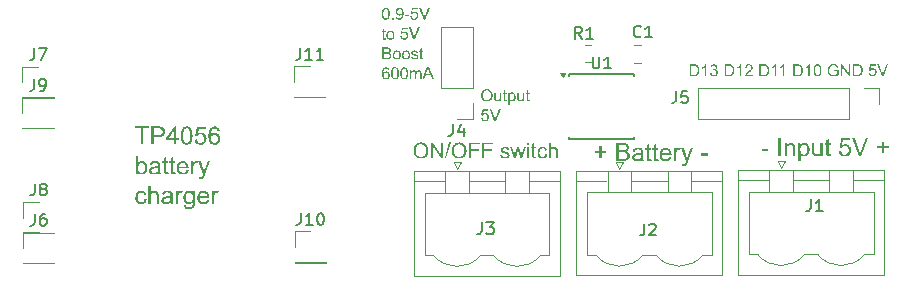
<source format=gbr>
%TF.GenerationSoftware,KiCad,Pcbnew,8.0.6*%
%TF.CreationDate,2024-10-20T14:16:11-03:00*%
%TF.ProjectId,light-box-neopixels,6c696768-742d-4626-9f78-2d6e656f7069,rev?*%
%TF.SameCoordinates,Original*%
%TF.FileFunction,Legend,Top*%
%TF.FilePolarity,Positive*%
%FSLAX46Y46*%
G04 Gerber Fmt 4.6, Leading zero omitted, Abs format (unit mm)*
G04 Created by KiCad (PCBNEW 8.0.6) date 2024-10-20 14:16:11*
%MOMM*%
%LPD*%
G01*
G04 APERTURE LIST*
%ADD10C,0.150000*%
%ADD11C,0.120000*%
G04 APERTURE END LIST*
D10*
G36*
X222232089Y-115990872D02*
G01*
X222296293Y-116000047D01*
X222357974Y-116015340D01*
X222426747Y-116040913D01*
X222492086Y-116074812D01*
X222552520Y-116116172D01*
X222606299Y-116164125D01*
X222653423Y-116218672D01*
X222693892Y-116279814D01*
X222714030Y-116317712D01*
X222740035Y-116377529D01*
X222760660Y-116440293D01*
X222775904Y-116506004D01*
X222785768Y-116574662D01*
X222790252Y-116646266D01*
X222790551Y-116670789D01*
X222787715Y-116744329D01*
X222779210Y-116814922D01*
X222765033Y-116882567D01*
X222745186Y-116947266D01*
X222719668Y-117009018D01*
X222709902Y-117028947D01*
X222677422Y-117085434D01*
X222633576Y-117144535D01*
X222583317Y-117196313D01*
X222526647Y-117240767D01*
X222482243Y-117268036D01*
X222416678Y-117299709D01*
X222348895Y-117323602D01*
X222278894Y-117339716D01*
X222206674Y-117348050D01*
X222164410Y-117349321D01*
X222096485Y-117346173D01*
X222031306Y-117336729D01*
X221968873Y-117320990D01*
X221909187Y-117298955D01*
X221852246Y-117270624D01*
X221833876Y-117259781D01*
X221773612Y-117217339D01*
X221720063Y-117168637D01*
X221673229Y-117113675D01*
X221633112Y-117052453D01*
X221613203Y-117014659D01*
X221587737Y-116955798D01*
X221564686Y-116885519D01*
X221548806Y-116813508D01*
X221540903Y-116750405D01*
X221538360Y-116688253D01*
X221717030Y-116688253D01*
X221720139Y-116760396D01*
X221729464Y-116827594D01*
X221745007Y-116889846D01*
X221771864Y-116958020D01*
X221807674Y-117019072D01*
X221844354Y-117064509D01*
X221894366Y-117111232D01*
X221948911Y-117148288D01*
X222007987Y-117175678D01*
X222071596Y-117193400D01*
X222139737Y-117201456D01*
X222163457Y-117201993D01*
X222234370Y-117197115D01*
X222300416Y-117182481D01*
X222361595Y-117158090D01*
X222417906Y-117123944D01*
X222469351Y-117080041D01*
X222485418Y-117063239D01*
X222528365Y-117007120D01*
X222562426Y-116942831D01*
X222584022Y-116883015D01*
X222599449Y-116817524D01*
X222608704Y-116746359D01*
X222611789Y-116669519D01*
X222609207Y-116600912D01*
X222601458Y-116536224D01*
X222586277Y-116467094D01*
X222564348Y-116403085D01*
X222557812Y-116387883D01*
X222527687Y-116331107D01*
X222486302Y-116275347D01*
X222436980Y-116228176D01*
X222399689Y-116201501D01*
X222339123Y-116169423D01*
X222274589Y-116147842D01*
X222206087Y-116136761D01*
X222166315Y-116135140D01*
X222099064Y-116139628D01*
X222035429Y-116153090D01*
X221975411Y-116175527D01*
X221919010Y-116206939D01*
X221866225Y-116247325D01*
X221849434Y-116262782D01*
X221804438Y-116316534D01*
X221768751Y-116382297D01*
X221746123Y-116446274D01*
X221729960Y-116518593D01*
X221721685Y-116582453D01*
X221717547Y-116651652D01*
X221717030Y-116688253D01*
X221538360Y-116688253D01*
X221538269Y-116686030D01*
X221541002Y-116606339D01*
X221549203Y-116531102D01*
X221562871Y-116460321D01*
X221582007Y-116393995D01*
X221606609Y-116332124D01*
X221636679Y-116274708D01*
X221672216Y-116221748D01*
X221713220Y-116173242D01*
X221770472Y-116119823D01*
X221832685Y-116075457D01*
X221899860Y-116040146D01*
X221971995Y-116013889D01*
X222049092Y-115996686D01*
X222114342Y-115989443D01*
X222165362Y-115987813D01*
X222232089Y-115990872D01*
G37*
G36*
X223004239Y-117329000D02*
G01*
X223004239Y-116008134D01*
X223181730Y-116008134D01*
X223869469Y-117045140D01*
X223869469Y-116008134D01*
X224035530Y-116008134D01*
X224035530Y-117329000D01*
X223858039Y-117329000D01*
X223170300Y-116291041D01*
X223170300Y-117329000D01*
X223004239Y-117329000D01*
G37*
G36*
X224178094Y-117349321D02*
G01*
X224557526Y-115987813D01*
X224686120Y-115987813D01*
X224307641Y-117349321D01*
X224178094Y-117349321D01*
G37*
G36*
X225465669Y-115990872D02*
G01*
X225529873Y-116000047D01*
X225591554Y-116015340D01*
X225660327Y-116040913D01*
X225725666Y-116074812D01*
X225786100Y-116116172D01*
X225839879Y-116164125D01*
X225887003Y-116218672D01*
X225927472Y-116279814D01*
X225947609Y-116317712D01*
X225973615Y-116377529D01*
X225994240Y-116440293D01*
X226009484Y-116506004D01*
X226019348Y-116574662D01*
X226023832Y-116646266D01*
X226024131Y-116670789D01*
X226021295Y-116744329D01*
X226012789Y-116814922D01*
X225998613Y-116882567D01*
X225978766Y-116947266D01*
X225953248Y-117009018D01*
X225943482Y-117028947D01*
X225911002Y-117085434D01*
X225867155Y-117144535D01*
X225816897Y-117196313D01*
X225760227Y-117240767D01*
X225715823Y-117268036D01*
X225650258Y-117299709D01*
X225582475Y-117323602D01*
X225512474Y-117339716D01*
X225440254Y-117348050D01*
X225397990Y-117349321D01*
X225330065Y-117346173D01*
X225264886Y-117336729D01*
X225202453Y-117320990D01*
X225142767Y-117298955D01*
X225085826Y-117270624D01*
X225067456Y-117259781D01*
X225007191Y-117217339D01*
X224953643Y-117168637D01*
X224906809Y-117113675D01*
X224866692Y-117052453D01*
X224846782Y-117014659D01*
X224821317Y-116955798D01*
X224798266Y-116885519D01*
X224782386Y-116813508D01*
X224774483Y-116750405D01*
X224771940Y-116688253D01*
X224950610Y-116688253D01*
X224953719Y-116760396D01*
X224963044Y-116827594D01*
X224978587Y-116889846D01*
X225005444Y-116958020D01*
X225041254Y-117019072D01*
X225077934Y-117064509D01*
X225127946Y-117111232D01*
X225182491Y-117148288D01*
X225241567Y-117175678D01*
X225305176Y-117193400D01*
X225373317Y-117201456D01*
X225397037Y-117201993D01*
X225467950Y-117197115D01*
X225533996Y-117182481D01*
X225595174Y-117158090D01*
X225651486Y-117123944D01*
X225702931Y-117080041D01*
X225718998Y-117063239D01*
X225761945Y-117007120D01*
X225796006Y-116942831D01*
X225817602Y-116883015D01*
X225833028Y-116817524D01*
X225842284Y-116746359D01*
X225845369Y-116669519D01*
X225842786Y-116600912D01*
X225835038Y-116536224D01*
X225819856Y-116467094D01*
X225797928Y-116403085D01*
X225791392Y-116387883D01*
X225761267Y-116331107D01*
X225719882Y-116275347D01*
X225670560Y-116228176D01*
X225633269Y-116201501D01*
X225572703Y-116169423D01*
X225508169Y-116147842D01*
X225439666Y-116136761D01*
X225399895Y-116135140D01*
X225332644Y-116139628D01*
X225269009Y-116153090D01*
X225208991Y-116175527D01*
X225152590Y-116206939D01*
X225099805Y-116247325D01*
X225083014Y-116262782D01*
X225038017Y-116316534D01*
X225002330Y-116382297D01*
X224979703Y-116446274D01*
X224963540Y-116518593D01*
X224955265Y-116582453D01*
X224951127Y-116651652D01*
X224950610Y-116688253D01*
X224771940Y-116688253D01*
X224771849Y-116686030D01*
X224774582Y-116606339D01*
X224782783Y-116531102D01*
X224796451Y-116460321D01*
X224815587Y-116393995D01*
X224840189Y-116332124D01*
X224870259Y-116274708D01*
X224905796Y-116221748D01*
X224946800Y-116173242D01*
X225004052Y-116119823D01*
X225066265Y-116075457D01*
X225133440Y-116040146D01*
X225205575Y-116013889D01*
X225282672Y-115996686D01*
X225347921Y-115989443D01*
X225398942Y-115987813D01*
X225465669Y-115990872D01*
G37*
G36*
X226248614Y-117329000D02*
G01*
X226248614Y-116008134D01*
X227131625Y-116008134D01*
X227131625Y-116160542D01*
X226421660Y-116160542D01*
X226421660Y-116577122D01*
X227036053Y-116577122D01*
X227036053Y-116729530D01*
X226421660Y-116729530D01*
X226421660Y-117329000D01*
X226248614Y-117329000D01*
G37*
G36*
X227359919Y-117329000D02*
G01*
X227359919Y-116008134D01*
X228242930Y-116008134D01*
X228242930Y-116160542D01*
X227532965Y-116160542D01*
X227532965Y-116577122D01*
X228147358Y-116577122D01*
X228147358Y-116729530D01*
X227532965Y-116729530D01*
X227532965Y-117329000D01*
X227359919Y-117329000D01*
G37*
G36*
X228882725Y-117048951D02*
G01*
X229041800Y-117024184D01*
X229058499Y-117088080D01*
X229091706Y-117143493D01*
X229116099Y-117167384D01*
X229173907Y-117199660D01*
X229241500Y-117214849D01*
X229287240Y-117217234D01*
X229350916Y-117212800D01*
X229412594Y-117195773D01*
X229451713Y-117171829D01*
X229491958Y-117122138D01*
X229505373Y-117064509D01*
X229484861Y-117002395D01*
X229457745Y-116977827D01*
X229394970Y-116951571D01*
X229332174Y-116933029D01*
X229293590Y-116922897D01*
X229231086Y-116906532D01*
X229167816Y-116888513D01*
X229101738Y-116867041D01*
X229048468Y-116845423D01*
X228991724Y-116809321D01*
X228947193Y-116758816D01*
X228944958Y-116755249D01*
X228918524Y-116694444D01*
X228909713Y-116627607D01*
X228917868Y-116562734D01*
X228938607Y-116509809D01*
X228975311Y-116457407D01*
X229017669Y-116419952D01*
X229075169Y-116388498D01*
X229119909Y-116372960D01*
X229182657Y-116359058D01*
X229249451Y-116353667D01*
X229258663Y-116353591D01*
X229325819Y-116356692D01*
X229393459Y-116367266D01*
X229454570Y-116385343D01*
X229515909Y-116414862D01*
X229565675Y-116454973D01*
X229579354Y-116471390D01*
X229611577Y-116530384D01*
X229630474Y-116594606D01*
X229634602Y-116616812D01*
X229477431Y-116638085D01*
X229456714Y-116574185D01*
X229415516Y-116526002D01*
X229358014Y-116497058D01*
X229293168Y-116486308D01*
X229270411Y-116485678D01*
X229201731Y-116490030D01*
X229139912Y-116506396D01*
X229112288Y-116522510D01*
X229071632Y-116573511D01*
X229064979Y-116608874D01*
X229084665Y-116665392D01*
X229136132Y-116704148D01*
X229146263Y-116708574D01*
X229207940Y-116727415D01*
X229273833Y-116745894D01*
X229288192Y-116749851D01*
X229357851Y-116769064D01*
X229425367Y-116789088D01*
X229485905Y-116809147D01*
X229526011Y-116824785D01*
X229582997Y-116857961D01*
X229629632Y-116906114D01*
X229632062Y-116909561D01*
X229659638Y-116967584D01*
X229670143Y-117032439D01*
X229670481Y-117047681D01*
X229662725Y-117111894D01*
X229639459Y-117172963D01*
X229623489Y-117200088D01*
X229582589Y-117248921D01*
X229529901Y-117288735D01*
X229488227Y-117310266D01*
X229424765Y-117332501D01*
X229362255Y-117344706D01*
X229295155Y-117349282D01*
X229288192Y-117349321D01*
X229221986Y-117346664D01*
X229152562Y-117336849D01*
X229083527Y-117316776D01*
X229025487Y-117287257D01*
X229006556Y-117273752D01*
X228957607Y-117225289D01*
X228919710Y-117165273D01*
X228895301Y-117102226D01*
X228882725Y-117048951D01*
G37*
G36*
X230031496Y-117329000D02*
G01*
X229741287Y-116373912D01*
X229907348Y-116373912D01*
X230058168Y-116926390D01*
X230114685Y-117130235D01*
X230130225Y-117068139D01*
X230148030Y-116997826D01*
X230163583Y-116936550D01*
X230314720Y-116373912D01*
X230479829Y-116373912D01*
X230621758Y-116930517D01*
X230669068Y-117110549D01*
X230723681Y-116928612D01*
X230886249Y-116373912D01*
X231042466Y-116373912D01*
X230745907Y-117329000D01*
X230578893Y-117329000D01*
X230428073Y-116759694D01*
X230391242Y-116594268D01*
X230199462Y-117329000D01*
X230031496Y-117329000D01*
G37*
G36*
X231170743Y-116191023D02*
G01*
X231170743Y-116008134D01*
X231331406Y-116008134D01*
X231331406Y-116191023D01*
X231170743Y-116191023D01*
G37*
G36*
X231170743Y-117329000D02*
G01*
X231170743Y-116373912D01*
X231331406Y-116373912D01*
X231331406Y-117329000D01*
X231170743Y-117329000D01*
G37*
G36*
X231924525Y-117181672D02*
G01*
X231947704Y-117329000D01*
X231883407Y-117344240D01*
X231826413Y-117349321D01*
X231761708Y-117344709D01*
X231699911Y-117326373D01*
X231690516Y-117321379D01*
X231641351Y-117279234D01*
X231622568Y-117247398D01*
X231608665Y-117182278D01*
X231604126Y-117114136D01*
X231603199Y-117054666D01*
X231603199Y-116500919D01*
X231485083Y-116500919D01*
X231485083Y-116373912D01*
X231603199Y-116373912D01*
X231603199Y-116143396D01*
X231762909Y-116048776D01*
X231762909Y-116373912D01*
X231924525Y-116373912D01*
X231924525Y-116500919D01*
X231762909Y-116500919D01*
X231762909Y-117067684D01*
X231765820Y-117133591D01*
X231771165Y-117158176D01*
X231798789Y-117190245D01*
X231854036Y-117201993D01*
X231916460Y-117185304D01*
X231924525Y-117181672D01*
G37*
G36*
X232697993Y-116983542D02*
G01*
X232856116Y-117004181D01*
X232840866Y-117071669D01*
X232817898Y-117132441D01*
X232782197Y-117193672D01*
X232736415Y-117246132D01*
X232723394Y-117257876D01*
X232666996Y-117297883D01*
X232604485Y-117326459D01*
X232535862Y-117343605D01*
X232470803Y-117349231D01*
X232461127Y-117349321D01*
X232390817Y-117344833D01*
X232325865Y-117331371D01*
X232266271Y-117308934D01*
X232203517Y-117271414D01*
X232155533Y-117229532D01*
X232148056Y-117221679D01*
X232107915Y-117169799D01*
X232076079Y-117110127D01*
X232052548Y-117042664D01*
X232039283Y-116980492D01*
X232031786Y-116912910D01*
X232029940Y-116854949D01*
X232032371Y-116789290D01*
X232041103Y-116718792D01*
X232056185Y-116653136D01*
X232077617Y-116592322D01*
X232080743Y-116585060D01*
X232113667Y-116524466D01*
X232154930Y-116473065D01*
X232204531Y-116430856D01*
X232235690Y-116411379D01*
X232295704Y-116383445D01*
X232358580Y-116364652D01*
X232424320Y-116355002D01*
X232462079Y-116353591D01*
X232527025Y-116357344D01*
X232594626Y-116370824D01*
X232655163Y-116394106D01*
X232714822Y-116432018D01*
X232764587Y-116481331D01*
X232803152Y-116541043D01*
X232828027Y-116602850D01*
X232840875Y-116654596D01*
X232684658Y-116678727D01*
X232665107Y-116618250D01*
X232631553Y-116561385D01*
X232605279Y-116534258D01*
X232547061Y-116499388D01*
X232483282Y-116486105D01*
X232468429Y-116485678D01*
X232403641Y-116492610D01*
X232340138Y-116516572D01*
X232285565Y-116557651D01*
X232270935Y-116573312D01*
X232234251Y-116630669D01*
X232211723Y-116695189D01*
X232199791Y-116762095D01*
X232195345Y-116827207D01*
X232195048Y-116850503D01*
X232197627Y-116918964D01*
X232207153Y-116989495D01*
X232226636Y-117057786D01*
X232259513Y-117118910D01*
X232268394Y-117130235D01*
X232318577Y-117176113D01*
X232377441Y-117205000D01*
X232444988Y-117216894D01*
X232459539Y-117217234D01*
X232526083Y-117209197D01*
X232588196Y-117182351D01*
X232617344Y-117160081D01*
X232658453Y-117108316D01*
X232684682Y-117045646D01*
X232697993Y-116983542D01*
G37*
G36*
X232988520Y-117329000D02*
G01*
X232988520Y-116008134D01*
X233149183Y-116008134D01*
X233149183Y-116482820D01*
X233201184Y-116432466D01*
X233258838Y-116394480D01*
X233322143Y-116368861D01*
X233391100Y-116355610D01*
X233433042Y-116353591D01*
X233502251Y-116358544D01*
X233564931Y-116373401D01*
X233616249Y-116395503D01*
X233672118Y-116434592D01*
X233713314Y-116484265D01*
X233727379Y-116510762D01*
X233747889Y-116575341D01*
X233757749Y-116643415D01*
X233760904Y-116707206D01*
X233761036Y-116724450D01*
X233761036Y-117329000D01*
X233600055Y-117329000D01*
X233600055Y-116723180D01*
X233594939Y-116653655D01*
X233577493Y-116592148D01*
X233547665Y-116546323D01*
X233493776Y-116508339D01*
X233428825Y-116492115D01*
X233400020Y-116490758D01*
X233334928Y-116498991D01*
X233273603Y-116523688D01*
X233265711Y-116528225D01*
X233214656Y-116568983D01*
X233177576Y-116625530D01*
X233175854Y-116629512D01*
X233157622Y-116694654D01*
X233150459Y-116758883D01*
X233149183Y-116805734D01*
X233149183Y-117329000D01*
X232988520Y-117329000D01*
G37*
G36*
X237278663Y-117310526D02*
G01*
X237278663Y-116900198D01*
X236867602Y-116900198D01*
X236867602Y-116724344D01*
X237278663Y-116724344D01*
X237278663Y-116325739D01*
X237453785Y-116325739D01*
X237453785Y-116724344D01*
X237864846Y-116724344D01*
X237864846Y-116900198D01*
X237453785Y-116900198D01*
X237453785Y-117310526D01*
X237278663Y-117310526D01*
G37*
G36*
X239361925Y-116023786D02*
G01*
X239435541Y-116032373D01*
X239508123Y-116048876D01*
X239557083Y-116066720D01*
X239623751Y-116103840D01*
X239679683Y-116152735D01*
X239721214Y-116207404D01*
X239755004Y-116273678D01*
X239775870Y-116348348D01*
X239780565Y-116405973D01*
X239771858Y-116482447D01*
X239745737Y-116555292D01*
X239727808Y-116587690D01*
X239680942Y-116646852D01*
X239618929Y-116696843D01*
X239569173Y-116725076D01*
X239641233Y-116752736D01*
X239709540Y-116794210D01*
X239765468Y-116846989D01*
X239779832Y-116865027D01*
X239818665Y-116930164D01*
X239843116Y-117002385D01*
X239853184Y-117081690D01*
X239853471Y-117098401D01*
X239847186Y-117177347D01*
X239828329Y-117252068D01*
X239808775Y-117299535D01*
X239772264Y-117363352D01*
X239722115Y-117422697D01*
X239698133Y-117443150D01*
X239633979Y-117482440D01*
X239562854Y-117510635D01*
X239532536Y-117519354D01*
X239458953Y-117533955D01*
X239382818Y-117541969D01*
X239306771Y-117544899D01*
X239288904Y-117545000D01*
X238712979Y-117545000D01*
X238712979Y-117369145D01*
X238913014Y-117369145D01*
X239288904Y-117369145D01*
X239362525Y-117367742D01*
X239424825Y-117361817D01*
X239495420Y-117341944D01*
X239540230Y-117318953D01*
X239594040Y-117267847D01*
X239616434Y-117231758D01*
X239640725Y-117161601D01*
X239646475Y-117099501D01*
X239636976Y-117022403D01*
X239605904Y-116951168D01*
X239603244Y-116947093D01*
X239551587Y-116891955D01*
X239483077Y-116856235D01*
X239409678Y-116839156D01*
X239330097Y-116831505D01*
X239262159Y-116829856D01*
X238913014Y-116829856D01*
X238913014Y-117369145D01*
X238712979Y-117369145D01*
X238712979Y-116654002D01*
X238913014Y-116654002D01*
X239239445Y-116654002D01*
X239315193Y-116652284D01*
X239391630Y-116644917D01*
X239429954Y-116636416D01*
X239496999Y-116606283D01*
X239544993Y-116561311D01*
X239576098Y-116493498D01*
X239583461Y-116429054D01*
X239573328Y-116354036D01*
X239547557Y-116296430D01*
X239493943Y-116241219D01*
X239444609Y-116218028D01*
X239367642Y-116203502D01*
X239290255Y-116198107D01*
X239214898Y-116196779D01*
X238913014Y-116196779D01*
X238913014Y-116654002D01*
X238712979Y-116654002D01*
X238712979Y-116020924D01*
X239279745Y-116020924D01*
X239361925Y-116023786D01*
G37*
G36*
X240634400Y-116422166D02*
G01*
X240707544Y-116431282D01*
X240781810Y-116450816D01*
X240787334Y-116452868D01*
X240855044Y-116485015D01*
X240913318Y-116532912D01*
X240915928Y-116536032D01*
X240954619Y-116600960D01*
X240973813Y-116663161D01*
X240981219Y-116740969D01*
X240982937Y-116819760D01*
X240982972Y-116834986D01*
X240982972Y-117083747D01*
X240983259Y-117160365D01*
X240984358Y-117239980D01*
X240986682Y-117315870D01*
X240991948Y-117392535D01*
X240994696Y-117412742D01*
X241014056Y-117484372D01*
X241041957Y-117545000D01*
X240848150Y-117545000D01*
X240822197Y-117471970D01*
X240811147Y-117406514D01*
X240753819Y-117452270D01*
X240691479Y-117493457D01*
X240624559Y-117527028D01*
X240612578Y-117531810D01*
X240539179Y-117554136D01*
X240461865Y-117566157D01*
X240408147Y-117568447D01*
X240333266Y-117564187D01*
X240257435Y-117548885D01*
X240184550Y-117518369D01*
X240130809Y-117479420D01*
X240079804Y-117418949D01*
X240047690Y-117348817D01*
X240034467Y-117269026D01*
X240034089Y-117251908D01*
X240034734Y-117246046D01*
X240231926Y-117246046D01*
X240247745Y-117319100D01*
X240287979Y-117371709D01*
X240352224Y-117407736D01*
X240426265Y-117421117D01*
X240452477Y-117421901D01*
X240529585Y-117415255D01*
X240605445Y-117393055D01*
X240642986Y-117374640D01*
X240703539Y-117330199D01*
X240752386Y-117269491D01*
X240765718Y-117244581D01*
X240787282Y-117171798D01*
X240795027Y-117094329D01*
X240795760Y-117057002D01*
X240795760Y-116988126D01*
X240722723Y-117012362D01*
X240650126Y-117030050D01*
X240576273Y-117044288D01*
X240492777Y-117057369D01*
X240416424Y-117070575D01*
X240343793Y-117089946D01*
X240330844Y-117095104D01*
X240269968Y-117139585D01*
X240257571Y-117156287D01*
X240232827Y-117227821D01*
X240231926Y-117246046D01*
X240034734Y-117246046D01*
X240042139Y-117178798D01*
X240068471Y-117107735D01*
X240070725Y-117103531D01*
X240112949Y-117042897D01*
X240166346Y-116995819D01*
X240233646Y-116958195D01*
X240300069Y-116934270D01*
X240373786Y-116919010D01*
X240451366Y-116907759D01*
X240464933Y-116906060D01*
X240544991Y-116895533D01*
X240627876Y-116882340D01*
X240708733Y-116866059D01*
X240782017Y-116846211D01*
X240795760Y-116841580D01*
X240796493Y-116793220D01*
X240789126Y-116718190D01*
X240759196Y-116650629D01*
X240744103Y-116634584D01*
X240681060Y-116596408D01*
X240606162Y-116576892D01*
X240532711Y-116571936D01*
X240457656Y-116576229D01*
X240385253Y-116592716D01*
X240339637Y-116615900D01*
X240288331Y-116671928D01*
X240255327Y-116744448D01*
X240247313Y-116771238D01*
X240065963Y-116746325D01*
X240086813Y-116673899D01*
X240118051Y-116606640D01*
X240147295Y-116564242D01*
X240201718Y-116513006D01*
X240266659Y-116475156D01*
X240311060Y-116457264D01*
X240388886Y-116435780D01*
X240466624Y-116423987D01*
X240542278Y-116419676D01*
X240559822Y-116419528D01*
X240634400Y-116422166D01*
G37*
G36*
X241669905Y-117375006D02*
G01*
X241696650Y-117545000D01*
X241622461Y-117562585D01*
X241556699Y-117568447D01*
X241482039Y-117563126D01*
X241410735Y-117541968D01*
X241399895Y-117536207D01*
X241343166Y-117487578D01*
X241321493Y-117450844D01*
X241305452Y-117375705D01*
X241300214Y-117297080D01*
X241299145Y-117228461D01*
X241299145Y-116589521D01*
X241162857Y-116589521D01*
X241162857Y-116442976D01*
X241299145Y-116442976D01*
X241299145Y-116176995D01*
X241483426Y-116067819D01*
X241483426Y-116442976D01*
X241669905Y-116442976D01*
X241669905Y-116589521D01*
X241483426Y-116589521D01*
X241483426Y-117243482D01*
X241486784Y-117319528D01*
X241492951Y-117347896D01*
X241524825Y-117384898D01*
X241588572Y-117398454D01*
X241660599Y-117379197D01*
X241669905Y-117375006D01*
G37*
G36*
X242253157Y-117375006D02*
G01*
X242279902Y-117545000D01*
X242205713Y-117562585D01*
X242139951Y-117568447D01*
X242065291Y-117563126D01*
X241993987Y-117541968D01*
X241983147Y-117536207D01*
X241926418Y-117487578D01*
X241904745Y-117450844D01*
X241888704Y-117375705D01*
X241883466Y-117297080D01*
X241882397Y-117228461D01*
X241882397Y-116589521D01*
X241746109Y-116589521D01*
X241746109Y-116442976D01*
X241882397Y-116442976D01*
X241882397Y-116176995D01*
X242066678Y-116067819D01*
X242066678Y-116442976D01*
X242253157Y-116442976D01*
X242253157Y-116589521D01*
X242066678Y-116589521D01*
X242066678Y-117243482D01*
X242070036Y-117319528D01*
X242076203Y-117347896D01*
X242108077Y-117384898D01*
X242171824Y-117398454D01*
X242243851Y-117379197D01*
X242253157Y-117375006D01*
G37*
G36*
X242960200Y-116424899D02*
G01*
X243033994Y-116441012D01*
X243112924Y-116473387D01*
X243184140Y-116520383D01*
X243239043Y-116572302D01*
X243286356Y-116633959D01*
X243323880Y-116704348D01*
X243351615Y-116783470D01*
X243367249Y-116856075D01*
X243376087Y-116934745D01*
X243378262Y-117002048D01*
X243377529Y-117052606D01*
X242561270Y-117052606D01*
X242569649Y-117125758D01*
X242588758Y-117199701D01*
X242622407Y-117270570D01*
X242663119Y-117322616D01*
X242724993Y-117371882D01*
X242795668Y-117402902D01*
X242875145Y-117415674D01*
X242892096Y-117416039D01*
X242969951Y-117407272D01*
X243042841Y-117378220D01*
X243066120Y-117362916D01*
X243119803Y-117309294D01*
X243160555Y-117241227D01*
X243180425Y-117193290D01*
X243372400Y-117216737D01*
X243348826Y-117286250D01*
X243312825Y-117356936D01*
X243267161Y-117418279D01*
X243211834Y-117470280D01*
X243204239Y-117476123D01*
X243138637Y-117516515D01*
X243064562Y-117545366D01*
X242992798Y-117561144D01*
X242914546Y-117568086D01*
X242890997Y-117568447D01*
X242804500Y-117563230D01*
X242724983Y-117547581D01*
X242652447Y-117521499D01*
X242586892Y-117484984D01*
X242528318Y-117438037D01*
X242510345Y-117420069D01*
X242462534Y-117360091D01*
X242424616Y-117291716D01*
X242396589Y-117214943D01*
X242378454Y-117129771D01*
X242370898Y-117052381D01*
X242369661Y-117003147D01*
X242373131Y-116919511D01*
X242375723Y-116900198D01*
X242571528Y-116900198D01*
X243182623Y-116900198D01*
X243172052Y-116824741D01*
X243149450Y-116748100D01*
X243112648Y-116684043D01*
X243058632Y-116629851D01*
X242988894Y-116590438D01*
X242917381Y-116573688D01*
X242882937Y-116571936D01*
X242806996Y-116580666D01*
X242732633Y-116610434D01*
X242673371Y-116655829D01*
X242667882Y-116661329D01*
X242621163Y-116723067D01*
X242589543Y-116796540D01*
X242573993Y-116872700D01*
X242571528Y-116900198D01*
X242375723Y-116900198D01*
X242383543Y-116841939D01*
X242400895Y-116770432D01*
X242430880Y-116692628D01*
X242470859Y-116623557D01*
X242511810Y-116572669D01*
X242568092Y-116520625D01*
X242630324Y-116479349D01*
X242698506Y-116448840D01*
X242772639Y-116429100D01*
X242852722Y-116420127D01*
X242880739Y-116419528D01*
X242960200Y-116424899D01*
G37*
G36*
X243597348Y-117545000D02*
G01*
X243597348Y-116442976D01*
X243764410Y-116442976D01*
X243764410Y-116611870D01*
X243803286Y-116546203D01*
X243850937Y-116484264D01*
X243882013Y-116456898D01*
X243950276Y-116425696D01*
X244001448Y-116419528D01*
X244078135Y-116429445D01*
X244149782Y-116456201D01*
X244191957Y-116479612D01*
X244128210Y-116652903D01*
X244060066Y-116622952D01*
X243991922Y-116612969D01*
X243917465Y-116628905D01*
X243882745Y-116649972D01*
X243833172Y-116706930D01*
X243813869Y-116751821D01*
X243794892Y-116828912D01*
X243785191Y-116904195D01*
X243782728Y-116969075D01*
X243782728Y-117545000D01*
X243597348Y-117545000D01*
G37*
G36*
X244290143Y-117968517D02*
G01*
X244269626Y-117798157D01*
X244342821Y-117812696D01*
X244375872Y-117814644D01*
X244448900Y-117804600D01*
X244474424Y-117793394D01*
X244529441Y-117743306D01*
X244535607Y-117734043D01*
X244565717Y-117664978D01*
X244592027Y-117591528D01*
X244608513Y-117545000D01*
X244193422Y-116442976D01*
X244393091Y-116442976D01*
X244620969Y-117080816D01*
X244645181Y-117150014D01*
X244667943Y-117221182D01*
X244689256Y-117294321D01*
X244700471Y-117335806D01*
X244719385Y-117263964D01*
X244740270Y-117193108D01*
X244763125Y-117123237D01*
X244776674Y-117084846D01*
X245010415Y-116442976D01*
X245195795Y-116442976D01*
X244779605Y-117562585D01*
X244751711Y-117636509D01*
X244723352Y-117707726D01*
X244693184Y-117776849D01*
X244675558Y-117812079D01*
X244636403Y-117874367D01*
X244585512Y-117929454D01*
X244561985Y-117947267D01*
X244492009Y-117979691D01*
X244415094Y-117990456D01*
X244409577Y-117990498D01*
X244334008Y-117981032D01*
X244290143Y-117968517D01*
G37*
G36*
X245858914Y-117099501D02*
G01*
X245858914Y-116911922D01*
X246428611Y-116911922D01*
X246428611Y-117099501D01*
X245858914Y-117099501D01*
G37*
G36*
X251017044Y-116699501D02*
G01*
X251017044Y-116511922D01*
X251586741Y-116511922D01*
X251586741Y-116699501D01*
X251017044Y-116699501D01*
G37*
G36*
X252429012Y-117145000D02*
G01*
X252429012Y-115620924D01*
X252629047Y-115620924D01*
X252629047Y-117145000D01*
X252429012Y-117145000D01*
G37*
G36*
X252954745Y-117145000D02*
G01*
X252954745Y-116042976D01*
X253121441Y-116042976D01*
X253121441Y-116197581D01*
X253170415Y-116137071D01*
X253226936Y-116089080D01*
X253302418Y-116048914D01*
X253375293Y-116028049D01*
X253455715Y-116019702D01*
X253469853Y-116019528D01*
X253547564Y-116025454D01*
X253619954Y-116043231D01*
X253651570Y-116055432D01*
X253716274Y-116090875D01*
X253770473Y-116142029D01*
X253775767Y-116149221D01*
X253812723Y-116216929D01*
X253833653Y-116286974D01*
X253841657Y-116363884D01*
X253843821Y-116444693D01*
X253843911Y-116468325D01*
X253843911Y-117145000D01*
X253658531Y-117145000D01*
X253658531Y-116473087D01*
X253655491Y-116395498D01*
X253643142Y-116321406D01*
X253636915Y-116302362D01*
X253596729Y-116240395D01*
X253559979Y-116211870D01*
X253492011Y-116184319D01*
X253430652Y-116177798D01*
X253353106Y-116186759D01*
X253283179Y-116213643D01*
X253226221Y-116253635D01*
X253180819Y-116314379D01*
X253154334Y-116391868D01*
X253143152Y-116467084D01*
X253140125Y-116541964D01*
X253140125Y-117145000D01*
X252954745Y-117145000D01*
G37*
G36*
X254685171Y-116025266D02*
G01*
X254763753Y-116045102D01*
X254835824Y-116079105D01*
X254856175Y-116092069D01*
X254918114Y-116143202D01*
X254969748Y-116205928D01*
X255007409Y-116272292D01*
X255018108Y-116296500D01*
X255044496Y-116372688D01*
X255062248Y-116452876D01*
X255070778Y-116527511D01*
X255072697Y-116585561D01*
X255068919Y-116667902D01*
X255057584Y-116746029D01*
X255038693Y-116819943D01*
X255012247Y-116889644D01*
X254974102Y-116960525D01*
X254927264Y-117021496D01*
X254871732Y-117072556D01*
X254837124Y-117096639D01*
X254771665Y-117131351D01*
X254696689Y-117156596D01*
X254619352Y-117167816D01*
X254595690Y-117168447D01*
X254518163Y-117160944D01*
X254447788Y-117138434D01*
X254428995Y-117129246D01*
X254365754Y-117087987D01*
X254311074Y-117034040D01*
X254308094Y-117030327D01*
X254308094Y-117567051D01*
X254122714Y-117567051D01*
X254122714Y-116600949D01*
X254290509Y-116600949D01*
X254293510Y-116676606D01*
X254304597Y-116755040D01*
X254327272Y-116831713D01*
X254365535Y-116901439D01*
X254375872Y-116914556D01*
X254432959Y-116968073D01*
X254503854Y-117004048D01*
X254583234Y-117016039D01*
X254656929Y-117005771D01*
X254723683Y-116974966D01*
X254783496Y-116923625D01*
X254794626Y-116910893D01*
X254837307Y-116842619D01*
X254863519Y-116766604D01*
X254877402Y-116688258D01*
X254882575Y-116612313D01*
X254882920Y-116585195D01*
X254879893Y-116510182D01*
X254868711Y-116432043D01*
X254845842Y-116355107D01*
X254807250Y-116284318D01*
X254796824Y-116270854D01*
X254739916Y-116215599D01*
X254669631Y-116178455D01*
X254591294Y-116166074D01*
X254513142Y-116179235D01*
X254447654Y-116214039D01*
X254393243Y-116263962D01*
X254381734Y-116277449D01*
X254341823Y-116339433D01*
X254313315Y-116414011D01*
X254297725Y-116489598D01*
X254290865Y-116574826D01*
X254290509Y-116600949D01*
X254122714Y-116600949D01*
X254122714Y-116042976D01*
X254291608Y-116042976D01*
X254291608Y-116187690D01*
X254338560Y-116130640D01*
X254394308Y-116082092D01*
X254426430Y-116061660D01*
X254498498Y-116032859D01*
X254576218Y-116020557D01*
X254608879Y-116019528D01*
X254685171Y-116025266D01*
G37*
G36*
X256007658Y-117145000D02*
G01*
X256007658Y-116984166D01*
X255956490Y-117046792D01*
X255898882Y-117096462D01*
X255834834Y-117133174D01*
X255764347Y-117156929D01*
X255687419Y-117167727D01*
X255660345Y-117168447D01*
X255583876Y-117162279D01*
X255511640Y-117143777D01*
X255479727Y-117131078D01*
X255414522Y-117094733D01*
X255360094Y-117044266D01*
X255354797Y-117037288D01*
X255318413Y-116970208D01*
X255297644Y-116899169D01*
X255288783Y-116822582D01*
X255286387Y-116746607D01*
X255286287Y-116724780D01*
X255286287Y-116042976D01*
X255472034Y-116042976D01*
X255472034Y-116654804D01*
X255472932Y-116729672D01*
X255476925Y-116805965D01*
X255483391Y-116852274D01*
X255512853Y-116921624D01*
X255557397Y-116968046D01*
X255625280Y-117000920D01*
X255697714Y-117010177D01*
X255773507Y-117000759D01*
X255844954Y-116972503D01*
X255854152Y-116967313D01*
X255913426Y-116919941D01*
X255955890Y-116854328D01*
X255957833Y-116849710D01*
X255977521Y-116778218D01*
X255986340Y-116700439D01*
X255988241Y-116633921D01*
X255988241Y-116042976D01*
X256173621Y-116042976D01*
X256173621Y-117145000D01*
X256007658Y-117145000D01*
G37*
G36*
X256863485Y-116975006D02*
G01*
X256890230Y-117145000D01*
X256816041Y-117162585D01*
X256750279Y-117168447D01*
X256675619Y-117163126D01*
X256604315Y-117141968D01*
X256593475Y-117136207D01*
X256536746Y-117087578D01*
X256515073Y-117050844D01*
X256499032Y-116975705D01*
X256493794Y-116897080D01*
X256492725Y-116828461D01*
X256492725Y-116189521D01*
X256356437Y-116189521D01*
X256356437Y-116042976D01*
X256492725Y-116042976D01*
X256492725Y-115776995D01*
X256677006Y-115667819D01*
X256677006Y-116042976D01*
X256863485Y-116042976D01*
X256863485Y-116189521D01*
X256677006Y-116189521D01*
X256677006Y-116843482D01*
X256680364Y-116919528D01*
X256686531Y-116947896D01*
X256718405Y-116984898D01*
X256782152Y-116998454D01*
X256854179Y-116979197D01*
X256863485Y-116975006D01*
G37*
G36*
X257573499Y-116746395D02*
G01*
X257768405Y-116729909D01*
X257785085Y-116804481D01*
X257814222Y-116874219D01*
X257859166Y-116934980D01*
X257868789Y-116944232D01*
X257932450Y-116987990D01*
X258005282Y-117011551D01*
X258058932Y-117016039D01*
X258138502Y-117005950D01*
X258210057Y-116975682D01*
X258273598Y-116925235D01*
X258285345Y-116912725D01*
X258330328Y-116849307D01*
X258360590Y-116775282D01*
X258375130Y-116700578D01*
X258378401Y-116639050D01*
X258372814Y-116562183D01*
X258353172Y-116485943D01*
X258319388Y-116420541D01*
X258289009Y-116382962D01*
X258227965Y-116333503D01*
X258156116Y-116302362D01*
X258082213Y-116289997D01*
X258055635Y-116289173D01*
X257980712Y-116297307D01*
X257907752Y-116324076D01*
X257894068Y-116331671D01*
X257833167Y-116376804D01*
X257785790Y-116433208D01*
X257780495Y-116441580D01*
X257606472Y-116418866D01*
X257752651Y-115644371D01*
X258504064Y-115644371D01*
X258504064Y-115820226D01*
X257901029Y-115820226D01*
X257819696Y-116226158D01*
X257888641Y-116187049D01*
X257959189Y-116159113D01*
X258031340Y-116142352D01*
X258105094Y-116136765D01*
X258188685Y-116143357D01*
X258266350Y-116163132D01*
X258338090Y-116196090D01*
X258403904Y-116242232D01*
X258438852Y-116274518D01*
X258491956Y-116338411D01*
X258532017Y-116409878D01*
X258559035Y-116488918D01*
X258571812Y-116562695D01*
X258575139Y-116628426D01*
X258570940Y-116703667D01*
X258555428Y-116786466D01*
X258528485Y-116863901D01*
X258490112Y-116935971D01*
X258455704Y-116984166D01*
X258397440Y-117046792D01*
X258331730Y-117096462D01*
X258258576Y-117133174D01*
X258177977Y-117156929D01*
X258105125Y-117166827D01*
X258058932Y-117168447D01*
X257984249Y-117164390D01*
X257903859Y-117149401D01*
X257830727Y-117123367D01*
X257764853Y-117086289D01*
X257722243Y-117053042D01*
X257670672Y-116998798D01*
X257629759Y-116937367D01*
X257599505Y-116868748D01*
X257579911Y-116792941D01*
X257573499Y-116746395D01*
G37*
G36*
X259248517Y-117145000D02*
G01*
X258663066Y-115620924D01*
X258879588Y-115620924D01*
X259272330Y-116729176D01*
X259297697Y-116802856D01*
X259320630Y-116873870D01*
X259343256Y-116949647D01*
X259351465Y-116979036D01*
X259374520Y-116900955D01*
X259397105Y-116830682D01*
X259421429Y-116760409D01*
X259432798Y-116729176D01*
X259840928Y-115620924D01*
X260044993Y-115620924D01*
X259453681Y-117145000D01*
X259248517Y-117145000D01*
G37*
G36*
X261165334Y-116910526D02*
G01*
X261165334Y-116500198D01*
X260754274Y-116500198D01*
X260754274Y-116324344D01*
X261165334Y-116324344D01*
X261165334Y-115925739D01*
X261340457Y-115925739D01*
X261340457Y-116324344D01*
X261751517Y-116324344D01*
X261751517Y-116500198D01*
X261340457Y-116500198D01*
X261340457Y-116910526D01*
X261165334Y-116910526D01*
G37*
G36*
X245310772Y-109364865D02*
G01*
X245364619Y-109368085D01*
X245414117Y-109374382D01*
X245434787Y-109378604D01*
X245486345Y-109394317D01*
X245532942Y-109416423D01*
X245574578Y-109444921D01*
X245582309Y-109451388D01*
X245619709Y-109487704D01*
X245652041Y-109528752D01*
X245679304Y-109574532D01*
X245701500Y-109625045D01*
X245716917Y-109672656D01*
X245728548Y-109723166D01*
X245736392Y-109776574D01*
X245740449Y-109832880D01*
X245741067Y-109866357D01*
X245739782Y-109915744D01*
X245735164Y-109969096D01*
X245727188Y-110019151D01*
X245714200Y-110071521D01*
X245698008Y-110119370D01*
X245677162Y-110166826D01*
X245650759Y-110212084D01*
X245645568Y-110219532D01*
X245613111Y-110259992D01*
X245575390Y-110295917D01*
X245553977Y-110311856D01*
X245510068Y-110336383D01*
X245463453Y-110354300D01*
X245433565Y-110362658D01*
X245382723Y-110372531D01*
X245332196Y-110377950D01*
X245283213Y-110379932D01*
X245271877Y-110380000D01*
X244908443Y-110380000D01*
X244908443Y-110262763D01*
X245041800Y-110262763D01*
X245256734Y-110262763D01*
X245309387Y-110261275D01*
X245359915Y-110256133D01*
X245409466Y-110245113D01*
X245413049Y-110243956D01*
X245458236Y-110224555D01*
X245499116Y-110195170D01*
X245503419Y-110190956D01*
X245536002Y-110150198D01*
X245560681Y-110104629D01*
X245577180Y-110061507D01*
X245590050Y-110013033D01*
X245598707Y-109959111D01*
X245602867Y-109906606D01*
X245603803Y-109864403D01*
X245601974Y-109806763D01*
X245596487Y-109754379D01*
X245585462Y-109699906D01*
X245569459Y-109652585D01*
X245551779Y-109617718D01*
X245520876Y-109573722D01*
X245486417Y-109538729D01*
X245443961Y-109510407D01*
X245425750Y-109502191D01*
X245376428Y-109489391D01*
X245327355Y-109483668D01*
X245275041Y-109481370D01*
X245253314Y-109481186D01*
X245041800Y-109481186D01*
X245041800Y-110262763D01*
X244908443Y-110262763D01*
X244908443Y-109363949D01*
X245255512Y-109363949D01*
X245310772Y-109364865D01*
G37*
G36*
X246334333Y-110380000D02*
G01*
X246210746Y-110380000D01*
X246210746Y-109588164D01*
X246173308Y-109620587D01*
X246132111Y-109650309D01*
X246093510Y-109674626D01*
X246049627Y-109699394D01*
X246004717Y-109721790D01*
X245963328Y-109739106D01*
X245963328Y-109614054D01*
X246007492Y-109591926D01*
X246054901Y-109564262D01*
X246099044Y-109534064D01*
X246139921Y-109501331D01*
X246144801Y-109497062D01*
X246180796Y-109463005D01*
X246214503Y-109425312D01*
X246243526Y-109384201D01*
X246254710Y-109363949D01*
X246334333Y-109363949D01*
X246334333Y-110380000D01*
G37*
G36*
X246647941Y-110115240D02*
G01*
X246771528Y-110098632D01*
X246784015Y-110146915D01*
X246802515Y-110192586D01*
X246831528Y-110235969D01*
X246843824Y-110248353D01*
X246885417Y-110276185D01*
X246933262Y-110291171D01*
X246968632Y-110294026D01*
X247020610Y-110288111D01*
X247067245Y-110270365D01*
X247108537Y-110240789D01*
X247116154Y-110233454D01*
X247147839Y-110192782D01*
X247167789Y-110146480D01*
X247176003Y-110094550D01*
X247176238Y-110083489D01*
X247170800Y-110033147D01*
X247152256Y-109984548D01*
X247120551Y-109943049D01*
X247078716Y-109911483D01*
X247029781Y-109893020D01*
X246979134Y-109887606D01*
X246928492Y-109892949D01*
X246891695Y-109901284D01*
X246905617Y-109784780D01*
X246925401Y-109786001D01*
X246977901Y-109781210D01*
X247026592Y-109766837D01*
X247067550Y-109745457D01*
X247103566Y-109712387D01*
X247125805Y-109664462D01*
X247130809Y-109620404D01*
X247123190Y-109569819D01*
X247097946Y-109523817D01*
X247084647Y-109509518D01*
X247042905Y-109481053D01*
X246992295Y-109467100D01*
X246965945Y-109465554D01*
X246915272Y-109471874D01*
X246867974Y-109492984D01*
X246845778Y-109510495D01*
X246814534Y-109550520D01*
X246794402Y-109598314D01*
X246783984Y-109645317D01*
X246660397Y-109623335D01*
X246672998Y-109571931D01*
X246691138Y-109525856D01*
X246718654Y-109479724D01*
X246753405Y-109440554D01*
X246763224Y-109431849D01*
X246805859Y-109402143D01*
X246853410Y-109380924D01*
X246905877Y-109368193D01*
X246955817Y-109364016D01*
X246963258Y-109363949D01*
X247013438Y-109367384D01*
X247065715Y-109379096D01*
X247114933Y-109399120D01*
X247158754Y-109426360D01*
X247194841Y-109459717D01*
X247220935Y-109495352D01*
X247243409Y-109542029D01*
X247255510Y-109590836D01*
X247257815Y-109624556D01*
X247252051Y-109675449D01*
X247234758Y-109722552D01*
X247222889Y-109743014D01*
X247188908Y-109782688D01*
X247147594Y-109812942D01*
X247119085Y-109827766D01*
X247166200Y-109842980D01*
X247211118Y-109868177D01*
X247248213Y-109902104D01*
X247257815Y-109913984D01*
X247283962Y-109958115D01*
X247300424Y-110008685D01*
X247306961Y-110059705D01*
X247307397Y-110077871D01*
X247302792Y-110134072D01*
X247288977Y-110186417D01*
X247265953Y-110234905D01*
X247233719Y-110279536D01*
X247211165Y-110303307D01*
X247173301Y-110334683D01*
X247124633Y-110363083D01*
X247071126Y-110382648D01*
X247021412Y-110392385D01*
X246968143Y-110395631D01*
X246912271Y-110391903D01*
X246860699Y-110380718D01*
X246813429Y-110362077D01*
X246770459Y-110335979D01*
X246747836Y-110317718D01*
X246713170Y-110281315D01*
X246685679Y-110240494D01*
X246665365Y-110195255D01*
X246652227Y-110145599D01*
X246647941Y-110115240D01*
G37*
G36*
X248267088Y-109364865D02*
G01*
X248320935Y-109368085D01*
X248370432Y-109374382D01*
X248391102Y-109378604D01*
X248442660Y-109394317D01*
X248489257Y-109416423D01*
X248530893Y-109444921D01*
X248538625Y-109451388D01*
X248576024Y-109487704D01*
X248608356Y-109528752D01*
X248635620Y-109574532D01*
X248657815Y-109625045D01*
X248673233Y-109672656D01*
X248684863Y-109723166D01*
X248692707Y-109776574D01*
X248696764Y-109832880D01*
X248697383Y-109866357D01*
X248696097Y-109915744D01*
X248691479Y-109969096D01*
X248683503Y-110019151D01*
X248670516Y-110071521D01*
X248654324Y-110119370D01*
X248633477Y-110166826D01*
X248607075Y-110212084D01*
X248601884Y-110219532D01*
X248569426Y-110259992D01*
X248531706Y-110295917D01*
X248510293Y-110311856D01*
X248466383Y-110336383D01*
X248419769Y-110354300D01*
X248389881Y-110362658D01*
X248339039Y-110372531D01*
X248288511Y-110377950D01*
X248239528Y-110379932D01*
X248228192Y-110380000D01*
X247864759Y-110380000D01*
X247864759Y-110262763D01*
X247998115Y-110262763D01*
X248213049Y-110262763D01*
X248265702Y-110261275D01*
X248316230Y-110256133D01*
X248365781Y-110245113D01*
X248369364Y-110243956D01*
X248414551Y-110224555D01*
X248455431Y-110195170D01*
X248459734Y-110190956D01*
X248492318Y-110150198D01*
X248516996Y-110104629D01*
X248533496Y-110061507D01*
X248546365Y-110013033D01*
X248555022Y-109959111D01*
X248559182Y-109906606D01*
X248560118Y-109864403D01*
X248558289Y-109806763D01*
X248552802Y-109754379D01*
X248541778Y-109699906D01*
X248525774Y-109652585D01*
X248508094Y-109617718D01*
X248477191Y-109573722D01*
X248442733Y-109538729D01*
X248400276Y-109510407D01*
X248382065Y-109502191D01*
X248332743Y-109489391D01*
X248283671Y-109483668D01*
X248231357Y-109481370D01*
X248209630Y-109481186D01*
X247998115Y-109481186D01*
X247998115Y-110262763D01*
X247864759Y-110262763D01*
X247864759Y-109363949D01*
X248211828Y-109363949D01*
X248267088Y-109364865D01*
G37*
G36*
X249290648Y-110380000D02*
G01*
X249167062Y-110380000D01*
X249167062Y-109588164D01*
X249129624Y-109620587D01*
X249088426Y-109650309D01*
X249049825Y-109674626D01*
X249005942Y-109699394D01*
X248961033Y-109721790D01*
X248919644Y-109739106D01*
X248919644Y-109614054D01*
X248963807Y-109591926D01*
X249011217Y-109564262D01*
X249055360Y-109534064D01*
X249096236Y-109501331D01*
X249101116Y-109497062D01*
X249137111Y-109463005D01*
X249170818Y-109425312D01*
X249199841Y-109384201D01*
X249211025Y-109363949D01*
X249290648Y-109363949D01*
X249290648Y-110380000D01*
G37*
G36*
X250253454Y-110262763D02*
G01*
X250253454Y-110380000D01*
X249587648Y-110380000D01*
X249591606Y-110330798D01*
X249602058Y-110294026D01*
X249623268Y-110247437D01*
X249648761Y-110205534D01*
X249680169Y-110164060D01*
X249683635Y-110159937D01*
X249719038Y-110121082D01*
X249757125Y-110083820D01*
X249795560Y-110049112D01*
X249838763Y-110012440D01*
X249845324Y-110007041D01*
X249884693Y-109973972D01*
X249929224Y-109935117D01*
X249968556Y-109899016D01*
X250008890Y-109859331D01*
X250046484Y-109818046D01*
X250067096Y-109791863D01*
X250095078Y-109747888D01*
X250115429Y-109700614D01*
X250124756Y-109650541D01*
X250124982Y-109641653D01*
X250117563Y-109589263D01*
X250095307Y-109543468D01*
X250072226Y-109516601D01*
X250032372Y-109487538D01*
X249985014Y-109470539D01*
X249935450Y-109465554D01*
X249883061Y-109471016D01*
X249833479Y-109489642D01*
X249792323Y-109521486D01*
X249761783Y-109565047D01*
X249744839Y-109613514D01*
X249738399Y-109664354D01*
X249738101Y-109676580D01*
X249611095Y-109663147D01*
X249618491Y-109610822D01*
X249630970Y-109563393D01*
X249651954Y-109514244D01*
X249679857Y-109471757D01*
X249709281Y-109440642D01*
X249749367Y-109410758D01*
X249795040Y-109388215D01*
X249846299Y-109373012D01*
X249894682Y-109365822D01*
X249938136Y-109363949D01*
X249990329Y-109366791D01*
X250045859Y-109377292D01*
X250095616Y-109395529D01*
X250139599Y-109421504D01*
X250167480Y-109444794D01*
X250200409Y-109482010D01*
X250228138Y-109529065D01*
X250245304Y-109580943D01*
X250251658Y-109630294D01*
X250251988Y-109645073D01*
X250247917Y-109694164D01*
X250235703Y-109742610D01*
X250227320Y-109764752D01*
X250204216Y-109809608D01*
X250174951Y-109852296D01*
X250145254Y-109888339D01*
X250106960Y-109928709D01*
X250068867Y-109965397D01*
X250030430Y-110000528D01*
X249986653Y-110039059D01*
X249954501Y-110066636D01*
X249915617Y-110099944D01*
X249877308Y-110133398D01*
X249839215Y-110167858D01*
X249811618Y-110194863D01*
X249779650Y-110232937D01*
X249759595Y-110262763D01*
X250253454Y-110262763D01*
G37*
G36*
X251223403Y-109364865D02*
G01*
X251277250Y-109368085D01*
X251326747Y-109374382D01*
X251347418Y-109378604D01*
X251398976Y-109394317D01*
X251445573Y-109416423D01*
X251487208Y-109444921D01*
X251494940Y-109451388D01*
X251532340Y-109487704D01*
X251564672Y-109528752D01*
X251591935Y-109574532D01*
X251614131Y-109625045D01*
X251629548Y-109672656D01*
X251641179Y-109723166D01*
X251649023Y-109776574D01*
X251653080Y-109832880D01*
X251653698Y-109866357D01*
X251652412Y-109915744D01*
X251647795Y-109969096D01*
X251639819Y-110019151D01*
X251626831Y-110071521D01*
X251610639Y-110119370D01*
X251589793Y-110166826D01*
X251563390Y-110212084D01*
X251558199Y-110219532D01*
X251525741Y-110259992D01*
X251488021Y-110295917D01*
X251466608Y-110311856D01*
X251422698Y-110336383D01*
X251376084Y-110354300D01*
X251346196Y-110362658D01*
X251295354Y-110372531D01*
X251244826Y-110377950D01*
X251195844Y-110379932D01*
X251184508Y-110380000D01*
X250821074Y-110380000D01*
X250821074Y-110262763D01*
X250954431Y-110262763D01*
X251169364Y-110262763D01*
X251222018Y-110261275D01*
X251272546Y-110256133D01*
X251322096Y-110245113D01*
X251325680Y-110243956D01*
X251370867Y-110224555D01*
X251411747Y-110195170D01*
X251416050Y-110190956D01*
X251448633Y-110150198D01*
X251473312Y-110104629D01*
X251489811Y-110061507D01*
X251502680Y-110013033D01*
X251511338Y-109959111D01*
X251515498Y-109906606D01*
X251516434Y-109864403D01*
X251514605Y-109806763D01*
X251509118Y-109754379D01*
X251498093Y-109699906D01*
X251482090Y-109652585D01*
X251464410Y-109617718D01*
X251433506Y-109573722D01*
X251399048Y-109538729D01*
X251356592Y-109510407D01*
X251338381Y-109502191D01*
X251289059Y-109489391D01*
X251239986Y-109483668D01*
X251187672Y-109481370D01*
X251165945Y-109481186D01*
X250954431Y-109481186D01*
X250954431Y-110262763D01*
X250821074Y-110262763D01*
X250821074Y-109363949D01*
X251168143Y-109363949D01*
X251223403Y-109364865D01*
G37*
G36*
X252246964Y-110380000D02*
G01*
X252123377Y-110380000D01*
X252123377Y-109588164D01*
X252085939Y-109620587D01*
X252044742Y-109650309D01*
X252006140Y-109674626D01*
X251962258Y-109699394D01*
X251917348Y-109721790D01*
X251875959Y-109739106D01*
X251875959Y-109614054D01*
X251920122Y-109591926D01*
X251967532Y-109564262D01*
X252011675Y-109534064D01*
X252052552Y-109501331D01*
X252057431Y-109497062D01*
X252093427Y-109463005D01*
X252127134Y-109425312D01*
X252156157Y-109384201D01*
X252167341Y-109363949D01*
X252246964Y-109363949D01*
X252246964Y-110380000D01*
G37*
G36*
X252921074Y-110380000D02*
G01*
X252797487Y-110380000D01*
X252797487Y-109588164D01*
X252760049Y-109620587D01*
X252718852Y-109650309D01*
X252680251Y-109674626D01*
X252636368Y-109699394D01*
X252591458Y-109721790D01*
X252550069Y-109739106D01*
X252550069Y-109614054D01*
X252594233Y-109591926D01*
X252641642Y-109564262D01*
X252685786Y-109534064D01*
X252726662Y-109501331D01*
X252731542Y-109497062D01*
X252767537Y-109463005D01*
X252801244Y-109425312D01*
X252830267Y-109384201D01*
X252841451Y-109363949D01*
X252921074Y-109363949D01*
X252921074Y-110380000D01*
G37*
G36*
X254075183Y-109364865D02*
G01*
X254129030Y-109368085D01*
X254178527Y-109374382D01*
X254199197Y-109378604D01*
X254250755Y-109394317D01*
X254297352Y-109416423D01*
X254338988Y-109444921D01*
X254346720Y-109451388D01*
X254384119Y-109487704D01*
X254416451Y-109528752D01*
X254443715Y-109574532D01*
X254465910Y-109625045D01*
X254481328Y-109672656D01*
X254492958Y-109723166D01*
X254500802Y-109776574D01*
X254504859Y-109832880D01*
X254505478Y-109866357D01*
X254504192Y-109915744D01*
X254499574Y-109969096D01*
X254491598Y-110019151D01*
X254478611Y-110071521D01*
X254462419Y-110119370D01*
X254441572Y-110166826D01*
X254415170Y-110212084D01*
X254409979Y-110219532D01*
X254377521Y-110259992D01*
X254339800Y-110295917D01*
X254318387Y-110311856D01*
X254274478Y-110336383D01*
X254227864Y-110354300D01*
X254197976Y-110362658D01*
X254147134Y-110372531D01*
X254096606Y-110377950D01*
X254047623Y-110379932D01*
X254036287Y-110380000D01*
X253672854Y-110380000D01*
X253672854Y-110262763D01*
X253806210Y-110262763D01*
X254021144Y-110262763D01*
X254073797Y-110261275D01*
X254124325Y-110256133D01*
X254173876Y-110245113D01*
X254177459Y-110243956D01*
X254222646Y-110224555D01*
X254263526Y-110195170D01*
X254267829Y-110190956D01*
X254300413Y-110150198D01*
X254325091Y-110104629D01*
X254341591Y-110061507D01*
X254354460Y-110013033D01*
X254363117Y-109959111D01*
X254367277Y-109906606D01*
X254368213Y-109864403D01*
X254366384Y-109806763D01*
X254360897Y-109754379D01*
X254349873Y-109699906D01*
X254333869Y-109652585D01*
X254316189Y-109617718D01*
X254285286Y-109573722D01*
X254250828Y-109538729D01*
X254208371Y-109510407D01*
X254190160Y-109502191D01*
X254140838Y-109489391D01*
X254091765Y-109483668D01*
X254039452Y-109481370D01*
X254017725Y-109481186D01*
X253806210Y-109481186D01*
X253806210Y-110262763D01*
X253672854Y-110262763D01*
X253672854Y-109363949D01*
X254019923Y-109363949D01*
X254075183Y-109364865D01*
G37*
G36*
X255098743Y-110380000D02*
G01*
X254975157Y-110380000D01*
X254975157Y-109588164D01*
X254937719Y-109620587D01*
X254896521Y-109650309D01*
X254857920Y-109674626D01*
X254814037Y-109699394D01*
X254769127Y-109721790D01*
X254727739Y-109739106D01*
X254727739Y-109614054D01*
X254771902Y-109591926D01*
X254819312Y-109564262D01*
X254863455Y-109534064D01*
X254904331Y-109501331D01*
X254909211Y-109497062D01*
X254945206Y-109463005D01*
X254978913Y-109425312D01*
X255007936Y-109384201D01*
X255019120Y-109363949D01*
X255098743Y-109363949D01*
X255098743Y-110380000D01*
G37*
G36*
X255793263Y-109367817D02*
G01*
X255841911Y-109379419D01*
X255882030Y-109396678D01*
X255924986Y-109425311D01*
X255961898Y-109462120D01*
X255983147Y-109491200D01*
X256008497Y-109536718D01*
X256028036Y-109583659D01*
X256042767Y-109630433D01*
X256045673Y-109641409D01*
X256055611Y-109689479D01*
X256062709Y-109745273D01*
X256066591Y-109800430D01*
X256068188Y-109852413D01*
X256068387Y-109880034D01*
X256067499Y-109933930D01*
X256064834Y-109984486D01*
X256059289Y-110040746D01*
X256051187Y-110092197D01*
X256038499Y-110146147D01*
X256031995Y-110167264D01*
X256011540Y-110218753D01*
X255986566Y-110264045D01*
X255957074Y-110303139D01*
X255923063Y-110336036D01*
X255879245Y-110364844D01*
X255829400Y-110384224D01*
X255780032Y-110393536D01*
X255739881Y-110395631D01*
X255687491Y-110391947D01*
X255639497Y-110380896D01*
X255589061Y-110358692D01*
X255544609Y-110326460D01*
X255511270Y-110290851D01*
X255482561Y-110247591D01*
X255458719Y-110196579D01*
X255443149Y-110150188D01*
X255430692Y-110098836D01*
X255421350Y-110042523D01*
X255415122Y-109981248D01*
X255412494Y-109932037D01*
X255411618Y-109880034D01*
X255411622Y-109879790D01*
X255538625Y-109879790D01*
X255539533Y-109939469D01*
X255542258Y-109993943D01*
X255546799Y-110043212D01*
X255555031Y-110097477D01*
X255568655Y-110151859D01*
X255589715Y-110200502D01*
X255596755Y-110211472D01*
X255631578Y-110251378D01*
X255675255Y-110280401D01*
X255724180Y-110293300D01*
X255739881Y-110294026D01*
X255790509Y-110285940D01*
X255835842Y-110261683D01*
X255872114Y-110226025D01*
X255883251Y-110211228D01*
X255905902Y-110167068D01*
X255920888Y-110116584D01*
X255930255Y-110065606D01*
X255936783Y-110006531D01*
X255939962Y-109953441D01*
X255941324Y-109895168D01*
X255941381Y-109879790D01*
X255940473Y-109819947D01*
X255937748Y-109765347D01*
X255933207Y-109715991D01*
X255924975Y-109661670D01*
X255911351Y-109607299D01*
X255890291Y-109558778D01*
X255883251Y-109547864D01*
X255848312Y-109508076D01*
X255804234Y-109479139D01*
X255754622Y-109466278D01*
X255738660Y-109465554D01*
X255688747Y-109472638D01*
X255641612Y-109496795D01*
X255605825Y-109533631D01*
X255602616Y-109538094D01*
X255577682Y-109586085D01*
X255561184Y-109639144D01*
X255550873Y-109691770D01*
X255543687Y-109752040D01*
X255540187Y-109805760D01*
X255538687Y-109864373D01*
X255538625Y-109879790D01*
X255411622Y-109879790D01*
X255412513Y-109825793D01*
X255415196Y-109774962D01*
X255420778Y-109718468D01*
X255428935Y-109666885D01*
X255441708Y-109612912D01*
X255448255Y-109591828D01*
X255468909Y-109540262D01*
X255493989Y-109494986D01*
X255523497Y-109455998D01*
X255557431Y-109423300D01*
X255601191Y-109394610D01*
X255650863Y-109375309D01*
X255699979Y-109366036D01*
X255739881Y-109363949D01*
X255793263Y-109367817D01*
G37*
G36*
X257100558Y-109981395D02*
G01*
X257100558Y-109864159D01*
X257527006Y-109863426D01*
X257527006Y-110239316D01*
X257483746Y-110271556D01*
X257439878Y-110300103D01*
X257395402Y-110324958D01*
X257350319Y-110346118D01*
X257324284Y-110356552D01*
X257271787Y-110373649D01*
X257218588Y-110385861D01*
X257164687Y-110393189D01*
X257110083Y-110395631D01*
X257055432Y-110393390D01*
X257002670Y-110386667D01*
X256951797Y-110375461D01*
X256902813Y-110359773D01*
X256855718Y-110339603D01*
X256840439Y-110331884D01*
X256797097Y-110305886D01*
X256757927Y-110275887D01*
X256717504Y-110235831D01*
X256687376Y-110197163D01*
X256661421Y-110154493D01*
X256657501Y-110146992D01*
X256636501Y-110100658D01*
X256619846Y-110052332D01*
X256607535Y-110002015D01*
X256599570Y-109949705D01*
X256595949Y-109895403D01*
X256595708Y-109876859D01*
X256597863Y-109822134D01*
X256604329Y-109768782D01*
X256615105Y-109716804D01*
X256630192Y-109666200D01*
X256649589Y-109616970D01*
X256657013Y-109600865D01*
X256681983Y-109555106D01*
X256710731Y-109514002D01*
X256743257Y-109477552D01*
X256785980Y-109440908D01*
X256833845Y-109410600D01*
X256878395Y-109389434D01*
X256925401Y-109372647D01*
X256974863Y-109360239D01*
X257026781Y-109352210D01*
X257081155Y-109348561D01*
X257099825Y-109348318D01*
X257153101Y-109350501D01*
X257203750Y-109357049D01*
X257251775Y-109367964D01*
X257297173Y-109383244D01*
X257343874Y-109405074D01*
X257388649Y-109434450D01*
X257425934Y-109469216D01*
X257435659Y-109480697D01*
X257464720Y-109523473D01*
X257486796Y-109568293D01*
X257505009Y-109619103D01*
X257511863Y-109643607D01*
X257391695Y-109676580D01*
X257374780Y-109628225D01*
X257353365Y-109584296D01*
X257335275Y-109557390D01*
X257300433Y-109522668D01*
X257258118Y-109496371D01*
X257239288Y-109487780D01*
X257190470Y-109471855D01*
X257137805Y-109463280D01*
X257100558Y-109461646D01*
X257051126Y-109463888D01*
X257000780Y-109471635D01*
X256950964Y-109486548D01*
X256942533Y-109489979D01*
X256896130Y-109513735D01*
X256854001Y-109545130D01*
X256834822Y-109564473D01*
X256804704Y-109603312D01*
X256779032Y-109648566D01*
X256771563Y-109665589D01*
X256754679Y-109714102D01*
X256742620Y-109764630D01*
X256735384Y-109817172D01*
X256732972Y-109871730D01*
X256734604Y-109921458D01*
X256740631Y-109975524D01*
X256751100Y-110025336D01*
X256768502Y-110077054D01*
X256779378Y-110100830D01*
X256805207Y-110143908D01*
X256840541Y-110185292D01*
X256882521Y-110219179D01*
X256914200Y-110237606D01*
X256959217Y-110257161D01*
X257011504Y-110272481D01*
X257065529Y-110280731D01*
X257102512Y-110282302D01*
X257156274Y-110279011D01*
X257209177Y-110269136D01*
X257256056Y-110254620D01*
X257271528Y-110248597D01*
X257319212Y-110227102D01*
X257362629Y-110202465D01*
X257396580Y-110176789D01*
X257396580Y-109981395D01*
X257100558Y-109981395D01*
G37*
G36*
X257716294Y-110380000D02*
G01*
X257716294Y-109363949D01*
X257852826Y-109363949D01*
X258381856Y-110161646D01*
X258381856Y-109363949D01*
X258509595Y-109363949D01*
X258509595Y-110380000D01*
X258373063Y-110380000D01*
X257844033Y-109581570D01*
X257844033Y-110380000D01*
X257716294Y-110380000D01*
G37*
G36*
X259130033Y-109364865D02*
G01*
X259183880Y-109368085D01*
X259233377Y-109374382D01*
X259254047Y-109378604D01*
X259305605Y-109394317D01*
X259352202Y-109416423D01*
X259393838Y-109444921D01*
X259401570Y-109451388D01*
X259438969Y-109487704D01*
X259471301Y-109528752D01*
X259498565Y-109574532D01*
X259520760Y-109625045D01*
X259536177Y-109672656D01*
X259547808Y-109723166D01*
X259555652Y-109776574D01*
X259559709Y-109832880D01*
X259560327Y-109866357D01*
X259559042Y-109915744D01*
X259554424Y-109969096D01*
X259546448Y-110019151D01*
X259533461Y-110071521D01*
X259517268Y-110119370D01*
X259496422Y-110166826D01*
X259470020Y-110212084D01*
X259464829Y-110219532D01*
X259432371Y-110259992D01*
X259394650Y-110295917D01*
X259373237Y-110311856D01*
X259329328Y-110336383D01*
X259282714Y-110354300D01*
X259252826Y-110362658D01*
X259201984Y-110372531D01*
X259151456Y-110377950D01*
X259102473Y-110379932D01*
X259091137Y-110380000D01*
X258727704Y-110380000D01*
X258727704Y-110262763D01*
X258861060Y-110262763D01*
X259075994Y-110262763D01*
X259128647Y-110261275D01*
X259179175Y-110256133D01*
X259228726Y-110245113D01*
X259232309Y-110243956D01*
X259277496Y-110224555D01*
X259318376Y-110195170D01*
X259322679Y-110190956D01*
X259355263Y-110150198D01*
X259379941Y-110104629D01*
X259396441Y-110061507D01*
X259409310Y-110013033D01*
X259417967Y-109959111D01*
X259422127Y-109906606D01*
X259423063Y-109864403D01*
X259421234Y-109806763D01*
X259415747Y-109754379D01*
X259404723Y-109699906D01*
X259388719Y-109652585D01*
X259371039Y-109617718D01*
X259340136Y-109573722D01*
X259305678Y-109538729D01*
X259263221Y-109510407D01*
X259245010Y-109502191D01*
X259195688Y-109489391D01*
X259146615Y-109483668D01*
X259094302Y-109481370D01*
X259072575Y-109481186D01*
X258861060Y-109481186D01*
X258861060Y-110262763D01*
X258727704Y-110262763D01*
X258727704Y-109363949D01*
X259074773Y-109363949D01*
X259130033Y-109364865D01*
G37*
G36*
X260076657Y-110114263D02*
G01*
X260206594Y-110103272D01*
X260217714Y-110152987D01*
X260237139Y-110199479D01*
X260267101Y-110239986D01*
X260273517Y-110246154D01*
X260315958Y-110275326D01*
X260364512Y-110291034D01*
X260400279Y-110294026D01*
X260453325Y-110287300D01*
X260501029Y-110267121D01*
X260543390Y-110233490D01*
X260551221Y-110225150D01*
X260581210Y-110182871D01*
X260601384Y-110133521D01*
X260611077Y-110083719D01*
X260613258Y-110042700D01*
X260609534Y-109991455D01*
X260596439Y-109940628D01*
X260573916Y-109897027D01*
X260553663Y-109871974D01*
X260512967Y-109839002D01*
X260465068Y-109818241D01*
X260415800Y-109809998D01*
X260398080Y-109809448D01*
X260348132Y-109814871D01*
X260299492Y-109832717D01*
X260290369Y-109837780D01*
X260249769Y-109867869D01*
X260218184Y-109905472D01*
X260214654Y-109911053D01*
X260098639Y-109895910D01*
X260196092Y-109379581D01*
X260697034Y-109379581D01*
X260697034Y-109496817D01*
X260295010Y-109496817D01*
X260240788Y-109767438D01*
X260286752Y-109741366D01*
X260333784Y-109722742D01*
X260381884Y-109711568D01*
X260431053Y-109707843D01*
X260486780Y-109712238D01*
X260538557Y-109725421D01*
X260586384Y-109747393D01*
X260630260Y-109778155D01*
X260653558Y-109799678D01*
X260688961Y-109842274D01*
X260715669Y-109889919D01*
X260733681Y-109942612D01*
X260742199Y-109991796D01*
X260744417Y-110035617D01*
X260741618Y-110085778D01*
X260731276Y-110140977D01*
X260713314Y-110192600D01*
X260687732Y-110240647D01*
X260664794Y-110272777D01*
X260625950Y-110314528D01*
X260582144Y-110347641D01*
X260533375Y-110372116D01*
X260479642Y-110387953D01*
X260431074Y-110394551D01*
X260400279Y-110395631D01*
X260350490Y-110392926D01*
X260296897Y-110382934D01*
X260248142Y-110365578D01*
X260204226Y-110340859D01*
X260175819Y-110318695D01*
X260141438Y-110282532D01*
X260114163Y-110241578D01*
X260093994Y-110195832D01*
X260080931Y-110145294D01*
X260076657Y-110114263D01*
G37*
G36*
X261193335Y-110380000D02*
G01*
X260803035Y-109363949D01*
X260947383Y-109363949D01*
X261209211Y-110102784D01*
X261226122Y-110151904D01*
X261241411Y-110199246D01*
X261256495Y-110249765D01*
X261261967Y-110269357D01*
X261277338Y-110217303D01*
X261292394Y-110170454D01*
X261308610Y-110123606D01*
X261316189Y-110102784D01*
X261588276Y-109363949D01*
X261724319Y-109363949D01*
X261330111Y-110380000D01*
X261193335Y-110380000D01*
G37*
G36*
X227801607Y-111470670D02*
G01*
X227850994Y-111477729D01*
X227898441Y-111489492D01*
X227951344Y-111509164D01*
X228001605Y-111535240D01*
X228048092Y-111567055D01*
X228089460Y-111603942D01*
X228125710Y-111645902D01*
X228156840Y-111692933D01*
X228172330Y-111722086D01*
X228192334Y-111768099D01*
X228208200Y-111816379D01*
X228219926Y-111866926D01*
X228227514Y-111919740D01*
X228230963Y-111974820D01*
X228231193Y-111993684D01*
X228229012Y-112050253D01*
X228222469Y-112104555D01*
X228211564Y-112156590D01*
X228196297Y-112206359D01*
X228176667Y-112253860D01*
X228169155Y-112269190D01*
X228144171Y-112312641D01*
X228110443Y-112358104D01*
X228071782Y-112397933D01*
X228028190Y-112432128D01*
X227994033Y-112453105D01*
X227943599Y-112477468D01*
X227891458Y-112495847D01*
X227837610Y-112508243D01*
X227782057Y-112514654D01*
X227749546Y-112515631D01*
X227697296Y-112513210D01*
X227647159Y-112505945D01*
X227599133Y-112493838D01*
X227553220Y-112476888D01*
X227509420Y-112455095D01*
X227495289Y-112446755D01*
X227448932Y-112414107D01*
X227407740Y-112376644D01*
X227371715Y-112334365D01*
X227340855Y-112287272D01*
X227325540Y-112258199D01*
X227305951Y-112212922D01*
X227288220Y-112158861D01*
X227276005Y-112103467D01*
X227269925Y-112054927D01*
X227267969Y-112007117D01*
X227405408Y-112007117D01*
X227407799Y-112062612D01*
X227414972Y-112114303D01*
X227426928Y-112162189D01*
X227447588Y-112214631D01*
X227475134Y-112261594D01*
X227503349Y-112296545D01*
X227541820Y-112332486D01*
X227583778Y-112360991D01*
X227629221Y-112382060D01*
X227678151Y-112395693D01*
X227730567Y-112401889D01*
X227748813Y-112402302D01*
X227803361Y-112398550D01*
X227854166Y-112387293D01*
X227901226Y-112368531D01*
X227944543Y-112342264D01*
X227984116Y-112308493D01*
X227996475Y-112295568D01*
X228029511Y-112252400D01*
X228055712Y-112202947D01*
X228072325Y-112156934D01*
X228084191Y-112106557D01*
X228091311Y-112051814D01*
X228093684Y-111992707D01*
X228091697Y-111939932D01*
X228085737Y-111890172D01*
X228074059Y-111836996D01*
X228057191Y-111787758D01*
X228052163Y-111776064D01*
X228028990Y-111732390D01*
X227997155Y-111689498D01*
X227959215Y-111653212D01*
X227930530Y-111632693D01*
X227883941Y-111608017D01*
X227834299Y-111591417D01*
X227781605Y-111582893D01*
X227751011Y-111581646D01*
X227699280Y-111585098D01*
X227650330Y-111595454D01*
X227604162Y-111612713D01*
X227560777Y-111636876D01*
X227520173Y-111667942D01*
X227507257Y-111679832D01*
X227472644Y-111721180D01*
X227445193Y-111771767D01*
X227427787Y-111820980D01*
X227415354Y-111876610D01*
X227408988Y-111925733D01*
X227405806Y-111978963D01*
X227405408Y-112007117D01*
X227267969Y-112007117D01*
X227267899Y-112005408D01*
X227270002Y-111944107D01*
X227276310Y-111886232D01*
X227286824Y-111831785D01*
X227301543Y-111780765D01*
X227320468Y-111733172D01*
X227343599Y-111689006D01*
X227370935Y-111648267D01*
X227402477Y-111610956D01*
X227446517Y-111569864D01*
X227494373Y-111535736D01*
X227546046Y-111508574D01*
X227601535Y-111488376D01*
X227660840Y-111475143D01*
X227711032Y-111469571D01*
X227750279Y-111468318D01*
X227801607Y-111470670D01*
G37*
G36*
X228859141Y-112500000D02*
G01*
X228859141Y-112392777D01*
X228825029Y-112434528D01*
X228786624Y-112467641D01*
X228743925Y-112492116D01*
X228696933Y-112507953D01*
X228645648Y-112515151D01*
X228627599Y-112515631D01*
X228576620Y-112511519D01*
X228528462Y-112499185D01*
X228507187Y-112490718D01*
X228463717Y-112466489D01*
X228427431Y-112432844D01*
X228423900Y-112428192D01*
X228399645Y-112383472D01*
X228385799Y-112336113D01*
X228379891Y-112285054D01*
X228378294Y-112234404D01*
X228378227Y-112219853D01*
X228378227Y-111765317D01*
X228502058Y-111765317D01*
X228502058Y-112173203D01*
X228502657Y-112223115D01*
X228505319Y-112273976D01*
X228509630Y-112304849D01*
X228529271Y-112351082D01*
X228558967Y-112382030D01*
X228604222Y-112403946D01*
X228652512Y-112410118D01*
X228703041Y-112403839D01*
X228750672Y-112385002D01*
X228756803Y-112381542D01*
X228796320Y-112349961D01*
X228824629Y-112306218D01*
X228825924Y-112303140D01*
X228839050Y-112255478D01*
X228844929Y-112203626D01*
X228846196Y-112159281D01*
X228846196Y-111765317D01*
X228969783Y-111765317D01*
X228969783Y-112500000D01*
X228859141Y-112500000D01*
G37*
G36*
X229429692Y-112386671D02*
G01*
X229447522Y-112500000D01*
X229398063Y-112511723D01*
X229354221Y-112515631D01*
X229304448Y-112512084D01*
X229256913Y-112497979D01*
X229249685Y-112494138D01*
X229211866Y-112461718D01*
X229197418Y-112437229D01*
X229186724Y-112387137D01*
X229183232Y-112334720D01*
X229182519Y-112288974D01*
X229182519Y-111863014D01*
X229091660Y-111863014D01*
X229091660Y-111765317D01*
X229182519Y-111765317D01*
X229182519Y-111587997D01*
X229305373Y-111515212D01*
X229305373Y-111765317D01*
X229429692Y-111765317D01*
X229429692Y-111863014D01*
X229305373Y-111863014D01*
X229305373Y-112298988D01*
X229307612Y-112349685D01*
X229311723Y-112368597D01*
X229332972Y-112393265D01*
X229375471Y-112402302D01*
X229423489Y-112389464D01*
X229429692Y-112386671D01*
G37*
G36*
X229923610Y-111753511D02*
G01*
X229975998Y-111766734D01*
X230024045Y-111789403D01*
X230037613Y-111798046D01*
X230078905Y-111832135D01*
X230113328Y-111873952D01*
X230138436Y-111918194D01*
X230145568Y-111934333D01*
X230163160Y-111985125D01*
X230174995Y-112038584D01*
X230180681Y-112088341D01*
X230181960Y-112127041D01*
X230179442Y-112181934D01*
X230171885Y-112234019D01*
X230159292Y-112283295D01*
X230141660Y-112329762D01*
X230116231Y-112377017D01*
X230085006Y-112417664D01*
X230047984Y-112451704D01*
X230024912Y-112467759D01*
X229981273Y-112490900D01*
X229931289Y-112507730D01*
X229879731Y-112515210D01*
X229863956Y-112515631D01*
X229812271Y-112510629D01*
X229765355Y-112495622D01*
X229752826Y-112489497D01*
X229710665Y-112461991D01*
X229674212Y-112426026D01*
X229672226Y-112423551D01*
X229672226Y-112781367D01*
X229548639Y-112781367D01*
X229548639Y-112137299D01*
X229660502Y-112137299D01*
X229662503Y-112187737D01*
X229669894Y-112240026D01*
X229685010Y-112291142D01*
X229710519Y-112337626D01*
X229717411Y-112346371D01*
X229755469Y-112382048D01*
X229802732Y-112406032D01*
X229855652Y-112414026D01*
X229904782Y-112407181D01*
X229949285Y-112386644D01*
X229989160Y-112352417D01*
X229996580Y-112343928D01*
X230025034Y-112298413D01*
X230042509Y-112247736D01*
X230051764Y-112195505D01*
X230055213Y-112144875D01*
X230055443Y-112126796D01*
X230053425Y-112076788D01*
X230045970Y-112024695D01*
X230030724Y-111973404D01*
X230004996Y-111926212D01*
X229998046Y-111917236D01*
X229960107Y-111880399D01*
X229913250Y-111855637D01*
X229861025Y-111847383D01*
X229808924Y-111856156D01*
X229765265Y-111879359D01*
X229728991Y-111912641D01*
X229721318Y-111921632D01*
X229694711Y-111962955D01*
X229675706Y-112012674D01*
X229665313Y-112063065D01*
X229660740Y-112119884D01*
X229660502Y-112137299D01*
X229548639Y-112137299D01*
X229548639Y-111765317D01*
X229661235Y-111765317D01*
X229661235Y-111861793D01*
X229692536Y-111823760D01*
X229729701Y-111791394D01*
X229751116Y-111777773D01*
X229799161Y-111758573D01*
X229850975Y-111750371D01*
X229872749Y-111749685D01*
X229923610Y-111753511D01*
G37*
G36*
X230805268Y-112500000D02*
G01*
X230805268Y-112392777D01*
X230771156Y-112434528D01*
X230732751Y-112467641D01*
X230690052Y-112492116D01*
X230643060Y-112507953D01*
X230591775Y-112515151D01*
X230573726Y-112515631D01*
X230522747Y-112511519D01*
X230474589Y-112499185D01*
X230453314Y-112490718D01*
X230409844Y-112466489D01*
X230373558Y-112432844D01*
X230370027Y-112428192D01*
X230345772Y-112383472D01*
X230331926Y-112336113D01*
X230326018Y-112285054D01*
X230324421Y-112234404D01*
X230324354Y-112219853D01*
X230324354Y-111765317D01*
X230448185Y-111765317D01*
X230448185Y-112173203D01*
X230448784Y-112223115D01*
X230451446Y-112273976D01*
X230455757Y-112304849D01*
X230475398Y-112351082D01*
X230505094Y-112382030D01*
X230550349Y-112403946D01*
X230598639Y-112410118D01*
X230649168Y-112403839D01*
X230696799Y-112385002D01*
X230702930Y-112381542D01*
X230742447Y-112349961D01*
X230770756Y-112306218D01*
X230772051Y-112303140D01*
X230785177Y-112255478D01*
X230791056Y-112203626D01*
X230792323Y-112159281D01*
X230792323Y-111765317D01*
X230915910Y-111765317D01*
X230915910Y-112500000D01*
X230805268Y-112500000D01*
G37*
G36*
X231375819Y-112386671D02*
G01*
X231393649Y-112500000D01*
X231344190Y-112511723D01*
X231300348Y-112515631D01*
X231250575Y-112512084D01*
X231203040Y-112497979D01*
X231195812Y-112494138D01*
X231157993Y-112461718D01*
X231143545Y-112437229D01*
X231132851Y-112387137D01*
X231129359Y-112334720D01*
X231128646Y-112288974D01*
X231128646Y-111863014D01*
X231037787Y-111863014D01*
X231037787Y-111765317D01*
X231128646Y-111765317D01*
X231128646Y-111587997D01*
X231251500Y-111515212D01*
X231251500Y-111765317D01*
X231375819Y-111765317D01*
X231375819Y-111863014D01*
X231251500Y-111863014D01*
X231251500Y-112298988D01*
X231253739Y-112349685D01*
X231257850Y-112368597D01*
X231279099Y-112393265D01*
X231321598Y-112402302D01*
X231369616Y-112389464D01*
X231375819Y-112386671D01*
G37*
G36*
X227258374Y-113914263D02*
G01*
X227388311Y-113903272D01*
X227399430Y-113952987D01*
X227418855Y-113999479D01*
X227448818Y-114039986D01*
X227455233Y-114046154D01*
X227497674Y-114075326D01*
X227546229Y-114091034D01*
X227581995Y-114094026D01*
X227635042Y-114087300D01*
X227682745Y-114067121D01*
X227725106Y-114033490D01*
X227732937Y-114025150D01*
X227762926Y-113982871D01*
X227783101Y-113933521D01*
X227792794Y-113883719D01*
X227794975Y-113842700D01*
X227791250Y-113791455D01*
X227778156Y-113740628D01*
X227755633Y-113697027D01*
X227735380Y-113671974D01*
X227694684Y-113639002D01*
X227646785Y-113618241D01*
X227597516Y-113609998D01*
X227579797Y-113609448D01*
X227529849Y-113614871D01*
X227481209Y-113632717D01*
X227472086Y-113637780D01*
X227431485Y-113667869D01*
X227399901Y-113705472D01*
X227396371Y-113711053D01*
X227280355Y-113695910D01*
X227377808Y-113179581D01*
X227878750Y-113179581D01*
X227878750Y-113296817D01*
X227476727Y-113296817D01*
X227422505Y-113567438D01*
X227468468Y-113541366D01*
X227515500Y-113522742D01*
X227563601Y-113511568D01*
X227612770Y-113507843D01*
X227668497Y-113512238D01*
X227720274Y-113525421D01*
X227768100Y-113547393D01*
X227811977Y-113578155D01*
X227835275Y-113599678D01*
X227870678Y-113642274D01*
X227897385Y-113689919D01*
X227915397Y-113742612D01*
X227923915Y-113791796D01*
X227926133Y-113835617D01*
X227923334Y-113885778D01*
X227912993Y-113940977D01*
X227895031Y-113992600D01*
X227869449Y-114040647D01*
X227846510Y-114072777D01*
X227807667Y-114114528D01*
X227763861Y-114147641D01*
X227715091Y-114172116D01*
X227661359Y-114187953D01*
X227612791Y-114194551D01*
X227581995Y-114195631D01*
X227532207Y-114192926D01*
X227478614Y-114182934D01*
X227429859Y-114165578D01*
X227385942Y-114140859D01*
X227357536Y-114118695D01*
X227323155Y-114082532D01*
X227295880Y-114041578D01*
X227275711Y-113995832D01*
X227262648Y-113945294D01*
X227258374Y-113914263D01*
G37*
G36*
X228375052Y-114180000D02*
G01*
X227984752Y-113163949D01*
X228129099Y-113163949D01*
X228390928Y-113902784D01*
X228407839Y-113951904D01*
X228423128Y-113999246D01*
X228438212Y-114049765D01*
X228443684Y-114069357D01*
X228459054Y-114017303D01*
X228474111Y-113970454D01*
X228490327Y-113923606D01*
X228497906Y-113902784D01*
X228769993Y-113163949D01*
X228906036Y-113163949D01*
X228511828Y-114180000D01*
X228375052Y-114180000D01*
G37*
G36*
X219240018Y-104577817D02*
G01*
X219288666Y-104589419D01*
X219328785Y-104606678D01*
X219371741Y-104635311D01*
X219408653Y-104672120D01*
X219429902Y-104701200D01*
X219455252Y-104746718D01*
X219474791Y-104793659D01*
X219489522Y-104840433D01*
X219492428Y-104851409D01*
X219502366Y-104899479D01*
X219509464Y-104955273D01*
X219513346Y-105010430D01*
X219514943Y-105062413D01*
X219515143Y-105090034D01*
X219514254Y-105143930D01*
X219511589Y-105194486D01*
X219506045Y-105250746D01*
X219497942Y-105302197D01*
X219485254Y-105356147D01*
X219478750Y-105377264D01*
X219458295Y-105428753D01*
X219433321Y-105474045D01*
X219403829Y-105513139D01*
X219369818Y-105546036D01*
X219326000Y-105574844D01*
X219276155Y-105594224D01*
X219226787Y-105603536D01*
X219186636Y-105605631D01*
X219134246Y-105601947D01*
X219086252Y-105590896D01*
X219035816Y-105568692D01*
X218991364Y-105536460D01*
X218958025Y-105500851D01*
X218929317Y-105457591D01*
X218905474Y-105406579D01*
X218889904Y-105360188D01*
X218877447Y-105308836D01*
X218868105Y-105252523D01*
X218861877Y-105191248D01*
X218859249Y-105142037D01*
X218858374Y-105090034D01*
X218858378Y-105089790D01*
X218985380Y-105089790D01*
X218986288Y-105149469D01*
X218989013Y-105203943D01*
X218993554Y-105253212D01*
X219001786Y-105307477D01*
X219015410Y-105361859D01*
X219036470Y-105410502D01*
X219043510Y-105421472D01*
X219078333Y-105461378D01*
X219122010Y-105490401D01*
X219170935Y-105503300D01*
X219186636Y-105504026D01*
X219237264Y-105495940D01*
X219282597Y-105471683D01*
X219318869Y-105436025D01*
X219330006Y-105421228D01*
X219352657Y-105377068D01*
X219367643Y-105326584D01*
X219377010Y-105275606D01*
X219383538Y-105216531D01*
X219386717Y-105163441D01*
X219388080Y-105105168D01*
X219388136Y-105089790D01*
X219387228Y-105029947D01*
X219384503Y-104975347D01*
X219379962Y-104925991D01*
X219371731Y-104871670D01*
X219358106Y-104817299D01*
X219337046Y-104768778D01*
X219330006Y-104757864D01*
X219295067Y-104718076D01*
X219250989Y-104689139D01*
X219201377Y-104676278D01*
X219185415Y-104675554D01*
X219135502Y-104682638D01*
X219088368Y-104706795D01*
X219052580Y-104743631D01*
X219049371Y-104748094D01*
X219024437Y-104796085D01*
X219007939Y-104849144D01*
X218997628Y-104901770D01*
X218990442Y-104962040D01*
X218986942Y-105015760D01*
X218985442Y-105074373D01*
X218985380Y-105089790D01*
X218858378Y-105089790D01*
X218859268Y-105035793D01*
X218861951Y-104984962D01*
X218867533Y-104928468D01*
X218875690Y-104876885D01*
X218888463Y-104822912D01*
X218895010Y-104801828D01*
X218915664Y-104750262D01*
X218940744Y-104704986D01*
X218970252Y-104665998D01*
X219004187Y-104633300D01*
X219047946Y-104604610D01*
X219097618Y-104585309D01*
X219146734Y-104576036D01*
X219186636Y-104573949D01*
X219240018Y-104577817D01*
G37*
G36*
X219706385Y-105590000D02*
G01*
X219706385Y-105449316D01*
X219847313Y-105449316D01*
X219847313Y-105590000D01*
X219706385Y-105590000D01*
G37*
G36*
X220396534Y-104578161D02*
G01*
X220447764Y-104590796D01*
X220496328Y-104611855D01*
X220522156Y-104627194D01*
X220564814Y-104660581D01*
X220601290Y-104701117D01*
X220628524Y-104743149D01*
X220645743Y-104778381D01*
X220662207Y-104825544D01*
X220674627Y-104881123D01*
X220682055Y-104935459D01*
X220685975Y-104985462D01*
X220687832Y-105039759D01*
X220687997Y-105062679D01*
X220686971Y-105121209D01*
X220683894Y-105175899D01*
X220678766Y-105226749D01*
X220669905Y-105282700D01*
X220658089Y-105333120D01*
X220645987Y-105370914D01*
X220625751Y-105418518D01*
X220597816Y-105466512D01*
X220564751Y-105507667D01*
X220526558Y-105541983D01*
X220521423Y-105545792D01*
X220478253Y-105571971D01*
X220431542Y-105590671D01*
X220381289Y-105601891D01*
X220327494Y-105605631D01*
X220277845Y-105602440D01*
X220226168Y-105590980D01*
X220179895Y-105571185D01*
X220139027Y-105543055D01*
X220134298Y-105538953D01*
X220100654Y-105502118D01*
X220074459Y-105458536D01*
X220055713Y-105408206D01*
X220045421Y-105358634D01*
X220044417Y-105351130D01*
X220163363Y-105339895D01*
X220175370Y-105389177D01*
X220196894Y-105436164D01*
X220220760Y-105465191D01*
X220262741Y-105491739D01*
X220313885Y-105503419D01*
X220330181Y-105504026D01*
X220380474Y-105498391D01*
X220427376Y-105479958D01*
X220430076Y-105478381D01*
X220469155Y-105448461D01*
X220500418Y-105409993D01*
X220524307Y-105363091D01*
X220540559Y-105316065D01*
X220546580Y-105293977D01*
X220557148Y-105243481D01*
X220563330Y-105192408D01*
X220565143Y-105145478D01*
X220564410Y-105121053D01*
X220532754Y-105159865D01*
X220493473Y-105192769D01*
X220463049Y-105211423D01*
X220417646Y-105231169D01*
X220369761Y-105242719D01*
X220324075Y-105246106D01*
X220271199Y-105241758D01*
X220221994Y-105228715D01*
X220176458Y-105206976D01*
X220134592Y-105176542D01*
X220112316Y-105155247D01*
X220078627Y-105112620D01*
X220053211Y-105064453D01*
X220036071Y-105010746D01*
X220027965Y-104960302D01*
X220026219Y-104922972D01*
X220152861Y-104922972D01*
X220157459Y-104975422D01*
X220173354Y-105026856D01*
X220200602Y-105071087D01*
X220210990Y-105082951D01*
X220249945Y-105115409D01*
X220298856Y-105137228D01*
X220348831Y-105144440D01*
X220354117Y-105144501D01*
X220404845Y-105138490D01*
X220453703Y-105117994D01*
X220491809Y-105086738D01*
X220495289Y-105082951D01*
X220524527Y-105039856D01*
X220541582Y-104993157D01*
X220549866Y-104938963D01*
X220550732Y-104912470D01*
X220547191Y-104860812D01*
X220534740Y-104809413D01*
X220513325Y-104765123D01*
X220494068Y-104739546D01*
X220456411Y-104705800D01*
X220409808Y-104683116D01*
X220357780Y-104675554D01*
X220308259Y-104682280D01*
X220262888Y-104702459D01*
X220221667Y-104736090D01*
X220213921Y-104744431D01*
X220184405Y-104786400D01*
X220164548Y-104834823D01*
X220155007Y-104883282D01*
X220152861Y-104922972D01*
X220026219Y-104922972D01*
X220025854Y-104915157D01*
X220029031Y-104859649D01*
X220038563Y-104808350D01*
X220054448Y-104761258D01*
X220081012Y-104711635D01*
X220116224Y-104667739D01*
X220157947Y-104631194D01*
X220204040Y-104603625D01*
X220254505Y-104585032D01*
X220309340Y-104575415D01*
X220342637Y-104573949D01*
X220396534Y-104578161D01*
G37*
G36*
X220790823Y-105293000D02*
G01*
X220790823Y-105167948D01*
X221170621Y-105167948D01*
X221170621Y-105293000D01*
X220790823Y-105293000D01*
G37*
G36*
X221270516Y-105324263D02*
G01*
X221400453Y-105313272D01*
X221411573Y-105362987D01*
X221430998Y-105409479D01*
X221460960Y-105449986D01*
X221467376Y-105456154D01*
X221509817Y-105485326D01*
X221558371Y-105501034D01*
X221594138Y-105504026D01*
X221647184Y-105497300D01*
X221694888Y-105477121D01*
X221737249Y-105443490D01*
X221745080Y-105435150D01*
X221775069Y-105392871D01*
X221795243Y-105343521D01*
X221804936Y-105293719D01*
X221807117Y-105252700D01*
X221803393Y-105201455D01*
X221790298Y-105150628D01*
X221767775Y-105107027D01*
X221747522Y-105081974D01*
X221706826Y-105049002D01*
X221658927Y-105028241D01*
X221609659Y-105019998D01*
X221591939Y-105019448D01*
X221541991Y-105024871D01*
X221493351Y-105042717D01*
X221484228Y-105047780D01*
X221443628Y-105077869D01*
X221412043Y-105115472D01*
X221408513Y-105121053D01*
X221292498Y-105105910D01*
X221389951Y-104589581D01*
X221890893Y-104589581D01*
X221890893Y-104706817D01*
X221488869Y-104706817D01*
X221434647Y-104977438D01*
X221480611Y-104951366D01*
X221527643Y-104932742D01*
X221575743Y-104921568D01*
X221624912Y-104917843D01*
X221680639Y-104922238D01*
X221732416Y-104935421D01*
X221780243Y-104957393D01*
X221824119Y-104988155D01*
X221847418Y-105009678D01*
X221882820Y-105052274D01*
X221909528Y-105099919D01*
X221927540Y-105152612D01*
X221936058Y-105201796D01*
X221938276Y-105245617D01*
X221935477Y-105295778D01*
X221925135Y-105350977D01*
X221907173Y-105402600D01*
X221881591Y-105450647D01*
X221858653Y-105482777D01*
X221819809Y-105524528D01*
X221776003Y-105557641D01*
X221727234Y-105582116D01*
X221673501Y-105597953D01*
X221624933Y-105604551D01*
X221594138Y-105605631D01*
X221544349Y-105602926D01*
X221490756Y-105592934D01*
X221442001Y-105575578D01*
X221398085Y-105550859D01*
X221369678Y-105528695D01*
X221335297Y-105492532D01*
X221308022Y-105451578D01*
X221287853Y-105405832D01*
X221274790Y-105355294D01*
X221270516Y-105324263D01*
G37*
G36*
X222387194Y-105590000D02*
G01*
X221996894Y-104573949D01*
X222141242Y-104573949D01*
X222403070Y-105312784D01*
X222419981Y-105361904D01*
X222435270Y-105409246D01*
X222450354Y-105459765D01*
X222455826Y-105479357D01*
X222471197Y-105427303D01*
X222486253Y-105380454D01*
X222502469Y-105333606D01*
X222510048Y-105312784D01*
X222782135Y-104573949D01*
X222918178Y-104573949D01*
X222523970Y-105590000D01*
X222387194Y-105590000D01*
G37*
G36*
X219162700Y-107156671D02*
G01*
X219180530Y-107270000D01*
X219131071Y-107281723D01*
X219087229Y-107285631D01*
X219037456Y-107282084D01*
X218989920Y-107267979D01*
X218982693Y-107264138D01*
X218944874Y-107231718D01*
X218930425Y-107207229D01*
X218919731Y-107157137D01*
X218916239Y-107104720D01*
X218915526Y-107058974D01*
X218915526Y-106633014D01*
X218824668Y-106633014D01*
X218824668Y-106535317D01*
X218915526Y-106535317D01*
X218915526Y-106357997D01*
X219038381Y-106285212D01*
X219038381Y-106535317D01*
X219162700Y-106535317D01*
X219162700Y-106633014D01*
X219038381Y-106633014D01*
X219038381Y-107068988D01*
X219040619Y-107119685D01*
X219044731Y-107138597D01*
X219065980Y-107163265D01*
X219108478Y-107172302D01*
X219156496Y-107159464D01*
X219162700Y-107156671D01*
G37*
G36*
X219632157Y-106523172D02*
G01*
X219682781Y-106533630D01*
X219729541Y-106551061D01*
X219772437Y-106575464D01*
X219811469Y-106606840D01*
X219823621Y-106618848D01*
X219856076Y-106658604D01*
X219881816Y-106703684D01*
X219900841Y-106754088D01*
X219913152Y-106809815D01*
X219918281Y-106860322D01*
X219919120Y-106892400D01*
X219917635Y-106943310D01*
X219912147Y-106997345D01*
X219902615Y-107045605D01*
X219886769Y-107093691D01*
X219876866Y-107114905D01*
X219850046Y-107157658D01*
X219817120Y-107194693D01*
X219778090Y-107226008D01*
X219753768Y-107240935D01*
X219707252Y-107262541D01*
X219658379Y-107277076D01*
X219607148Y-107284540D01*
X219577669Y-107285631D01*
X219522302Y-107282162D01*
X219471057Y-107271755D01*
X219423933Y-107254410D01*
X219380931Y-107230127D01*
X219342051Y-107198906D01*
X219330006Y-107186957D01*
X219297884Y-107146897D01*
X219272407Y-107100724D01*
X219253577Y-107048437D01*
X219242961Y-107000194D01*
X219236961Y-106947706D01*
X219235484Y-106902658D01*
X219235493Y-106902414D01*
X219362735Y-106902414D01*
X219364882Y-106952864D01*
X219372812Y-107005427D01*
X219389032Y-107057199D01*
X219412884Y-107100117D01*
X219423796Y-107113928D01*
X219460654Y-107147813D01*
X219507499Y-107172457D01*
X219560545Y-107183410D01*
X219577669Y-107184026D01*
X219627010Y-107178443D01*
X219676078Y-107159142D01*
X219719087Y-107126054D01*
X219730809Y-107113440D01*
X219760326Y-107067881D01*
X219778453Y-107017556D01*
X219788053Y-106965932D01*
X219791631Y-106916047D01*
X219791870Y-106898262D01*
X219789706Y-106849398D01*
X219781712Y-106798294D01*
X219765363Y-106747675D01*
X219737774Y-106700654D01*
X219730321Y-106691632D01*
X219693460Y-106657629D01*
X219646930Y-106632900D01*
X219594532Y-106621909D01*
X219577669Y-106621290D01*
X219527973Y-106626816D01*
X219478648Y-106645917D01*
X219435524Y-106678660D01*
X219423796Y-106691144D01*
X219394279Y-106736097D01*
X219376152Y-106785560D01*
X219366551Y-106836178D01*
X219362974Y-106885016D01*
X219362735Y-106902414D01*
X219235493Y-106902414D01*
X219237248Y-106853440D01*
X219244410Y-106796542D01*
X219257083Y-106744785D01*
X219275265Y-106698168D01*
X219304357Y-106649012D01*
X219341382Y-106607258D01*
X219348325Y-106601018D01*
X219391440Y-106569327D01*
X219438505Y-106545420D01*
X219489520Y-106529296D01*
X219544486Y-106520956D01*
X219577669Y-106519685D01*
X219632157Y-106523172D01*
G37*
G36*
X220414689Y-107004263D02*
G01*
X220544626Y-106993272D01*
X220555746Y-107042987D01*
X220575171Y-107089479D01*
X220605134Y-107129986D01*
X220611549Y-107136154D01*
X220653990Y-107165326D01*
X220702544Y-107181034D01*
X220738311Y-107184026D01*
X220791357Y-107177300D01*
X220839061Y-107157121D01*
X220881422Y-107123490D01*
X220889253Y-107115150D01*
X220919242Y-107072871D01*
X220939416Y-107023521D01*
X220949109Y-106973719D01*
X220951290Y-106932700D01*
X220947566Y-106881455D01*
X220934471Y-106830628D01*
X220911948Y-106787027D01*
X220891695Y-106761974D01*
X220850999Y-106729002D01*
X220803100Y-106708241D01*
X220753832Y-106699998D01*
X220736113Y-106699448D01*
X220686164Y-106704871D01*
X220637524Y-106722717D01*
X220628401Y-106727780D01*
X220587801Y-106757869D01*
X220556216Y-106795472D01*
X220552686Y-106801053D01*
X220436671Y-106785910D01*
X220534124Y-106269581D01*
X221035066Y-106269581D01*
X221035066Y-106386817D01*
X220633042Y-106386817D01*
X220578820Y-106657438D01*
X220624784Y-106631366D01*
X220671816Y-106612742D01*
X220719916Y-106601568D01*
X220769085Y-106597843D01*
X220824813Y-106602238D01*
X220876589Y-106615421D01*
X220924416Y-106637393D01*
X220968292Y-106668155D01*
X220991591Y-106689678D01*
X221026993Y-106732274D01*
X221053701Y-106779919D01*
X221071713Y-106832612D01*
X221080231Y-106881796D01*
X221082449Y-106925617D01*
X221079650Y-106975778D01*
X221069308Y-107030977D01*
X221051346Y-107082600D01*
X221025764Y-107130647D01*
X221002826Y-107162777D01*
X220963983Y-107204528D01*
X220920176Y-107237641D01*
X220871407Y-107262116D01*
X220817674Y-107277953D01*
X220769106Y-107284551D01*
X220738311Y-107285631D01*
X220688522Y-107282926D01*
X220634929Y-107272934D01*
X220586174Y-107255578D01*
X220542258Y-107230859D01*
X220513852Y-107208695D01*
X220479471Y-107172532D01*
X220452196Y-107131578D01*
X220432026Y-107085832D01*
X220418963Y-107035294D01*
X220414689Y-107004263D01*
G37*
G36*
X221531367Y-107270000D02*
G01*
X221141067Y-106253949D01*
X221285415Y-106253949D01*
X221547243Y-106992784D01*
X221564154Y-107041904D01*
X221579443Y-107089246D01*
X221594527Y-107139765D01*
X221600000Y-107159357D01*
X221615370Y-107107303D01*
X221630426Y-107060454D01*
X221646642Y-107013606D01*
X221654221Y-106992784D01*
X221926308Y-106253949D01*
X222062351Y-106253949D01*
X221668143Y-107270000D01*
X221531367Y-107270000D01*
G37*
G36*
X219335700Y-107935857D02*
G01*
X219384778Y-107941582D01*
X219433166Y-107952584D01*
X219465806Y-107964480D01*
X219510251Y-107989226D01*
X219547539Y-108021823D01*
X219575226Y-108058269D01*
X219597753Y-108102452D01*
X219611664Y-108152232D01*
X219614794Y-108190648D01*
X219608989Y-108241631D01*
X219591575Y-108290195D01*
X219579623Y-108311793D01*
X219548379Y-108351234D01*
X219507037Y-108384562D01*
X219473866Y-108403384D01*
X219521906Y-108421824D01*
X219567444Y-108449473D01*
X219604729Y-108484659D01*
X219614305Y-108496685D01*
X219640194Y-108540109D01*
X219656494Y-108588257D01*
X219663206Y-108641127D01*
X219663398Y-108652267D01*
X219659208Y-108704898D01*
X219646637Y-108754712D01*
X219633600Y-108786357D01*
X219609260Y-108828901D01*
X219575827Y-108868464D01*
X219559839Y-108882100D01*
X219517070Y-108908293D01*
X219469653Y-108927090D01*
X219449441Y-108932903D01*
X219400386Y-108942636D01*
X219349629Y-108947979D01*
X219298931Y-108949933D01*
X219287020Y-108950000D01*
X218903070Y-108950000D01*
X218903070Y-108832763D01*
X219036427Y-108832763D01*
X219287020Y-108832763D01*
X219336100Y-108831828D01*
X219377634Y-108827878D01*
X219424697Y-108814629D01*
X219454570Y-108799302D01*
X219490444Y-108765231D01*
X219505373Y-108741172D01*
X219521567Y-108694400D01*
X219525401Y-108653000D01*
X219519068Y-108601602D01*
X219498353Y-108554112D01*
X219496580Y-108551395D01*
X219462142Y-108514637D01*
X219416468Y-108490823D01*
X219367536Y-108479437D01*
X219314482Y-108474337D01*
X219269190Y-108473237D01*
X219036427Y-108473237D01*
X219036427Y-108832763D01*
X218903070Y-108832763D01*
X218903070Y-108356001D01*
X219036427Y-108356001D01*
X219254047Y-108356001D01*
X219304546Y-108354856D01*
X219355504Y-108349944D01*
X219381053Y-108344277D01*
X219425750Y-108324188D01*
X219457745Y-108294207D01*
X219478482Y-108248999D01*
X219483391Y-108206036D01*
X219476636Y-108156024D01*
X219459455Y-108117620D01*
X219423712Y-108080812D01*
X219390823Y-108065352D01*
X219339512Y-108055668D01*
X219287920Y-108052071D01*
X219237683Y-108051186D01*
X219036427Y-108051186D01*
X219036427Y-108356001D01*
X218903070Y-108356001D01*
X218903070Y-107933949D01*
X219280914Y-107933949D01*
X219335700Y-107935857D01*
G37*
G36*
X220176330Y-108203172D02*
G01*
X220226954Y-108213630D01*
X220273714Y-108231061D01*
X220316610Y-108255464D01*
X220355642Y-108286840D01*
X220367794Y-108298848D01*
X220400249Y-108338604D01*
X220425989Y-108383684D01*
X220445014Y-108434088D01*
X220457325Y-108489815D01*
X220462454Y-108540322D01*
X220463293Y-108572400D01*
X220461808Y-108623310D01*
X220456320Y-108677345D01*
X220446788Y-108725605D01*
X220430943Y-108773691D01*
X220421039Y-108794905D01*
X220394219Y-108837658D01*
X220361293Y-108874693D01*
X220322263Y-108906008D01*
X220297941Y-108920935D01*
X220251425Y-108942541D01*
X220202552Y-108957076D01*
X220151321Y-108964540D01*
X220121842Y-108965631D01*
X220066475Y-108962162D01*
X220015230Y-108951755D01*
X219968106Y-108934410D01*
X219925104Y-108910127D01*
X219886224Y-108878906D01*
X219874180Y-108866957D01*
X219842057Y-108826897D01*
X219816580Y-108780724D01*
X219797750Y-108728437D01*
X219787134Y-108680194D01*
X219781134Y-108627706D01*
X219779658Y-108582658D01*
X219779667Y-108582414D01*
X219906908Y-108582414D01*
X219909055Y-108632864D01*
X219916985Y-108685427D01*
X219933205Y-108737199D01*
X219957057Y-108780117D01*
X219967969Y-108793928D01*
X220004827Y-108827813D01*
X220051672Y-108852457D01*
X220104719Y-108863410D01*
X220121842Y-108864026D01*
X220171183Y-108858443D01*
X220220251Y-108839142D01*
X220263261Y-108806054D01*
X220274982Y-108793440D01*
X220304499Y-108747881D01*
X220322626Y-108697556D01*
X220332226Y-108645932D01*
X220335804Y-108596047D01*
X220336043Y-108578262D01*
X220333879Y-108529398D01*
X220325885Y-108478294D01*
X220309536Y-108427675D01*
X220281947Y-108380654D01*
X220274494Y-108371632D01*
X220237633Y-108337629D01*
X220191103Y-108312900D01*
X220138705Y-108301909D01*
X220121842Y-108301290D01*
X220072146Y-108306816D01*
X220022821Y-108325917D01*
X219979697Y-108358660D01*
X219967969Y-108371144D01*
X219938452Y-108416097D01*
X219920325Y-108465560D01*
X219910724Y-108516178D01*
X219907147Y-108565016D01*
X219906908Y-108582414D01*
X219779667Y-108582414D01*
X219781421Y-108533440D01*
X219788583Y-108476542D01*
X219801256Y-108424785D01*
X219819438Y-108378168D01*
X219848530Y-108329012D01*
X219885555Y-108287258D01*
X219892498Y-108281018D01*
X219935613Y-108249327D01*
X219982678Y-108225420D01*
X220033693Y-108209296D01*
X220088659Y-108200956D01*
X220121842Y-108199685D01*
X220176330Y-108203172D01*
G37*
G36*
X220954976Y-108203172D02*
G01*
X221005600Y-108213630D01*
X221052360Y-108231061D01*
X221095256Y-108255464D01*
X221134288Y-108286840D01*
X221146441Y-108298848D01*
X221178895Y-108338604D01*
X221204635Y-108383684D01*
X221223660Y-108434088D01*
X221235971Y-108489815D01*
X221241100Y-108540322D01*
X221241939Y-108572400D01*
X221240454Y-108623310D01*
X221234966Y-108677345D01*
X221225434Y-108725605D01*
X221209589Y-108773691D01*
X221199685Y-108794905D01*
X221172865Y-108837658D01*
X221139939Y-108874693D01*
X221100909Y-108906008D01*
X221076587Y-108920935D01*
X221030071Y-108942541D01*
X220981198Y-108957076D01*
X220929968Y-108964540D01*
X220900488Y-108965631D01*
X220845121Y-108962162D01*
X220793876Y-108951755D01*
X220746752Y-108934410D01*
X220703750Y-108910127D01*
X220664870Y-108878906D01*
X220652826Y-108866957D01*
X220620703Y-108826897D01*
X220595226Y-108780724D01*
X220576396Y-108728437D01*
X220565781Y-108680194D01*
X220559781Y-108627706D01*
X220558304Y-108582658D01*
X220558313Y-108582414D01*
X220685554Y-108582414D01*
X220687701Y-108632864D01*
X220695632Y-108685427D01*
X220711851Y-108737199D01*
X220735703Y-108780117D01*
X220746615Y-108793928D01*
X220783473Y-108827813D01*
X220830318Y-108852457D01*
X220883365Y-108863410D01*
X220900488Y-108864026D01*
X220949829Y-108858443D01*
X220998897Y-108839142D01*
X221041907Y-108806054D01*
X221053628Y-108793440D01*
X221083145Y-108747881D01*
X221101272Y-108697556D01*
X221110873Y-108645932D01*
X221114450Y-108596047D01*
X221114689Y-108578262D01*
X221112525Y-108529398D01*
X221104531Y-108478294D01*
X221088182Y-108427675D01*
X221060593Y-108380654D01*
X221053140Y-108371632D01*
X221016279Y-108337629D01*
X220969749Y-108312900D01*
X220917351Y-108301909D01*
X220900488Y-108301290D01*
X220850793Y-108306816D01*
X220801467Y-108325917D01*
X220758343Y-108358660D01*
X220746615Y-108371144D01*
X220717098Y-108416097D01*
X220698971Y-108465560D01*
X220689371Y-108516178D01*
X220685793Y-108565016D01*
X220685554Y-108582414D01*
X220558313Y-108582414D01*
X220560067Y-108533440D01*
X220567230Y-108476542D01*
X220579902Y-108424785D01*
X220598084Y-108378168D01*
X220627176Y-108329012D01*
X220664202Y-108287258D01*
X220671144Y-108281018D01*
X220714259Y-108249327D01*
X220761324Y-108225420D01*
X220812339Y-108209296D01*
X220867305Y-108200956D01*
X220900488Y-108199685D01*
X220954976Y-108203172D01*
G37*
G36*
X221333531Y-108734577D02*
G01*
X221455896Y-108715526D01*
X221468742Y-108764676D01*
X221494286Y-108807302D01*
X221513049Y-108825680D01*
X221557517Y-108850508D01*
X221609512Y-108862191D01*
X221644696Y-108864026D01*
X221693678Y-108860615D01*
X221741122Y-108847518D01*
X221771214Y-108829099D01*
X221802172Y-108790875D01*
X221812491Y-108746545D01*
X221796713Y-108698765D01*
X221775854Y-108679867D01*
X221727566Y-108659670D01*
X221679261Y-108645406D01*
X221649581Y-108637613D01*
X221601501Y-108625025D01*
X221552832Y-108611164D01*
X221502003Y-108594647D01*
X221461025Y-108578018D01*
X221417376Y-108550247D01*
X221383121Y-108511397D01*
X221381402Y-108508653D01*
X221361069Y-108461880D01*
X221354291Y-108410467D01*
X221360564Y-108360564D01*
X221376517Y-108319853D01*
X221404751Y-108279544D01*
X221437334Y-108250732D01*
X221481565Y-108226537D01*
X221515980Y-108214584D01*
X221564248Y-108203890D01*
X221615628Y-108199744D01*
X221622714Y-108199685D01*
X221674372Y-108202071D01*
X221726403Y-108210204D01*
X221773412Y-108224110D01*
X221820596Y-108246816D01*
X221858877Y-108277671D01*
X221869399Y-108290300D01*
X221894186Y-108335680D01*
X221908722Y-108385081D01*
X221911898Y-108402163D01*
X221790997Y-108418527D01*
X221775061Y-108369373D01*
X221743370Y-108332309D01*
X221699138Y-108310045D01*
X221649256Y-108301775D01*
X221631751Y-108301290D01*
X221578920Y-108304638D01*
X221531367Y-108317227D01*
X221510118Y-108329623D01*
X221478844Y-108368854D01*
X221473726Y-108396057D01*
X221488869Y-108439532D01*
X221528459Y-108469345D01*
X221536252Y-108472749D01*
X221583696Y-108487242D01*
X221634383Y-108501457D01*
X221645429Y-108504501D01*
X221699012Y-108519280D01*
X221750948Y-108534683D01*
X221797516Y-108550113D01*
X221828367Y-108562142D01*
X221872201Y-108587662D01*
X221908075Y-108624703D01*
X221909944Y-108627355D01*
X221931156Y-108671987D01*
X221939237Y-108721876D01*
X221939497Y-108733600D01*
X221933531Y-108782995D01*
X221915634Y-108829971D01*
X221903349Y-108850837D01*
X221871888Y-108888401D01*
X221831359Y-108919026D01*
X221799302Y-108935589D01*
X221750485Y-108952693D01*
X221702400Y-108962081D01*
X221650784Y-108965602D01*
X221645429Y-108965631D01*
X221594501Y-108963587D01*
X221541098Y-108956037D01*
X221487994Y-108940597D01*
X221443348Y-108917890D01*
X221428785Y-108907501D01*
X221391133Y-108870222D01*
X221361981Y-108824056D01*
X221343205Y-108775559D01*
X221333531Y-108734577D01*
G37*
G36*
X222352512Y-108836671D02*
G01*
X222370341Y-108950000D01*
X222320882Y-108961723D01*
X222277041Y-108965631D01*
X222227268Y-108962084D01*
X222179732Y-108947979D01*
X222172505Y-108944138D01*
X222134685Y-108911718D01*
X222120237Y-108887229D01*
X222109543Y-108837137D01*
X222106051Y-108784720D01*
X222105338Y-108738974D01*
X222105338Y-108313014D01*
X222014480Y-108313014D01*
X222014480Y-108215317D01*
X222105338Y-108215317D01*
X222105338Y-108037997D01*
X222228192Y-107965212D01*
X222228192Y-108215317D01*
X222352512Y-108215317D01*
X222352512Y-108313014D01*
X222228192Y-108313014D01*
X222228192Y-108748988D01*
X222230431Y-108799685D01*
X222234542Y-108818597D01*
X222255792Y-108843265D01*
X222298290Y-108852302D01*
X222346308Y-108839464D01*
X222352512Y-108836671D01*
G37*
G36*
X219264206Y-109617210D02*
G01*
X219316248Y-109628922D01*
X219362887Y-109649152D01*
X219404122Y-109677901D01*
X219408897Y-109682093D01*
X219443076Y-109719294D01*
X219469652Y-109762998D01*
X219488627Y-109813206D01*
X219498994Y-109862471D01*
X219500000Y-109869916D01*
X219377145Y-109879685D01*
X219362766Y-109829036D01*
X219341127Y-109784530D01*
X219330251Y-109770265D01*
X219289401Y-109736926D01*
X219241957Y-109718974D01*
X219206664Y-109715554D01*
X219157704Y-109721772D01*
X219111368Y-109742233D01*
X219102861Y-109748039D01*
X219065643Y-109781480D01*
X219034256Y-109824042D01*
X219010781Y-109870648D01*
X218994490Y-109921278D01*
X218984259Y-109975396D01*
X218978587Y-110029788D01*
X218976163Y-110081637D01*
X218975854Y-110099993D01*
X219008921Y-110059755D01*
X219046663Y-110027368D01*
X219085031Y-110004738D01*
X219134398Y-109985687D01*
X219185415Y-109975429D01*
X219220341Y-109973475D01*
X219272741Y-109977846D01*
X219321588Y-109990959D01*
X219366881Y-110012815D01*
X219408622Y-110043412D01*
X219430879Y-110064822D01*
X219464759Y-110107238D01*
X219490318Y-110154774D01*
X219507555Y-110207430D01*
X219515706Y-110256637D01*
X219517829Y-110300516D01*
X219514583Y-110352916D01*
X219504846Y-110403230D01*
X219488617Y-110451457D01*
X219476796Y-110477348D01*
X219451419Y-110520221D01*
X219417511Y-110560788D01*
X219377592Y-110593914D01*
X219364445Y-110602400D01*
X219317986Y-110625198D01*
X219267759Y-110639552D01*
X219213763Y-110645462D01*
X219202512Y-110645631D01*
X219146544Y-110641621D01*
X219094595Y-110629591D01*
X219046664Y-110609541D01*
X219002752Y-110581471D01*
X218962858Y-110545382D01*
X218950453Y-110531570D01*
X218917334Y-110483602D01*
X218894970Y-110435692D01*
X218877363Y-110380566D01*
X218866705Y-110331271D01*
X218861913Y-110297341D01*
X218995150Y-110297341D01*
X218999624Y-110349399D01*
X219013047Y-110399603D01*
X219022260Y-110422149D01*
X219047835Y-110465894D01*
X219083312Y-110502546D01*
X219097976Y-110513007D01*
X219144845Y-110535272D01*
X219193860Y-110543905D01*
X219200558Y-110544026D01*
X219251723Y-110536407D01*
X219297750Y-110513549D01*
X219335136Y-110479546D01*
X219364888Y-110434714D01*
X219382244Y-110386616D01*
X219390178Y-110337699D01*
X219391556Y-110304180D01*
X219388075Y-110253759D01*
X219375839Y-110203786D01*
X219351911Y-110156646D01*
X219335868Y-110136385D01*
X219298249Y-110104056D01*
X219250367Y-110082324D01*
X219200927Y-110075140D01*
X219195673Y-110075080D01*
X219145794Y-110081067D01*
X219096657Y-110101482D01*
X219057197Y-110132613D01*
X219053524Y-110136385D01*
X219022740Y-110178445D01*
X219003358Y-110227995D01*
X218995663Y-110278993D01*
X218995150Y-110297341D01*
X218861913Y-110297341D01*
X218859091Y-110277359D01*
X218854523Y-110218828D01*
X218853000Y-110155680D01*
X218853947Y-110102175D01*
X218856787Y-110051478D01*
X218863519Y-109988250D01*
X218873617Y-109930013D01*
X218887081Y-109876768D01*
X218903911Y-109828515D01*
X218929681Y-109775218D01*
X218960711Y-109729720D01*
X218998275Y-109690376D01*
X219040441Y-109659172D01*
X219087210Y-109636109D01*
X219138581Y-109621185D01*
X219194555Y-109614401D01*
X219214235Y-109613949D01*
X219264206Y-109617210D01*
G37*
G36*
X220018664Y-109617817D02*
G01*
X220067313Y-109629419D01*
X220107431Y-109646678D01*
X220150388Y-109675311D01*
X220187299Y-109712120D01*
X220208548Y-109741200D01*
X220233898Y-109786718D01*
X220253438Y-109833659D01*
X220268168Y-109880433D01*
X220271074Y-109891409D01*
X220281012Y-109939479D01*
X220288110Y-109995273D01*
X220291992Y-110050430D01*
X220293589Y-110102413D01*
X220293789Y-110130034D01*
X220292900Y-110183930D01*
X220290235Y-110234486D01*
X220284691Y-110290746D01*
X220276588Y-110342197D01*
X220263900Y-110396147D01*
X220257397Y-110417264D01*
X220236941Y-110468753D01*
X220211967Y-110514045D01*
X220182475Y-110553139D01*
X220148464Y-110586036D01*
X220104647Y-110614844D01*
X220054801Y-110634224D01*
X220005433Y-110643536D01*
X219965282Y-110645631D01*
X219912892Y-110641947D01*
X219864898Y-110630896D01*
X219814462Y-110608692D01*
X219770010Y-110576460D01*
X219736671Y-110540851D01*
X219707963Y-110497591D01*
X219684120Y-110446579D01*
X219668550Y-110400188D01*
X219656094Y-110348836D01*
X219646751Y-110292523D01*
X219640523Y-110231248D01*
X219637896Y-110182037D01*
X219637020Y-110130034D01*
X219637024Y-110129790D01*
X219764026Y-110129790D01*
X219764934Y-110189469D01*
X219767659Y-110243943D01*
X219772201Y-110293212D01*
X219780432Y-110347477D01*
X219794056Y-110401859D01*
X219815117Y-110450502D01*
X219822156Y-110461472D01*
X219856979Y-110501378D01*
X219900657Y-110530401D01*
X219949581Y-110543300D01*
X219965282Y-110544026D01*
X220015910Y-110535940D01*
X220061243Y-110511683D01*
X220097515Y-110476025D01*
X220108653Y-110461228D01*
X220131303Y-110417068D01*
X220146289Y-110366584D01*
X220155656Y-110315606D01*
X220162184Y-110256531D01*
X220165363Y-110203441D01*
X220166726Y-110145168D01*
X220166782Y-110129790D01*
X220165874Y-110069947D01*
X220163149Y-110015347D01*
X220158608Y-109965991D01*
X220150377Y-109911670D01*
X220136753Y-109857299D01*
X220115692Y-109808778D01*
X220108653Y-109797864D01*
X220073714Y-109758076D01*
X220029635Y-109729139D01*
X219980024Y-109716278D01*
X219964061Y-109715554D01*
X219914149Y-109722638D01*
X219867014Y-109746795D01*
X219831226Y-109783631D01*
X219828018Y-109788094D01*
X219803083Y-109836085D01*
X219786586Y-109889144D01*
X219776274Y-109941770D01*
X219769088Y-110002040D01*
X219765588Y-110055760D01*
X219764089Y-110114373D01*
X219764026Y-110129790D01*
X219637024Y-110129790D01*
X219637914Y-110075793D01*
X219640598Y-110024962D01*
X219646179Y-109968468D01*
X219654336Y-109916885D01*
X219667109Y-109862912D01*
X219673656Y-109841828D01*
X219694310Y-109790262D01*
X219719391Y-109744986D01*
X219748898Y-109705998D01*
X219782833Y-109673300D01*
X219826592Y-109644610D01*
X219876264Y-109625309D01*
X219925380Y-109616036D01*
X219965282Y-109613949D01*
X220018664Y-109617817D01*
G37*
G36*
X220797310Y-109617817D02*
G01*
X220845959Y-109629419D01*
X220886078Y-109646678D01*
X220929034Y-109675311D01*
X220965945Y-109712120D01*
X220987194Y-109741200D01*
X221012544Y-109786718D01*
X221032084Y-109833659D01*
X221046814Y-109880433D01*
X221049720Y-109891409D01*
X221059658Y-109939479D01*
X221066756Y-109995273D01*
X221070638Y-110050430D01*
X221072235Y-110102413D01*
X221072435Y-110130034D01*
X221071546Y-110183930D01*
X221068881Y-110234486D01*
X221063337Y-110290746D01*
X221055234Y-110342197D01*
X221042546Y-110396147D01*
X221036043Y-110417264D01*
X221015587Y-110468753D01*
X220990614Y-110514045D01*
X220961121Y-110553139D01*
X220927110Y-110586036D01*
X220883293Y-110614844D01*
X220833447Y-110634224D01*
X220784080Y-110643536D01*
X220743928Y-110645631D01*
X220691538Y-110641947D01*
X220643545Y-110630896D01*
X220593108Y-110608692D01*
X220548656Y-110576460D01*
X220515317Y-110540851D01*
X220486609Y-110497591D01*
X220462767Y-110446579D01*
X220447196Y-110400188D01*
X220434740Y-110348836D01*
X220425397Y-110292523D01*
X220419169Y-110231248D01*
X220416542Y-110182037D01*
X220415666Y-110130034D01*
X220415670Y-110129790D01*
X220542672Y-110129790D01*
X220543580Y-110189469D01*
X220546305Y-110243943D01*
X220550847Y-110293212D01*
X220559078Y-110347477D01*
X220572702Y-110401859D01*
X220593763Y-110450502D01*
X220600802Y-110461472D01*
X220635625Y-110501378D01*
X220679303Y-110530401D01*
X220728228Y-110543300D01*
X220743928Y-110544026D01*
X220794556Y-110535940D01*
X220839889Y-110511683D01*
X220876161Y-110476025D01*
X220887299Y-110461228D01*
X220909949Y-110417068D01*
X220924936Y-110366584D01*
X220934302Y-110315606D01*
X220940831Y-110256531D01*
X220944009Y-110203441D01*
X220945372Y-110145168D01*
X220945429Y-110129790D01*
X220944520Y-110069947D01*
X220941796Y-110015347D01*
X220937254Y-109965991D01*
X220929023Y-109911670D01*
X220915399Y-109857299D01*
X220894338Y-109808778D01*
X220887299Y-109797864D01*
X220852360Y-109758076D01*
X220808282Y-109729139D01*
X220758670Y-109716278D01*
X220742707Y-109715554D01*
X220692795Y-109722638D01*
X220645660Y-109746795D01*
X220609873Y-109783631D01*
X220606664Y-109788094D01*
X220581730Y-109836085D01*
X220565232Y-109889144D01*
X220554921Y-109941770D01*
X220547734Y-110002040D01*
X220544235Y-110055760D01*
X220542735Y-110114373D01*
X220542672Y-110129790D01*
X220415670Y-110129790D01*
X220416560Y-110075793D01*
X220419244Y-110024962D01*
X220424825Y-109968468D01*
X220432982Y-109916885D01*
X220445755Y-109862912D01*
X220452302Y-109841828D01*
X220472956Y-109790262D01*
X220498037Y-109744986D01*
X220527544Y-109705998D01*
X220561479Y-109673300D01*
X220605239Y-109644610D01*
X220654910Y-109625309D01*
X220704026Y-109616036D01*
X220743928Y-109613949D01*
X220797310Y-109617817D01*
G37*
G36*
X221228750Y-110630000D02*
G01*
X221228750Y-109895317D01*
X221339392Y-109895317D01*
X221339392Y-109996922D01*
X221370924Y-109957443D01*
X221409953Y-109924737D01*
X221430495Y-109911926D01*
X221475558Y-109892279D01*
X221525017Y-109881700D01*
X221560432Y-109879685D01*
X221612717Y-109883611D01*
X221661856Y-109896845D01*
X221693300Y-109912903D01*
X221732931Y-109947063D01*
X221760780Y-109991415D01*
X221766573Y-110005959D01*
X221800834Y-109963046D01*
X221838770Y-109929011D01*
X221887673Y-109900526D01*
X221941579Y-109884125D01*
X221991765Y-109879685D01*
X222042964Y-109883471D01*
X222093046Y-109896781D01*
X222139357Y-109922808D01*
X222158827Y-109940258D01*
X222189610Y-109984355D01*
X222207567Y-110034973D01*
X222215776Y-110088661D01*
X222217201Y-110126371D01*
X222217201Y-110630000D01*
X222094103Y-110630000D01*
X222094103Y-110166182D01*
X222092420Y-110115887D01*
X222084940Y-110067314D01*
X222082135Y-110058471D01*
X222054711Y-110017760D01*
X222038415Y-110005471D01*
X221992329Y-109987594D01*
X221964410Y-109985198D01*
X221914604Y-109991317D01*
X221867314Y-110011948D01*
X221836671Y-110036978D01*
X221807747Y-110079768D01*
X221791871Y-110131440D01*
X221786315Y-110181537D01*
X221785868Y-110202330D01*
X221785868Y-110630000D01*
X221662037Y-110630000D01*
X221662037Y-110151528D01*
X221658458Y-110099342D01*
X221645001Y-110050320D01*
X221631751Y-110026964D01*
X221592062Y-109995640D01*
X221541505Y-109985362D01*
X221533077Y-109985198D01*
X221482763Y-109992159D01*
X221436357Y-110013042D01*
X221398194Y-110047114D01*
X221373396Y-110090813D01*
X221372121Y-110094131D01*
X221359312Y-110145212D01*
X221353902Y-110195148D01*
X221352337Y-110248004D01*
X221352337Y-110630000D01*
X221228750Y-110630000D01*
G37*
G36*
X223241800Y-110630000D02*
G01*
X223090125Y-110630000D01*
X222972644Y-110317369D01*
X222551570Y-110317369D01*
X222440928Y-110630000D01*
X222299511Y-110630000D01*
X222460114Y-110207948D01*
X222589916Y-110207948D01*
X222931367Y-110207948D01*
X222826343Y-109928778D01*
X222809167Y-109882656D01*
X222791320Y-109832885D01*
X222773815Y-109781327D01*
X222757807Y-109730112D01*
X222754780Y-109719706D01*
X222744247Y-109768097D01*
X222731699Y-109816304D01*
X222717136Y-109864329D01*
X222700558Y-109912170D01*
X222589916Y-110207948D01*
X222460114Y-110207948D01*
X222686147Y-109613949D01*
X222829762Y-109613949D01*
X223241800Y-110630000D01*
G37*
G36*
X198446981Y-116155000D02*
G01*
X198446981Y-114806779D01*
X197949459Y-114806779D01*
X197949459Y-114630924D01*
X199146737Y-114630924D01*
X199146737Y-114806779D01*
X198647016Y-114806779D01*
X198647016Y-116155000D01*
X198446981Y-116155000D01*
G37*
G36*
X199993903Y-114632083D02*
G01*
X200068449Y-114636090D01*
X200144713Y-114645579D01*
X200216998Y-114662407D01*
X200286077Y-114689850D01*
X200331193Y-114716653D01*
X200387378Y-114766174D01*
X200433889Y-114829601D01*
X200452093Y-114863565D01*
X200480223Y-114936861D01*
X200494603Y-115008756D01*
X200498255Y-115070928D01*
X200492382Y-115152878D01*
X200474763Y-115229148D01*
X200445399Y-115299739D01*
X200404288Y-115364649D01*
X200375523Y-115399190D01*
X200312378Y-115451580D01*
X200243213Y-115486245D01*
X200160163Y-115511455D01*
X200080348Y-115525242D01*
X199990891Y-115532464D01*
X199932588Y-115533646D01*
X199544975Y-115533646D01*
X199544975Y-116155000D01*
X199344940Y-116155000D01*
X199344940Y-115357791D01*
X199544975Y-115357791D01*
X199935519Y-115357791D01*
X200014928Y-115354267D01*
X200092500Y-115341610D01*
X200162963Y-115316369D01*
X200210659Y-115284152D01*
X200256965Y-115226468D01*
X200284049Y-115154672D01*
X200291992Y-115077156D01*
X200284071Y-115003166D01*
X200257824Y-114933763D01*
X200243998Y-114911559D01*
X200192585Y-114857211D01*
X200122839Y-114821777D01*
X200117969Y-114820334D01*
X200040159Y-114809757D01*
X199964136Y-114806991D01*
X199931489Y-114806779D01*
X199544975Y-114806779D01*
X199544975Y-115357791D01*
X199344940Y-115357791D01*
X199344940Y-114630924D01*
X199915003Y-114630924D01*
X199993903Y-114632083D01*
G37*
G36*
X201449337Y-115615711D02*
G01*
X201653401Y-115615711D01*
X201653401Y-115785704D01*
X201449337Y-115785704D01*
X201449337Y-116155000D01*
X201263956Y-116155000D01*
X201263956Y-115785704D01*
X200608531Y-115785704D01*
X200608531Y-115615711D01*
X200790980Y-115615711D01*
X201263956Y-115615711D01*
X201263956Y-114930610D01*
X200790980Y-115615711D01*
X200608531Y-115615711D01*
X201298028Y-114630924D01*
X201449337Y-114630924D01*
X201449337Y-115615711D01*
G37*
G36*
X202409783Y-114636725D02*
G01*
X202482756Y-114654128D01*
X202542934Y-114680017D01*
X202607368Y-114722967D01*
X202662735Y-114778180D01*
X202694609Y-114821800D01*
X202732634Y-114890078D01*
X202761943Y-114960488D01*
X202784039Y-115030649D01*
X202788398Y-115047114D01*
X202803304Y-115119219D01*
X202813952Y-115202910D01*
X202819775Y-115285645D01*
X202822170Y-115363620D01*
X202822470Y-115405052D01*
X202821137Y-115485895D01*
X202817139Y-115561730D01*
X202808823Y-115646120D01*
X202796668Y-115723296D01*
X202777637Y-115804220D01*
X202767882Y-115835896D01*
X202737199Y-115913130D01*
X202699738Y-115981068D01*
X202655499Y-116039709D01*
X202604483Y-116089054D01*
X202538756Y-116132266D01*
X202463988Y-116161336D01*
X202389937Y-116175304D01*
X202329710Y-116178447D01*
X202251125Y-116172921D01*
X202179134Y-116156345D01*
X202103480Y-116123038D01*
X202036802Y-116074690D01*
X201986793Y-116021277D01*
X201943731Y-115956386D01*
X201907967Y-115879869D01*
X201884612Y-115810282D01*
X201865927Y-115733254D01*
X201851914Y-115648784D01*
X201842571Y-115556873D01*
X201838630Y-115483055D01*
X201837316Y-115405052D01*
X201837322Y-115404685D01*
X202027826Y-115404685D01*
X202029188Y-115494204D01*
X202033275Y-115575915D01*
X202040087Y-115649818D01*
X202052434Y-115731216D01*
X202072871Y-115812789D01*
X202104462Y-115885753D01*
X202115020Y-115902208D01*
X202167255Y-115962068D01*
X202232771Y-116005602D01*
X202306159Y-116024951D01*
X202329710Y-116026039D01*
X202405652Y-116013911D01*
X202473651Y-115977525D01*
X202528059Y-115924037D01*
X202544766Y-115901842D01*
X202578741Y-115835602D01*
X202601221Y-115759876D01*
X202615271Y-115683410D01*
X202625063Y-115594797D01*
X202629832Y-115515162D01*
X202631875Y-115427752D01*
X202631960Y-115404685D01*
X202630598Y-115314921D01*
X202626511Y-115233021D01*
X202619699Y-115158987D01*
X202607352Y-115077505D01*
X202586916Y-114995949D01*
X202555324Y-114923167D01*
X202544766Y-114906796D01*
X202492357Y-114847114D01*
X202426240Y-114803708D01*
X202351822Y-114784417D01*
X202327878Y-114783332D01*
X202253010Y-114793958D01*
X202182307Y-114830192D01*
X202128626Y-114885447D01*
X202123813Y-114892142D01*
X202086412Y-114964127D01*
X202061665Y-115043717D01*
X202046198Y-115122655D01*
X202035418Y-115213060D01*
X202030169Y-115293640D01*
X202027919Y-115381559D01*
X202027826Y-115404685D01*
X201837322Y-115404685D01*
X201838658Y-115323690D01*
X201842683Y-115247444D01*
X201851055Y-115162702D01*
X201863291Y-115085327D01*
X201882450Y-115004369D01*
X201892271Y-114972742D01*
X201923252Y-114895393D01*
X201960873Y-114827479D01*
X202005134Y-114768998D01*
X202056036Y-114719951D01*
X202121675Y-114676915D01*
X202196183Y-114647964D01*
X202269857Y-114634054D01*
X202329710Y-114630924D01*
X202409783Y-114636725D01*
G37*
G36*
X203005286Y-115756395D02*
G01*
X203200191Y-115739909D01*
X203216871Y-115814481D01*
X203246008Y-115884219D01*
X203290952Y-115944980D01*
X203300575Y-115954232D01*
X203364237Y-115997990D01*
X203437069Y-116021551D01*
X203490718Y-116026039D01*
X203570288Y-116015950D01*
X203641844Y-115985682D01*
X203705385Y-115935235D01*
X203717131Y-115922725D01*
X203762115Y-115859307D01*
X203792376Y-115785282D01*
X203806916Y-115710578D01*
X203810188Y-115649050D01*
X203804601Y-115572183D01*
X203784959Y-115495943D01*
X203751175Y-115430541D01*
X203720795Y-115392962D01*
X203659751Y-115343503D01*
X203587902Y-115312362D01*
X203514000Y-115299997D01*
X203487421Y-115299173D01*
X203412498Y-115307307D01*
X203339538Y-115334076D01*
X203325854Y-115341671D01*
X203264953Y-115386804D01*
X203217577Y-115443208D01*
X203212281Y-115451580D01*
X203038258Y-115428866D01*
X203184438Y-114654371D01*
X203935851Y-114654371D01*
X203935851Y-114830226D01*
X203332815Y-114830226D01*
X203251482Y-115236158D01*
X203320428Y-115197049D01*
X203390976Y-115169113D01*
X203463126Y-115152352D01*
X203536880Y-115146765D01*
X203620471Y-115153357D01*
X203698136Y-115173132D01*
X203769876Y-115206090D01*
X203835690Y-115252232D01*
X203870638Y-115284518D01*
X203923742Y-115348411D01*
X203963803Y-115419878D01*
X203990821Y-115498918D01*
X204003598Y-115572695D01*
X204006926Y-115638426D01*
X204002727Y-115713667D01*
X203987214Y-115796466D01*
X203960271Y-115873901D01*
X203921898Y-115945971D01*
X203887491Y-115994166D01*
X203829226Y-116056792D01*
X203763517Y-116106462D01*
X203690362Y-116143174D01*
X203609764Y-116166929D01*
X203536911Y-116176827D01*
X203490718Y-116178447D01*
X203416036Y-116174390D01*
X203335646Y-116159401D01*
X203262513Y-116133367D01*
X203196639Y-116096289D01*
X203154030Y-116063042D01*
X203102458Y-116008798D01*
X203061545Y-115947367D01*
X203031292Y-115878748D01*
X203011697Y-115802941D01*
X203005286Y-115756395D01*
G37*
G36*
X204782003Y-114635815D02*
G01*
X204860067Y-114653384D01*
X204930026Y-114683729D01*
X204991878Y-114726851D01*
X204999040Y-114733140D01*
X205050308Y-114788942D01*
X205090173Y-114854498D01*
X205118635Y-114929809D01*
X205134185Y-115003707D01*
X205135694Y-115014874D01*
X204951413Y-115029528D01*
X204929843Y-114953554D01*
X204897385Y-114886795D01*
X204881071Y-114865397D01*
X204819796Y-114815389D01*
X204748630Y-114788461D01*
X204695690Y-114783332D01*
X204622250Y-114792658D01*
X204552746Y-114823350D01*
X204539986Y-114832058D01*
X204484160Y-114882221D01*
X204437079Y-114946063D01*
X204401866Y-115015973D01*
X204377430Y-115091917D01*
X204362082Y-115173095D01*
X204353575Y-115254682D01*
X204349938Y-115332456D01*
X204349476Y-115359989D01*
X204399076Y-115299633D01*
X204455689Y-115251053D01*
X204513241Y-115217107D01*
X204587292Y-115188531D01*
X204663817Y-115173143D01*
X204716207Y-115170212D01*
X204794806Y-115176769D01*
X204868076Y-115196439D01*
X204936017Y-115229222D01*
X204998628Y-115275118D01*
X205032013Y-115307233D01*
X205082833Y-115370858D01*
X205121171Y-115442162D01*
X205147027Y-115521145D01*
X205159254Y-115594956D01*
X205162438Y-115660774D01*
X205157570Y-115739374D01*
X205142964Y-115814845D01*
X205118621Y-115887185D01*
X205100889Y-115926022D01*
X205062822Y-115990332D01*
X205011961Y-116051182D01*
X204952083Y-116100871D01*
X204932362Y-116113600D01*
X204862674Y-116147797D01*
X204787333Y-116169328D01*
X204706339Y-116178194D01*
X204689462Y-116178447D01*
X204605510Y-116172432D01*
X204527586Y-116154387D01*
X204455690Y-116124312D01*
X204389822Y-116082207D01*
X204329982Y-116028073D01*
X204311374Y-116007355D01*
X204261696Y-115935403D01*
X204228149Y-115863538D01*
X204201740Y-115780850D01*
X204185751Y-115706907D01*
X204178564Y-115656011D01*
X204378419Y-115656011D01*
X204385130Y-115734099D01*
X204405265Y-115809405D01*
X204419085Y-115843224D01*
X204457448Y-115908841D01*
X204510662Y-115963819D01*
X204532658Y-115979511D01*
X204602962Y-116012908D01*
X204676485Y-116025858D01*
X204686531Y-116026039D01*
X204763278Y-116014610D01*
X204832320Y-115980324D01*
X204888398Y-115929319D01*
X204933027Y-115862071D01*
X204959061Y-115789924D01*
X204970962Y-115716548D01*
X204973028Y-115666270D01*
X204967807Y-115590638D01*
X204949453Y-115515680D01*
X204913561Y-115444969D01*
X204889497Y-115414577D01*
X204833068Y-115366084D01*
X204761245Y-115333486D01*
X204687084Y-115322710D01*
X204679204Y-115322620D01*
X204604386Y-115331600D01*
X204530680Y-115362223D01*
X204471490Y-115408920D01*
X204465980Y-115414577D01*
X204419805Y-115477668D01*
X204390732Y-115551993D01*
X204379188Y-115628490D01*
X204378419Y-115656011D01*
X204178564Y-115656011D01*
X204174331Y-115626038D01*
X204167479Y-115538242D01*
X204165195Y-115443520D01*
X204166615Y-115363263D01*
X204170875Y-115287217D01*
X204180973Y-115192375D01*
X204196120Y-115105020D01*
X204216316Y-115025152D01*
X204241560Y-114952772D01*
X204280216Y-114872827D01*
X204326762Y-114804581D01*
X204383107Y-114745565D01*
X204446357Y-114698759D01*
X204516510Y-114664163D01*
X204593566Y-114641778D01*
X204677527Y-114631602D01*
X204707048Y-114630924D01*
X204782003Y-114635815D01*
G37*
G36*
X198223499Y-117696807D02*
G01*
X198278053Y-117639420D01*
X198338814Y-117596128D01*
X198415853Y-117563911D01*
X198489912Y-117550823D01*
X198523551Y-117549528D01*
X198597620Y-117555299D01*
X198674489Y-117574573D01*
X198714427Y-117590561D01*
X198782394Y-117629105D01*
X198839840Y-117678653D01*
X198862805Y-117705233D01*
X198905962Y-117770442D01*
X198938394Y-117839650D01*
X198954030Y-117884019D01*
X198972802Y-117957535D01*
X198983782Y-118034515D01*
X198987002Y-118107501D01*
X198983603Y-118192642D01*
X198973407Y-118271521D01*
X198956412Y-118344139D01*
X198927046Y-118423016D01*
X198887891Y-118492877D01*
X198847784Y-118544207D01*
X198793744Y-118596625D01*
X198725716Y-118644071D01*
X198652323Y-118676757D01*
X198573566Y-118694681D01*
X198514026Y-118698447D01*
X198433375Y-118690716D01*
X198360684Y-118667522D01*
X198295952Y-118628866D01*
X198239178Y-118574747D01*
X198210310Y-118536880D01*
X198210310Y-118675000D01*
X198038119Y-118675000D01*
X198038119Y-118115561D01*
X198208112Y-118115561D01*
X198210671Y-118197016D01*
X198219865Y-118277227D01*
X198238200Y-118351042D01*
X198261601Y-118402058D01*
X198309251Y-118465050D01*
X198372109Y-118514403D01*
X198444762Y-118540977D01*
X198498639Y-118546039D01*
X198571439Y-118535664D01*
X198637800Y-118504537D01*
X198697720Y-118452659D01*
X198708932Y-118439794D01*
X198751790Y-118371771D01*
X198778111Y-118297439D01*
X198792051Y-118221692D01*
X198797505Y-118135953D01*
X198797592Y-118122889D01*
X198794604Y-118045948D01*
X198783564Y-117966244D01*
X198760987Y-117888420D01*
X198722888Y-117817783D01*
X198712595Y-117804518D01*
X198656002Y-117750422D01*
X198585733Y-117714058D01*
X198507065Y-117701936D01*
X198434265Y-117712312D01*
X198367904Y-117743438D01*
X198307983Y-117795316D01*
X198296772Y-117808182D01*
X198253914Y-117875451D01*
X198227593Y-117947848D01*
X198213653Y-118020925D01*
X198208198Y-118103083D01*
X198208112Y-118115561D01*
X198038119Y-118115561D01*
X198038119Y-117150924D01*
X198223499Y-117150924D01*
X198223499Y-117696807D01*
G37*
G36*
X199744484Y-117552166D02*
G01*
X199817628Y-117561282D01*
X199891894Y-117580816D01*
X199897418Y-117582868D01*
X199965128Y-117615015D01*
X200023401Y-117662912D01*
X200026011Y-117666032D01*
X200064703Y-117730960D01*
X200083897Y-117793161D01*
X200091303Y-117870969D01*
X200093020Y-117949760D01*
X200093056Y-117964986D01*
X200093056Y-118213747D01*
X200093342Y-118290365D01*
X200094441Y-118369980D01*
X200096765Y-118445870D01*
X200102032Y-118522535D01*
X200104780Y-118542742D01*
X200124139Y-118614372D01*
X200152041Y-118675000D01*
X199958234Y-118675000D01*
X199932281Y-118601970D01*
X199921231Y-118536514D01*
X199863902Y-118582270D01*
X199801563Y-118623457D01*
X199734643Y-118657028D01*
X199722662Y-118661810D01*
X199649263Y-118684136D01*
X199571949Y-118696157D01*
X199518230Y-118698447D01*
X199443350Y-118694187D01*
X199367518Y-118678885D01*
X199294634Y-118648369D01*
X199240893Y-118609420D01*
X199189888Y-118548949D01*
X199157774Y-118478817D01*
X199144550Y-118399026D01*
X199144173Y-118381908D01*
X199144818Y-118376046D01*
X199342009Y-118376046D01*
X199357829Y-118449100D01*
X199398063Y-118501709D01*
X199462307Y-118537736D01*
X199536348Y-118551117D01*
X199562561Y-118551901D01*
X199639669Y-118545255D01*
X199715528Y-118523055D01*
X199753070Y-118504640D01*
X199813623Y-118460199D01*
X199862469Y-118399491D01*
X199875802Y-118374581D01*
X199897365Y-118301798D01*
X199905110Y-118224329D01*
X199905844Y-118187002D01*
X199905844Y-118118126D01*
X199832807Y-118142362D01*
X199760210Y-118160050D01*
X199686356Y-118174288D01*
X199602861Y-118187369D01*
X199526508Y-118200575D01*
X199453876Y-118219946D01*
X199440928Y-118225104D01*
X199380052Y-118269585D01*
X199367655Y-118286287D01*
X199342911Y-118357821D01*
X199342009Y-118376046D01*
X199144818Y-118376046D01*
X199152223Y-118308798D01*
X199178555Y-118237735D01*
X199180809Y-118233531D01*
X199223032Y-118172897D01*
X199276430Y-118125819D01*
X199343730Y-118088195D01*
X199410153Y-118064270D01*
X199483870Y-118049010D01*
X199561450Y-118037759D01*
X199575017Y-118036060D01*
X199655075Y-118025533D01*
X199737959Y-118012340D01*
X199818817Y-117996059D01*
X199892101Y-117976211D01*
X199905844Y-117971580D01*
X199906577Y-117923220D01*
X199899209Y-117848190D01*
X199869279Y-117780629D01*
X199854187Y-117764584D01*
X199791143Y-117726408D01*
X199716246Y-117706892D01*
X199642794Y-117701936D01*
X199567740Y-117706229D01*
X199495337Y-117722716D01*
X199449720Y-117745900D01*
X199398415Y-117801928D01*
X199365411Y-117874448D01*
X199357397Y-117901238D01*
X199176046Y-117876325D01*
X199196897Y-117803899D01*
X199228135Y-117736640D01*
X199257379Y-117694242D01*
X199311802Y-117643006D01*
X199376743Y-117605156D01*
X199421144Y-117587264D01*
X199498970Y-117565780D01*
X199576707Y-117553987D01*
X199652361Y-117549676D01*
X199669905Y-117549528D01*
X199744484Y-117552166D01*
G37*
G36*
X200779989Y-118505006D02*
G01*
X200806734Y-118675000D01*
X200732545Y-118692585D01*
X200666782Y-118698447D01*
X200592123Y-118693126D01*
X200520819Y-118671968D01*
X200509979Y-118666207D01*
X200453249Y-118617578D01*
X200431577Y-118580844D01*
X200415536Y-118505705D01*
X200410298Y-118427080D01*
X200409228Y-118358461D01*
X200409228Y-117719521D01*
X200272941Y-117719521D01*
X200272941Y-117572976D01*
X200409228Y-117572976D01*
X200409228Y-117306995D01*
X200593510Y-117197819D01*
X200593510Y-117572976D01*
X200779989Y-117572976D01*
X200779989Y-117719521D01*
X200593510Y-117719521D01*
X200593510Y-118373482D01*
X200596868Y-118449528D01*
X200603035Y-118477896D01*
X200634909Y-118514898D01*
X200698656Y-118528454D01*
X200770683Y-118509197D01*
X200779989Y-118505006D01*
G37*
G36*
X201363241Y-118505006D02*
G01*
X201389986Y-118675000D01*
X201315797Y-118692585D01*
X201250034Y-118698447D01*
X201175375Y-118693126D01*
X201104071Y-118671968D01*
X201093230Y-118666207D01*
X201036501Y-118617578D01*
X201014829Y-118580844D01*
X200998788Y-118505705D01*
X200993550Y-118427080D01*
X200992480Y-118358461D01*
X200992480Y-117719521D01*
X200856193Y-117719521D01*
X200856193Y-117572976D01*
X200992480Y-117572976D01*
X200992480Y-117306995D01*
X201176762Y-117197819D01*
X201176762Y-117572976D01*
X201363241Y-117572976D01*
X201363241Y-117719521D01*
X201176762Y-117719521D01*
X201176762Y-118373482D01*
X201180120Y-118449528D01*
X201186287Y-118477896D01*
X201218161Y-118514898D01*
X201281908Y-118528454D01*
X201353935Y-118509197D01*
X201363241Y-118505006D01*
G37*
G36*
X202070284Y-117554899D02*
G01*
X202144078Y-117571012D01*
X202223008Y-117603387D01*
X202294224Y-117650383D01*
X202349127Y-117702302D01*
X202396440Y-117763959D01*
X202433963Y-117834348D01*
X202461698Y-117913470D01*
X202477333Y-117986075D01*
X202486170Y-118064745D01*
X202488346Y-118132048D01*
X202487613Y-118182606D01*
X201671353Y-118182606D01*
X201679733Y-118255758D01*
X201698841Y-118329701D01*
X201732490Y-118400570D01*
X201773203Y-118452616D01*
X201835077Y-118501882D01*
X201905752Y-118532902D01*
X201985229Y-118545674D01*
X202002180Y-118546039D01*
X202080035Y-118537272D01*
X202152924Y-118508220D01*
X202176203Y-118492916D01*
X202229886Y-118439294D01*
X202270639Y-118371227D01*
X202290509Y-118323290D01*
X202482484Y-118346737D01*
X202458909Y-118416250D01*
X202422908Y-118486936D01*
X202377245Y-118548279D01*
X202321918Y-118600280D01*
X202314323Y-118606123D01*
X202248720Y-118646515D01*
X202174646Y-118675366D01*
X202102881Y-118691144D01*
X202024630Y-118698086D01*
X202001081Y-118698447D01*
X201914583Y-118693230D01*
X201835067Y-118677581D01*
X201762531Y-118651499D01*
X201696976Y-118614984D01*
X201638402Y-118568037D01*
X201620429Y-118550069D01*
X201572618Y-118490091D01*
X201534699Y-118421716D01*
X201506673Y-118344943D01*
X201488538Y-118259771D01*
X201480981Y-118182381D01*
X201479745Y-118133147D01*
X201483215Y-118049511D01*
X201485807Y-118030198D01*
X201681612Y-118030198D01*
X202292707Y-118030198D01*
X202282136Y-117954741D01*
X202259534Y-117878100D01*
X202222732Y-117814043D01*
X202168716Y-117759851D01*
X202098978Y-117720438D01*
X202027465Y-117703688D01*
X201993021Y-117701936D01*
X201917079Y-117710666D01*
X201842717Y-117740434D01*
X201783455Y-117785829D01*
X201777965Y-117791329D01*
X201731247Y-117853067D01*
X201699626Y-117926540D01*
X201684077Y-118002700D01*
X201681612Y-118030198D01*
X201485807Y-118030198D01*
X201493627Y-117971939D01*
X201510979Y-117900432D01*
X201540963Y-117822628D01*
X201580943Y-117753557D01*
X201621894Y-117702669D01*
X201678175Y-117650625D01*
X201740407Y-117609349D01*
X201808590Y-117578840D01*
X201882723Y-117559100D01*
X201962806Y-117550127D01*
X201990823Y-117549528D01*
X202070284Y-117554899D01*
G37*
G36*
X202707431Y-118675000D02*
G01*
X202707431Y-117572976D01*
X202874494Y-117572976D01*
X202874494Y-117741870D01*
X202913370Y-117676203D01*
X202961020Y-117614264D01*
X202992096Y-117586898D01*
X203060360Y-117555696D01*
X203111531Y-117549528D01*
X203188219Y-117559445D01*
X203259866Y-117586201D01*
X203302041Y-117609612D01*
X203238293Y-117782903D01*
X203170150Y-117752952D01*
X203102006Y-117742969D01*
X203027549Y-117758905D01*
X202992829Y-117779972D01*
X202943256Y-117836930D01*
X202923953Y-117881821D01*
X202904976Y-117958912D01*
X202895275Y-118034195D01*
X202892812Y-118099075D01*
X202892812Y-118675000D01*
X202707431Y-118675000D01*
G37*
G36*
X203400226Y-119098517D02*
G01*
X203379710Y-118928157D01*
X203452905Y-118942696D01*
X203485956Y-118944644D01*
X203558984Y-118934600D01*
X203584508Y-118923394D01*
X203639525Y-118873306D01*
X203645690Y-118864043D01*
X203675801Y-118794978D01*
X203702110Y-118721528D01*
X203718597Y-118675000D01*
X203303506Y-117572976D01*
X203503175Y-117572976D01*
X203731053Y-118210816D01*
X203755264Y-118280014D01*
X203778027Y-118351182D01*
X203799340Y-118424321D01*
X203810554Y-118465806D01*
X203829469Y-118393964D01*
X203850353Y-118323108D01*
X203873209Y-118253237D01*
X203886758Y-118214846D01*
X204120498Y-117572976D01*
X204305879Y-117572976D01*
X203889689Y-118692585D01*
X203861794Y-118766509D01*
X203833436Y-118837726D01*
X203803268Y-118906849D01*
X203785642Y-118942079D01*
X203746486Y-119004367D01*
X203695596Y-119059454D01*
X203672069Y-119077267D01*
X203602093Y-119109691D01*
X203525178Y-119120456D01*
X203519661Y-119120498D01*
X203444092Y-119111032D01*
X203400226Y-119098517D01*
G37*
G36*
X198753262Y-120796395D02*
G01*
X198935711Y-120820209D01*
X198918115Y-120898080D01*
X198891613Y-120968201D01*
X198850420Y-121038852D01*
X198797595Y-121099383D01*
X198782571Y-121112934D01*
X198717496Y-121159096D01*
X198645368Y-121192069D01*
X198566187Y-121211852D01*
X198491119Y-121218344D01*
X198479954Y-121218447D01*
X198398827Y-121213269D01*
X198323883Y-121197736D01*
X198255121Y-121171847D01*
X198182713Y-121128555D01*
X198127346Y-121080229D01*
X198118719Y-121071168D01*
X198072403Y-121011306D01*
X198035669Y-120942454D01*
X198008518Y-120864612D01*
X197993212Y-120792876D01*
X197984561Y-120714896D01*
X197982431Y-120648018D01*
X197985236Y-120572258D01*
X197995311Y-120490914D01*
X198012714Y-120415157D01*
X198037443Y-120344986D01*
X198041050Y-120336608D01*
X198079039Y-120266692D01*
X198126650Y-120207383D01*
X198183882Y-120158681D01*
X198219836Y-120136207D01*
X198289082Y-120103975D01*
X198361631Y-120082291D01*
X198437485Y-120071156D01*
X198481053Y-120069528D01*
X198555991Y-120073859D01*
X198633992Y-120089412D01*
X198703842Y-120116277D01*
X198772679Y-120160020D01*
X198830101Y-120216921D01*
X198874599Y-120285819D01*
X198903301Y-120357134D01*
X198918126Y-120416842D01*
X198737875Y-120444685D01*
X198715316Y-120374904D01*
X198676600Y-120309291D01*
X198646284Y-120277990D01*
X198579109Y-120237756D01*
X198505518Y-120222429D01*
X198488381Y-120221936D01*
X198413625Y-120229934D01*
X198340352Y-120257584D01*
X198277383Y-120304982D01*
X198260502Y-120323053D01*
X198218175Y-120389233D01*
X198192180Y-120463680D01*
X198178413Y-120540879D01*
X198173283Y-120616008D01*
X198172941Y-120642889D01*
X198175916Y-120721882D01*
X198186908Y-120803263D01*
X198209388Y-120882060D01*
X198247323Y-120952588D01*
X198257571Y-120965655D01*
X198315474Y-121018592D01*
X198383394Y-121051923D01*
X198461333Y-121065647D01*
X198478122Y-121066039D01*
X198554904Y-121056766D01*
X198626573Y-121025789D01*
X198660205Y-121000094D01*
X198707638Y-120940365D01*
X198737902Y-120868053D01*
X198753262Y-120796395D01*
G37*
G36*
X199088485Y-121195000D02*
G01*
X199088485Y-119670924D01*
X199273866Y-119670924D01*
X199273866Y-120218639D01*
X199333867Y-120160538D01*
X199400390Y-120116708D01*
X199473435Y-120087148D01*
X199553001Y-120071858D01*
X199601395Y-120069528D01*
X199681251Y-120075243D01*
X199753575Y-120092386D01*
X199812787Y-120117889D01*
X199877252Y-120162990D01*
X199924786Y-120220306D01*
X199941015Y-120250879D01*
X199964680Y-120325394D01*
X199976057Y-120403940D01*
X199979698Y-120477545D01*
X199979849Y-120497442D01*
X199979849Y-121195000D01*
X199794103Y-121195000D01*
X199794103Y-120495976D01*
X199788199Y-120415756D01*
X199768069Y-120344786D01*
X199733653Y-120291912D01*
X199671472Y-120248084D01*
X199596529Y-120229363D01*
X199563293Y-120227798D01*
X199488187Y-120237297D01*
X199417427Y-120265794D01*
X199408321Y-120271029D01*
X199349411Y-120318057D01*
X199306627Y-120383304D01*
X199304640Y-120387899D01*
X199283603Y-120463062D01*
X199275338Y-120537173D01*
X199273866Y-120591231D01*
X199273866Y-121195000D01*
X199088485Y-121195000D01*
G37*
G36*
X200793751Y-120072166D02*
G01*
X200866895Y-120081282D01*
X200941161Y-120100816D01*
X200946685Y-120102868D01*
X201014395Y-120135015D01*
X201072669Y-120182912D01*
X201075279Y-120186032D01*
X201113970Y-120250960D01*
X201133164Y-120313161D01*
X201140570Y-120390969D01*
X201142288Y-120469760D01*
X201142323Y-120484986D01*
X201142323Y-120733747D01*
X201142610Y-120810365D01*
X201143709Y-120889980D01*
X201146033Y-120965870D01*
X201151299Y-121042535D01*
X201154047Y-121062742D01*
X201173407Y-121134372D01*
X201201308Y-121195000D01*
X201007501Y-121195000D01*
X200981548Y-121121970D01*
X200970498Y-121056514D01*
X200913170Y-121102270D01*
X200850830Y-121143457D01*
X200783910Y-121177028D01*
X200771929Y-121181810D01*
X200698530Y-121204136D01*
X200621216Y-121216157D01*
X200567498Y-121218447D01*
X200492617Y-121214187D01*
X200416786Y-121198885D01*
X200343901Y-121168369D01*
X200290160Y-121129420D01*
X200239155Y-121068949D01*
X200207041Y-120998817D01*
X200193818Y-120919026D01*
X200193440Y-120901908D01*
X200194085Y-120896046D01*
X200391277Y-120896046D01*
X200407096Y-120969100D01*
X200447330Y-121021709D01*
X200511575Y-121057736D01*
X200585616Y-121071117D01*
X200611828Y-121071901D01*
X200688936Y-121065255D01*
X200764796Y-121043055D01*
X200802337Y-121024640D01*
X200862890Y-120980199D01*
X200911737Y-120919491D01*
X200925069Y-120894581D01*
X200946633Y-120821798D01*
X200954378Y-120744329D01*
X200955111Y-120707002D01*
X200955111Y-120638126D01*
X200882074Y-120662362D01*
X200809477Y-120680050D01*
X200735624Y-120694288D01*
X200652128Y-120707369D01*
X200575775Y-120720575D01*
X200503144Y-120739946D01*
X200490195Y-120745104D01*
X200429319Y-120789585D01*
X200416922Y-120806287D01*
X200392178Y-120877821D01*
X200391277Y-120896046D01*
X200194085Y-120896046D01*
X200201490Y-120828798D01*
X200227822Y-120757735D01*
X200230076Y-120753531D01*
X200272300Y-120692897D01*
X200325697Y-120645819D01*
X200392997Y-120608195D01*
X200459420Y-120584270D01*
X200533137Y-120569010D01*
X200610717Y-120557759D01*
X200624284Y-120556060D01*
X200704342Y-120545533D01*
X200787227Y-120532340D01*
X200868084Y-120516059D01*
X200941368Y-120496211D01*
X200955111Y-120491580D01*
X200955844Y-120443220D01*
X200948477Y-120368190D01*
X200918547Y-120300629D01*
X200903454Y-120284584D01*
X200840411Y-120246408D01*
X200765513Y-120226892D01*
X200692062Y-120221936D01*
X200617007Y-120226229D01*
X200544604Y-120242716D01*
X200498988Y-120265900D01*
X200447682Y-120321928D01*
X200414678Y-120394448D01*
X200406664Y-120421238D01*
X200225314Y-120396325D01*
X200246164Y-120323899D01*
X200277402Y-120256640D01*
X200306646Y-120214242D01*
X200361069Y-120163006D01*
X200426010Y-120125156D01*
X200470411Y-120107264D01*
X200548237Y-120085780D01*
X200625975Y-120073987D01*
X200701629Y-120069676D01*
X200719173Y-120069528D01*
X200793751Y-120072166D01*
G37*
G36*
X201422226Y-121195000D02*
G01*
X201422226Y-120092976D01*
X201589288Y-120092976D01*
X201589288Y-120261870D01*
X201628164Y-120196203D01*
X201675814Y-120134264D01*
X201706891Y-120106898D01*
X201775154Y-120075696D01*
X201826325Y-120069528D01*
X201903013Y-120079445D01*
X201974660Y-120106201D01*
X202016835Y-120129612D01*
X201953087Y-120302903D01*
X201884944Y-120272952D01*
X201816800Y-120262969D01*
X201742343Y-120278905D01*
X201707623Y-120299972D01*
X201658050Y-120356930D01*
X201638747Y-120401821D01*
X201619770Y-120478912D01*
X201610069Y-120554195D01*
X201607606Y-120619075D01*
X201607606Y-121195000D01*
X201422226Y-121195000D01*
G37*
G36*
X202607611Y-120076962D02*
G01*
X202682619Y-120099261D01*
X202751105Y-120136427D01*
X202813070Y-120188459D01*
X202845551Y-120224867D01*
X202845551Y-120092976D01*
X203016643Y-120092976D01*
X203016643Y-121044424D01*
X203015373Y-121121128D01*
X203010496Y-121203491D01*
X203000182Y-121286233D01*
X202982299Y-121363192D01*
X202964619Y-121408590D01*
X202926165Y-121471280D01*
X202875833Y-121525168D01*
X202813623Y-121570255D01*
X202799755Y-121578217D01*
X202732167Y-121608324D01*
X202656349Y-121628577D01*
X202582046Y-121638309D01*
X202522051Y-121640498D01*
X202440053Y-121636291D01*
X202365243Y-121623669D01*
X202288547Y-121598939D01*
X202221239Y-121563218D01*
X202205879Y-121552571D01*
X202147932Y-121496305D01*
X202109691Y-121426012D01*
X202092243Y-121351755D01*
X202089375Y-121288789D01*
X202269626Y-121315533D01*
X202291058Y-121387432D01*
X202332641Y-121436800D01*
X202402585Y-121471862D01*
X202477941Y-121486288D01*
X202520952Y-121488091D01*
X202595792Y-121483046D01*
X202670393Y-121463675D01*
X202719888Y-121436434D01*
X202772491Y-121383309D01*
X202807844Y-121314337D01*
X202814776Y-121291720D01*
X202824333Y-121218049D01*
X202827553Y-121136061D01*
X202827965Y-121052850D01*
X202772036Y-121108238D01*
X202710357Y-121150023D01*
X202632825Y-121181118D01*
X202558824Y-121193750D01*
X202525348Y-121195000D01*
X202444299Y-121189242D01*
X202370411Y-121171970D01*
X202293259Y-121137266D01*
X202225854Y-121086889D01*
X202175837Y-121031235D01*
X202133878Y-120967530D01*
X202100601Y-120899240D01*
X202076004Y-120826365D01*
X202060089Y-120748905D01*
X202052854Y-120666860D01*
X202052372Y-120638492D01*
X202052991Y-120624937D01*
X202242882Y-120624937D01*
X202245883Y-120702410D01*
X202256970Y-120782344D01*
X202279644Y-120859916D01*
X202317908Y-120929613D01*
X202328244Y-120942575D01*
X202386011Y-120995318D01*
X202452150Y-121028527D01*
X202526661Y-121042201D01*
X202542568Y-121042592D01*
X202618438Y-121032896D01*
X202686222Y-121003809D01*
X202745921Y-120955330D01*
X202756891Y-120943307D01*
X202798863Y-120878328D01*
X202824640Y-120805581D01*
X202838292Y-120730358D01*
X202843634Y-120644335D01*
X202843719Y-120631165D01*
X202839441Y-120547153D01*
X202826609Y-120472714D01*
X202801467Y-120399361D01*
X202759826Y-120331783D01*
X202754326Y-120325251D01*
X202695107Y-120270768D01*
X202628732Y-120236465D01*
X202555201Y-120222340D01*
X202539637Y-120221936D01*
X202465892Y-120231846D01*
X202393202Y-120265641D01*
X202334784Y-120317175D01*
X202329344Y-120323419D01*
X202287548Y-120388299D01*
X202261880Y-120459058D01*
X202248285Y-120531079D01*
X202242966Y-120612531D01*
X202242882Y-120624937D01*
X202052991Y-120624937D01*
X202055898Y-120561258D01*
X202066477Y-120487092D01*
X202086808Y-120407323D01*
X202108792Y-120347965D01*
X202144763Y-120277763D01*
X202188790Y-120217182D01*
X202247158Y-120161154D01*
X202273290Y-120142069D01*
X202344259Y-120103815D01*
X202414371Y-120081500D01*
X202490395Y-120070662D01*
X202526081Y-120069528D01*
X202607611Y-120076962D01*
G37*
G36*
X203820040Y-120074899D02*
G01*
X203893833Y-120091012D01*
X203972763Y-120123387D01*
X204043980Y-120170383D01*
X204098883Y-120222302D01*
X204146195Y-120283959D01*
X204183719Y-120354348D01*
X204211454Y-120433470D01*
X204227089Y-120506075D01*
X204235926Y-120584745D01*
X204238101Y-120652048D01*
X204237369Y-120702606D01*
X203421109Y-120702606D01*
X203429489Y-120775758D01*
X203448597Y-120849701D01*
X203482246Y-120920570D01*
X203522958Y-120972616D01*
X203584832Y-121021882D01*
X203655508Y-121052902D01*
X203734984Y-121065674D01*
X203751936Y-121066039D01*
X203829791Y-121057272D01*
X203902680Y-121028220D01*
X203925959Y-121012916D01*
X203979642Y-120959294D01*
X204020394Y-120891227D01*
X204040265Y-120843290D01*
X204232240Y-120866737D01*
X204208665Y-120936250D01*
X204172664Y-121006936D01*
X204127000Y-121068279D01*
X204071674Y-121120280D01*
X204064078Y-121126123D01*
X203998476Y-121166515D01*
X203924402Y-121195366D01*
X203852637Y-121211144D01*
X203774386Y-121218086D01*
X203750837Y-121218447D01*
X203664339Y-121213230D01*
X203584822Y-121197581D01*
X203512287Y-121171499D01*
X203446732Y-121134984D01*
X203388158Y-121088037D01*
X203370184Y-121070069D01*
X203322374Y-121010091D01*
X203284455Y-120941716D01*
X203256428Y-120864943D01*
X203238293Y-120779771D01*
X203230737Y-120702381D01*
X203229501Y-120653147D01*
X203232971Y-120569511D01*
X203235563Y-120550198D01*
X203431367Y-120550198D01*
X204042463Y-120550198D01*
X204031892Y-120474741D01*
X204009290Y-120398100D01*
X203972487Y-120334043D01*
X203918472Y-120279851D01*
X203848734Y-120240438D01*
X203777221Y-120223688D01*
X203742777Y-120221936D01*
X203666835Y-120230666D01*
X203592473Y-120260434D01*
X203533210Y-120305829D01*
X203527721Y-120311329D01*
X203481002Y-120373067D01*
X203449382Y-120446540D01*
X203433833Y-120522700D01*
X203431367Y-120550198D01*
X203235563Y-120550198D01*
X203243382Y-120491939D01*
X203260735Y-120420432D01*
X203290719Y-120342628D01*
X203330699Y-120273557D01*
X203371650Y-120222669D01*
X203427931Y-120170625D01*
X203490163Y-120129349D01*
X203558345Y-120098840D01*
X203632478Y-120079100D01*
X203712562Y-120070127D01*
X203740579Y-120069528D01*
X203820040Y-120074899D01*
G37*
G36*
X204457187Y-121195000D02*
G01*
X204457187Y-120092976D01*
X204624249Y-120092976D01*
X204624249Y-120261870D01*
X204663125Y-120196203D01*
X204710776Y-120134264D01*
X204741852Y-120106898D01*
X204810116Y-120075696D01*
X204861287Y-120069528D01*
X204937974Y-120079445D01*
X205009622Y-120106201D01*
X205051796Y-120129612D01*
X204988049Y-120302903D01*
X204919905Y-120272952D01*
X204851762Y-120262969D01*
X204777304Y-120278905D01*
X204742585Y-120299972D01*
X204693011Y-120356930D01*
X204673709Y-120401821D01*
X204654732Y-120478912D01*
X204645031Y-120554195D01*
X204642568Y-120619075D01*
X204642568Y-121195000D01*
X204457187Y-121195000D01*
G37*
X211940476Y-107974819D02*
X211940476Y-108689104D01*
X211940476Y-108689104D02*
X211892857Y-108831961D01*
X211892857Y-108831961D02*
X211797619Y-108927200D01*
X211797619Y-108927200D02*
X211654762Y-108974819D01*
X211654762Y-108974819D02*
X211559524Y-108974819D01*
X212940476Y-108974819D02*
X212369048Y-108974819D01*
X212654762Y-108974819D02*
X212654762Y-107974819D01*
X212654762Y-107974819D02*
X212559524Y-108117676D01*
X212559524Y-108117676D02*
X212464286Y-108212914D01*
X212464286Y-108212914D02*
X212369048Y-108260533D01*
X213892857Y-108974819D02*
X213321429Y-108974819D01*
X213607143Y-108974819D02*
X213607143Y-107974819D01*
X213607143Y-107974819D02*
X213511905Y-108117676D01*
X213511905Y-108117676D02*
X213416667Y-108212914D01*
X213416667Y-108212914D02*
X213321429Y-108260533D01*
X211990476Y-121974819D02*
X211990476Y-122689104D01*
X211990476Y-122689104D02*
X211942857Y-122831961D01*
X211942857Y-122831961D02*
X211847619Y-122927200D01*
X211847619Y-122927200D02*
X211704762Y-122974819D01*
X211704762Y-122974819D02*
X211609524Y-122974819D01*
X212990476Y-122974819D02*
X212419048Y-122974819D01*
X212704762Y-122974819D02*
X212704762Y-121974819D01*
X212704762Y-121974819D02*
X212609524Y-122117676D01*
X212609524Y-122117676D02*
X212514286Y-122212914D01*
X212514286Y-122212914D02*
X212419048Y-122260533D01*
X213609524Y-121974819D02*
X213704762Y-121974819D01*
X213704762Y-121974819D02*
X213800000Y-122022438D01*
X213800000Y-122022438D02*
X213847619Y-122070057D01*
X213847619Y-122070057D02*
X213895238Y-122165295D01*
X213895238Y-122165295D02*
X213942857Y-122355771D01*
X213942857Y-122355771D02*
X213942857Y-122593866D01*
X213942857Y-122593866D02*
X213895238Y-122784342D01*
X213895238Y-122784342D02*
X213847619Y-122879580D01*
X213847619Y-122879580D02*
X213800000Y-122927200D01*
X213800000Y-122927200D02*
X213704762Y-122974819D01*
X213704762Y-122974819D02*
X213609524Y-122974819D01*
X213609524Y-122974819D02*
X213514286Y-122927200D01*
X213514286Y-122927200D02*
X213466667Y-122879580D01*
X213466667Y-122879580D02*
X213419048Y-122784342D01*
X213419048Y-122784342D02*
X213371429Y-122593866D01*
X213371429Y-122593866D02*
X213371429Y-122355771D01*
X213371429Y-122355771D02*
X213419048Y-122165295D01*
X213419048Y-122165295D02*
X213466667Y-122070057D01*
X213466667Y-122070057D02*
X213514286Y-122022438D01*
X213514286Y-122022438D02*
X213609524Y-121974819D01*
X189416666Y-110599819D02*
X189416666Y-111314104D01*
X189416666Y-111314104D02*
X189369047Y-111456961D01*
X189369047Y-111456961D02*
X189273809Y-111552200D01*
X189273809Y-111552200D02*
X189130952Y-111599819D01*
X189130952Y-111599819D02*
X189035714Y-111599819D01*
X189940476Y-111599819D02*
X190130952Y-111599819D01*
X190130952Y-111599819D02*
X190226190Y-111552200D01*
X190226190Y-111552200D02*
X190273809Y-111504580D01*
X190273809Y-111504580D02*
X190369047Y-111361723D01*
X190369047Y-111361723D02*
X190416666Y-111171247D01*
X190416666Y-111171247D02*
X190416666Y-110790295D01*
X190416666Y-110790295D02*
X190369047Y-110695057D01*
X190369047Y-110695057D02*
X190321428Y-110647438D01*
X190321428Y-110647438D02*
X190226190Y-110599819D01*
X190226190Y-110599819D02*
X190035714Y-110599819D01*
X190035714Y-110599819D02*
X189940476Y-110647438D01*
X189940476Y-110647438D02*
X189892857Y-110695057D01*
X189892857Y-110695057D02*
X189845238Y-110790295D01*
X189845238Y-110790295D02*
X189845238Y-111028390D01*
X189845238Y-111028390D02*
X189892857Y-111123628D01*
X189892857Y-111123628D02*
X189940476Y-111171247D01*
X189940476Y-111171247D02*
X190035714Y-111218866D01*
X190035714Y-111218866D02*
X190226190Y-111218866D01*
X190226190Y-111218866D02*
X190321428Y-111171247D01*
X190321428Y-111171247D02*
X190369047Y-111123628D01*
X190369047Y-111123628D02*
X190416666Y-111028390D01*
X189466666Y-119474819D02*
X189466666Y-120189104D01*
X189466666Y-120189104D02*
X189419047Y-120331961D01*
X189419047Y-120331961D02*
X189323809Y-120427200D01*
X189323809Y-120427200D02*
X189180952Y-120474819D01*
X189180952Y-120474819D02*
X189085714Y-120474819D01*
X190085714Y-119903390D02*
X189990476Y-119855771D01*
X189990476Y-119855771D02*
X189942857Y-119808152D01*
X189942857Y-119808152D02*
X189895238Y-119712914D01*
X189895238Y-119712914D02*
X189895238Y-119665295D01*
X189895238Y-119665295D02*
X189942857Y-119570057D01*
X189942857Y-119570057D02*
X189990476Y-119522438D01*
X189990476Y-119522438D02*
X190085714Y-119474819D01*
X190085714Y-119474819D02*
X190276190Y-119474819D01*
X190276190Y-119474819D02*
X190371428Y-119522438D01*
X190371428Y-119522438D02*
X190419047Y-119570057D01*
X190419047Y-119570057D02*
X190466666Y-119665295D01*
X190466666Y-119665295D02*
X190466666Y-119712914D01*
X190466666Y-119712914D02*
X190419047Y-119808152D01*
X190419047Y-119808152D02*
X190371428Y-119855771D01*
X190371428Y-119855771D02*
X190276190Y-119903390D01*
X190276190Y-119903390D02*
X190085714Y-119903390D01*
X190085714Y-119903390D02*
X189990476Y-119951009D01*
X189990476Y-119951009D02*
X189942857Y-119998628D01*
X189942857Y-119998628D02*
X189895238Y-120093866D01*
X189895238Y-120093866D02*
X189895238Y-120284342D01*
X189895238Y-120284342D02*
X189942857Y-120379580D01*
X189942857Y-120379580D02*
X189990476Y-120427200D01*
X189990476Y-120427200D02*
X190085714Y-120474819D01*
X190085714Y-120474819D02*
X190276190Y-120474819D01*
X190276190Y-120474819D02*
X190371428Y-120427200D01*
X190371428Y-120427200D02*
X190419047Y-120379580D01*
X190419047Y-120379580D02*
X190466666Y-120284342D01*
X190466666Y-120284342D02*
X190466666Y-120093866D01*
X190466666Y-120093866D02*
X190419047Y-119998628D01*
X190419047Y-119998628D02*
X190371428Y-119951009D01*
X190371428Y-119951009D02*
X190276190Y-119903390D01*
X189416666Y-108024819D02*
X189416666Y-108739104D01*
X189416666Y-108739104D02*
X189369047Y-108881961D01*
X189369047Y-108881961D02*
X189273809Y-108977200D01*
X189273809Y-108977200D02*
X189130952Y-109024819D01*
X189130952Y-109024819D02*
X189035714Y-109024819D01*
X189797619Y-108024819D02*
X190464285Y-108024819D01*
X190464285Y-108024819D02*
X190035714Y-109024819D01*
X189466666Y-122024819D02*
X189466666Y-122739104D01*
X189466666Y-122739104D02*
X189419047Y-122881961D01*
X189419047Y-122881961D02*
X189323809Y-122977200D01*
X189323809Y-122977200D02*
X189180952Y-123024819D01*
X189180952Y-123024819D02*
X189085714Y-123024819D01*
X190371428Y-122024819D02*
X190180952Y-122024819D01*
X190180952Y-122024819D02*
X190085714Y-122072438D01*
X190085714Y-122072438D02*
X190038095Y-122120057D01*
X190038095Y-122120057D02*
X189942857Y-122262914D01*
X189942857Y-122262914D02*
X189895238Y-122453390D01*
X189895238Y-122453390D02*
X189895238Y-122834342D01*
X189895238Y-122834342D02*
X189942857Y-122929580D01*
X189942857Y-122929580D02*
X189990476Y-122977200D01*
X189990476Y-122977200D02*
X190085714Y-123024819D01*
X190085714Y-123024819D02*
X190276190Y-123024819D01*
X190276190Y-123024819D02*
X190371428Y-122977200D01*
X190371428Y-122977200D02*
X190419047Y-122929580D01*
X190419047Y-122929580D02*
X190466666Y-122834342D01*
X190466666Y-122834342D02*
X190466666Y-122596247D01*
X190466666Y-122596247D02*
X190419047Y-122501009D01*
X190419047Y-122501009D02*
X190371428Y-122453390D01*
X190371428Y-122453390D02*
X190276190Y-122405771D01*
X190276190Y-122405771D02*
X190085714Y-122405771D01*
X190085714Y-122405771D02*
X189990476Y-122453390D01*
X189990476Y-122453390D02*
X189942857Y-122501009D01*
X189942857Y-122501009D02*
X189895238Y-122596247D01*
X235783333Y-107204819D02*
X235450000Y-106728628D01*
X235211905Y-107204819D02*
X235211905Y-106204819D01*
X235211905Y-106204819D02*
X235592857Y-106204819D01*
X235592857Y-106204819D02*
X235688095Y-106252438D01*
X235688095Y-106252438D02*
X235735714Y-106300057D01*
X235735714Y-106300057D02*
X235783333Y-106395295D01*
X235783333Y-106395295D02*
X235783333Y-106538152D01*
X235783333Y-106538152D02*
X235735714Y-106633390D01*
X235735714Y-106633390D02*
X235688095Y-106681009D01*
X235688095Y-106681009D02*
X235592857Y-106728628D01*
X235592857Y-106728628D02*
X235211905Y-106728628D01*
X236735714Y-107204819D02*
X236164286Y-107204819D01*
X236450000Y-107204819D02*
X236450000Y-106204819D01*
X236450000Y-106204819D02*
X236354762Y-106347676D01*
X236354762Y-106347676D02*
X236259524Y-106442914D01*
X236259524Y-106442914D02*
X236164286Y-106490533D01*
X243766666Y-111654819D02*
X243766666Y-112369104D01*
X243766666Y-112369104D02*
X243719047Y-112511961D01*
X243719047Y-112511961D02*
X243623809Y-112607200D01*
X243623809Y-112607200D02*
X243480952Y-112654819D01*
X243480952Y-112654819D02*
X243385714Y-112654819D01*
X244719047Y-111654819D02*
X244242857Y-111654819D01*
X244242857Y-111654819D02*
X244195238Y-112131009D01*
X244195238Y-112131009D02*
X244242857Y-112083390D01*
X244242857Y-112083390D02*
X244338095Y-112035771D01*
X244338095Y-112035771D02*
X244576190Y-112035771D01*
X244576190Y-112035771D02*
X244671428Y-112083390D01*
X244671428Y-112083390D02*
X244719047Y-112131009D01*
X244719047Y-112131009D02*
X244766666Y-112226247D01*
X244766666Y-112226247D02*
X244766666Y-112464342D01*
X244766666Y-112464342D02*
X244719047Y-112559580D01*
X244719047Y-112559580D02*
X244671428Y-112607200D01*
X244671428Y-112607200D02*
X244576190Y-112654819D01*
X244576190Y-112654819D02*
X244338095Y-112654819D01*
X244338095Y-112654819D02*
X244242857Y-112607200D01*
X244242857Y-112607200D02*
X244195238Y-112559580D01*
X224866666Y-114434819D02*
X224866666Y-115149104D01*
X224866666Y-115149104D02*
X224819047Y-115291961D01*
X224819047Y-115291961D02*
X224723809Y-115387200D01*
X224723809Y-115387200D02*
X224580952Y-115434819D01*
X224580952Y-115434819D02*
X224485714Y-115434819D01*
X225771428Y-114768152D02*
X225771428Y-115434819D01*
X225533333Y-114387200D02*
X225295238Y-115101485D01*
X225295238Y-115101485D02*
X225914285Y-115101485D01*
X227316666Y-122754819D02*
X227316666Y-123469104D01*
X227316666Y-123469104D02*
X227269047Y-123611961D01*
X227269047Y-123611961D02*
X227173809Y-123707200D01*
X227173809Y-123707200D02*
X227030952Y-123754819D01*
X227030952Y-123754819D02*
X226935714Y-123754819D01*
X227697619Y-122754819D02*
X228316666Y-122754819D01*
X228316666Y-122754819D02*
X227983333Y-123135771D01*
X227983333Y-123135771D02*
X228126190Y-123135771D01*
X228126190Y-123135771D02*
X228221428Y-123183390D01*
X228221428Y-123183390D02*
X228269047Y-123231009D01*
X228269047Y-123231009D02*
X228316666Y-123326247D01*
X228316666Y-123326247D02*
X228316666Y-123564342D01*
X228316666Y-123564342D02*
X228269047Y-123659580D01*
X228269047Y-123659580D02*
X228221428Y-123707200D01*
X228221428Y-123707200D02*
X228126190Y-123754819D01*
X228126190Y-123754819D02*
X227840476Y-123754819D01*
X227840476Y-123754819D02*
X227745238Y-123707200D01*
X227745238Y-123707200D02*
X227697619Y-123659580D01*
X241066666Y-122854819D02*
X241066666Y-123569104D01*
X241066666Y-123569104D02*
X241019047Y-123711961D01*
X241019047Y-123711961D02*
X240923809Y-123807200D01*
X240923809Y-123807200D02*
X240780952Y-123854819D01*
X240780952Y-123854819D02*
X240685714Y-123854819D01*
X241495238Y-122950057D02*
X241542857Y-122902438D01*
X241542857Y-122902438D02*
X241638095Y-122854819D01*
X241638095Y-122854819D02*
X241876190Y-122854819D01*
X241876190Y-122854819D02*
X241971428Y-122902438D01*
X241971428Y-122902438D02*
X242019047Y-122950057D01*
X242019047Y-122950057D02*
X242066666Y-123045295D01*
X242066666Y-123045295D02*
X242066666Y-123140533D01*
X242066666Y-123140533D02*
X242019047Y-123283390D01*
X242019047Y-123283390D02*
X241447619Y-123854819D01*
X241447619Y-123854819D02*
X242066666Y-123854819D01*
X255166666Y-120804819D02*
X255166666Y-121519104D01*
X255166666Y-121519104D02*
X255119047Y-121661961D01*
X255119047Y-121661961D02*
X255023809Y-121757200D01*
X255023809Y-121757200D02*
X254880952Y-121804819D01*
X254880952Y-121804819D02*
X254785714Y-121804819D01*
X256166666Y-121804819D02*
X255595238Y-121804819D01*
X255880952Y-121804819D02*
X255880952Y-120804819D01*
X255880952Y-120804819D02*
X255785714Y-120947676D01*
X255785714Y-120947676D02*
X255690476Y-121042914D01*
X255690476Y-121042914D02*
X255595238Y-121090533D01*
X240783333Y-107009580D02*
X240735714Y-107057200D01*
X240735714Y-107057200D02*
X240592857Y-107104819D01*
X240592857Y-107104819D02*
X240497619Y-107104819D01*
X240497619Y-107104819D02*
X240354762Y-107057200D01*
X240354762Y-107057200D02*
X240259524Y-106961961D01*
X240259524Y-106961961D02*
X240211905Y-106866723D01*
X240211905Y-106866723D02*
X240164286Y-106676247D01*
X240164286Y-106676247D02*
X240164286Y-106533390D01*
X240164286Y-106533390D02*
X240211905Y-106342914D01*
X240211905Y-106342914D02*
X240259524Y-106247676D01*
X240259524Y-106247676D02*
X240354762Y-106152438D01*
X240354762Y-106152438D02*
X240497619Y-106104819D01*
X240497619Y-106104819D02*
X240592857Y-106104819D01*
X240592857Y-106104819D02*
X240735714Y-106152438D01*
X240735714Y-106152438D02*
X240783333Y-106200057D01*
X241735714Y-107104819D02*
X241164286Y-107104819D01*
X241450000Y-107104819D02*
X241450000Y-106104819D01*
X241450000Y-106104819D02*
X241354762Y-106247676D01*
X241354762Y-106247676D02*
X241259524Y-106342914D01*
X241259524Y-106342914D02*
X241164286Y-106390533D01*
X236688095Y-108719819D02*
X236688095Y-109529342D01*
X236688095Y-109529342D02*
X236735714Y-109624580D01*
X236735714Y-109624580D02*
X236783333Y-109672200D01*
X236783333Y-109672200D02*
X236878571Y-109719819D01*
X236878571Y-109719819D02*
X237069047Y-109719819D01*
X237069047Y-109719819D02*
X237164285Y-109672200D01*
X237164285Y-109672200D02*
X237211904Y-109624580D01*
X237211904Y-109624580D02*
X237259523Y-109529342D01*
X237259523Y-109529342D02*
X237259523Y-108719819D01*
X238259523Y-109719819D02*
X237688095Y-109719819D01*
X237973809Y-109719819D02*
X237973809Y-108719819D01*
X237973809Y-108719819D02*
X237878571Y-108862676D01*
X237878571Y-108862676D02*
X237783333Y-108957914D01*
X237783333Y-108957914D02*
X237688095Y-109005533D01*
D11*
%TO.C,J11*%
X211420000Y-109520000D02*
X212750000Y-109520000D01*
X211420000Y-110850000D02*
X211420000Y-109520000D01*
X211420000Y-112120000D02*
X211420000Y-112180000D01*
X211420000Y-112120000D02*
X214080000Y-112120000D01*
X211420000Y-112180000D02*
X214080000Y-112180000D01*
X214080000Y-112120000D02*
X214080000Y-112180000D01*
%TO.C,J10*%
X211470000Y-123520000D02*
X212800000Y-123520000D01*
X211470000Y-124850000D02*
X211470000Y-123520000D01*
X211470000Y-126120000D02*
X211470000Y-126180000D01*
X211470000Y-126120000D02*
X214130000Y-126120000D01*
X211470000Y-126180000D02*
X214130000Y-126180000D01*
X214130000Y-126120000D02*
X214130000Y-126180000D01*
%TO.C,J9*%
X188420000Y-112145000D02*
X189750000Y-112145000D01*
X188420000Y-113475000D02*
X188420000Y-112145000D01*
X188420000Y-114745000D02*
X188420000Y-114805000D01*
X188420000Y-114745000D02*
X191080000Y-114745000D01*
X188420000Y-114805000D02*
X191080000Y-114805000D01*
X191080000Y-114745000D02*
X191080000Y-114805000D01*
%TO.C,J8*%
X188470000Y-121020000D02*
X189800000Y-121020000D01*
X188470000Y-122350000D02*
X188470000Y-121020000D01*
X188470000Y-123620000D02*
X188470000Y-123680000D01*
X188470000Y-123620000D02*
X191130000Y-123620000D01*
X188470000Y-123680000D02*
X191130000Y-123680000D01*
X191130000Y-123620000D02*
X191130000Y-123680000D01*
%TO.C,J7*%
X188420000Y-109570000D02*
X189750000Y-109570000D01*
X188420000Y-110900000D02*
X188420000Y-109570000D01*
X188420000Y-112170000D02*
X188420000Y-112230000D01*
X188420000Y-112170000D02*
X191080000Y-112170000D01*
X188420000Y-112230000D02*
X191080000Y-112230000D01*
X191080000Y-112170000D02*
X191080000Y-112230000D01*
%TO.C,J6*%
X188470000Y-123570000D02*
X189800000Y-123570000D01*
X188470000Y-124900000D02*
X188470000Y-123570000D01*
X188470000Y-126170000D02*
X188470000Y-126230000D01*
X188470000Y-126170000D02*
X191130000Y-126170000D01*
X188470000Y-126230000D02*
X191130000Y-126230000D01*
X191130000Y-126170000D02*
X191130000Y-126230000D01*
%TO.C,R1*%
X236085436Y-107715000D02*
X236539564Y-107715000D01*
X236085436Y-109185000D02*
X236539564Y-109185000D01*
%TO.C,J5*%
X260970000Y-111370000D02*
X260970000Y-112700000D01*
X259640000Y-111370000D02*
X260970000Y-111370000D01*
X258370000Y-111370000D02*
X245610000Y-111370000D01*
X258370000Y-111370000D02*
X258370000Y-114030000D01*
X245610000Y-111370000D02*
X245610000Y-114030000D01*
X258370000Y-114030000D02*
X245610000Y-114030000D01*
%TO.C,J4*%
X226530000Y-113980000D02*
X225200000Y-113980000D01*
X226530000Y-112650000D02*
X226530000Y-113980000D01*
X226530000Y-111380000D02*
X226530000Y-106240000D01*
X226530000Y-111380000D02*
X223870000Y-111380000D01*
X226530000Y-106240000D02*
X223870000Y-106240000D01*
X223870000Y-111380000D02*
X223870000Y-106240000D01*
%TO.C,J3*%
X221570000Y-118440000D02*
X221570000Y-127260000D01*
X221570000Y-119250000D02*
X224110000Y-119250000D01*
X221570000Y-127260000D02*
X233950000Y-127260000D01*
X222480000Y-120250000D02*
X233040000Y-120250000D01*
X222480000Y-125550000D02*
X222480000Y-120250000D01*
X223220000Y-125550000D02*
X222480000Y-125550000D01*
X224220000Y-118440000D02*
X226220000Y-118440000D01*
X224220000Y-120250000D02*
X224220000Y-118440000D01*
X224920000Y-117640000D02*
X225520000Y-117640000D01*
X225220000Y-118240000D02*
X224920000Y-117640000D01*
X225520000Y-117640000D02*
X225220000Y-118240000D01*
X226220000Y-118440000D02*
X226220000Y-120250000D01*
X226220000Y-119250000D02*
X229300000Y-119250000D01*
X226220000Y-120250000D02*
X224220000Y-120250000D01*
X227220000Y-125550000D02*
X228300000Y-125550000D01*
X229300000Y-118440000D02*
X231300000Y-118440000D01*
X229300000Y-120250000D02*
X229300000Y-118440000D01*
X231300000Y-118440000D02*
X231300000Y-120250000D01*
X231300000Y-120250000D02*
X229300000Y-120250000D01*
X233040000Y-120250000D02*
X233040000Y-125550000D01*
X233040000Y-125550000D02*
X232300000Y-125550000D01*
X233950000Y-118440000D02*
X221570000Y-118440000D01*
X233950000Y-119250000D02*
X231410000Y-119250000D01*
X233950000Y-127260000D02*
X233950000Y-118440000D01*
X227206842Y-125565821D02*
G75*
G02*
X223220000Y-125550000I-1986842J1665821D01*
G01*
X232286842Y-125565821D02*
G75*
G02*
X228300000Y-125550000I-1986842J1665821D01*
G01*
%TO.C,J2*%
X235310000Y-118412500D02*
X235310000Y-127232500D01*
X235310000Y-119222500D02*
X237850000Y-119222500D01*
X235310000Y-127232500D02*
X247690000Y-127232500D01*
X236220000Y-120222500D02*
X246780000Y-120222500D01*
X236220000Y-125522500D02*
X236220000Y-120222500D01*
X236960000Y-125522500D02*
X236220000Y-125522500D01*
X237960000Y-118412500D02*
X239960000Y-118412500D01*
X237960000Y-120222500D02*
X237960000Y-118412500D01*
X238660000Y-117612500D02*
X239260000Y-117612500D01*
X238960000Y-118212500D02*
X238660000Y-117612500D01*
X239260000Y-117612500D02*
X238960000Y-118212500D01*
X239960000Y-118412500D02*
X239960000Y-120222500D01*
X239960000Y-119222500D02*
X243040000Y-119222500D01*
X239960000Y-120222500D02*
X237960000Y-120222500D01*
X240960000Y-125522500D02*
X242040000Y-125522500D01*
X243040000Y-118412500D02*
X245040000Y-118412500D01*
X243040000Y-120222500D02*
X243040000Y-118412500D01*
X245040000Y-118412500D02*
X245040000Y-120222500D01*
X245040000Y-120222500D02*
X243040000Y-120222500D01*
X246780000Y-120222500D02*
X246780000Y-125522500D01*
X246780000Y-125522500D02*
X246040000Y-125522500D01*
X247690000Y-118412500D02*
X235310000Y-118412500D01*
X247690000Y-119222500D02*
X245150000Y-119222500D01*
X247690000Y-127232500D02*
X247690000Y-118412500D01*
X240946842Y-125538321D02*
G75*
G02*
X236960000Y-125522500I-1986842J1665821D01*
G01*
X246026842Y-125538321D02*
G75*
G02*
X242040000Y-125522500I-1986842J1665821D01*
G01*
%TO.C,J1*%
X249010000Y-118362500D02*
X249010000Y-127182500D01*
X249010000Y-119172500D02*
X251550000Y-119172500D01*
X249010000Y-127182500D02*
X261390000Y-127182500D01*
X249920000Y-120172500D02*
X260480000Y-120172500D01*
X249920000Y-125472500D02*
X249920000Y-120172500D01*
X250660000Y-125472500D02*
X249920000Y-125472500D01*
X251660000Y-118362500D02*
X253660000Y-118362500D01*
X251660000Y-120172500D02*
X251660000Y-118362500D01*
X252360000Y-117562500D02*
X252960000Y-117562500D01*
X252660000Y-118162500D02*
X252360000Y-117562500D01*
X252960000Y-117562500D02*
X252660000Y-118162500D01*
X253660000Y-118362500D02*
X253660000Y-120172500D01*
X253660000Y-119172500D02*
X256740000Y-119172500D01*
X253660000Y-120172500D02*
X251660000Y-120172500D01*
X254660000Y-125472500D02*
X255740000Y-125472500D01*
X256740000Y-118362500D02*
X258740000Y-118362500D01*
X256740000Y-120172500D02*
X256740000Y-118362500D01*
X258740000Y-118362500D02*
X258740000Y-120172500D01*
X258740000Y-120172500D02*
X256740000Y-120172500D01*
X260480000Y-120172500D02*
X260480000Y-125472500D01*
X260480000Y-125472500D02*
X259740000Y-125472500D01*
X261390000Y-118362500D02*
X249010000Y-118362500D01*
X261390000Y-119172500D02*
X258850000Y-119172500D01*
X261390000Y-127182500D02*
X261390000Y-118362500D01*
X254646842Y-125488321D02*
G75*
G02*
X250660000Y-125472500I-1986842J1665821D01*
G01*
X259726842Y-125488321D02*
G75*
G02*
X255740000Y-125472500I-1986842J1665821D01*
G01*
%TO.C,C1*%
X240761252Y-109235000D02*
X240238748Y-109235000D01*
X240761252Y-107765000D02*
X240238748Y-107765000D01*
D10*
%TO.C,U1*%
X234700000Y-110190000D02*
X234700000Y-110395000D01*
X234700000Y-110190000D02*
X240200000Y-110190000D01*
X234700000Y-115700000D02*
X234700000Y-115495000D01*
X234700000Y-115700000D02*
X240200000Y-115700000D01*
X240200000Y-110190000D02*
X240200000Y-110395000D01*
X240200000Y-115700000D02*
X240200000Y-115495000D01*
D11*
X234150000Y-110445000D02*
X233910000Y-110115000D01*
X234390000Y-110115000D01*
X234150000Y-110445000D01*
G36*
X234150000Y-110445000D02*
G01*
X233910000Y-110115000D01*
X234390000Y-110115000D01*
X234150000Y-110445000D01*
G37*
%TD*%
M02*

</source>
